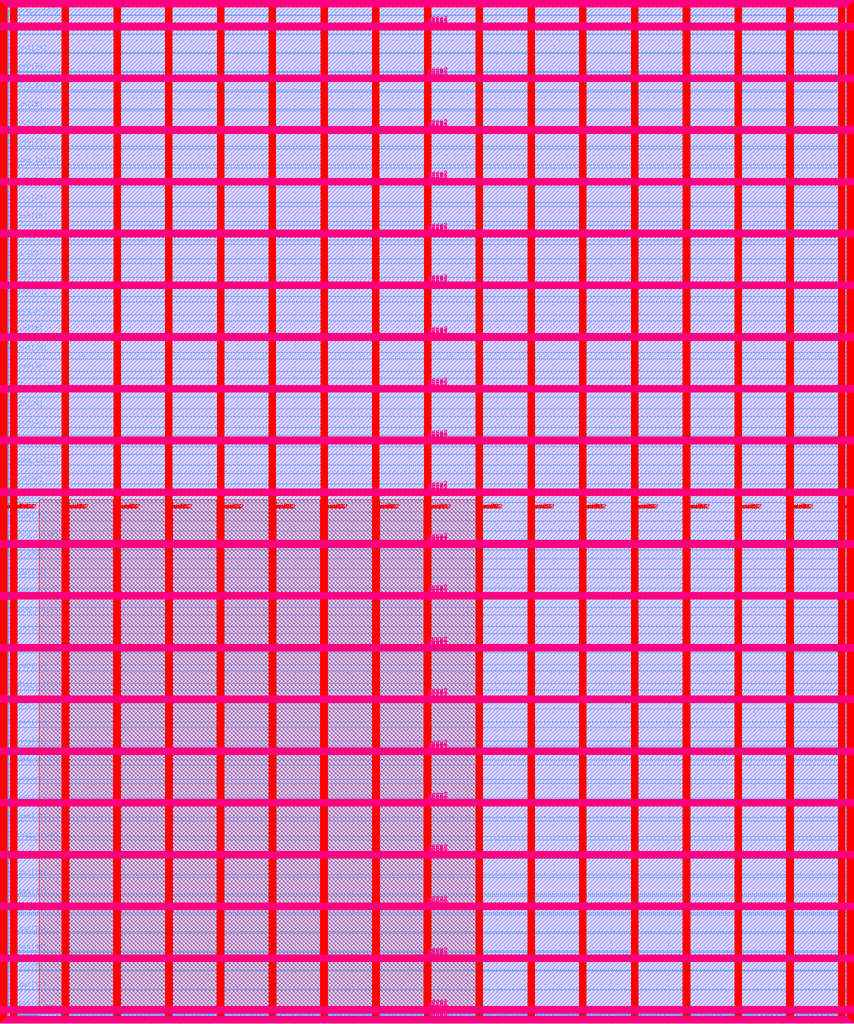
<source format=lef>
VERSION 5.7 ;
  NOWIREEXTENSIONATPIN ON ;
  DIVIDERCHAR "/" ;
  BUSBITCHARS "[]" ;
MACRO user_project_wrapper
  CLASS BLOCK ;
  FOREIGN user_project_wrapper ;
  ORIGIN 0.000 0.000 ;
  SIZE 2920.000 BY 3520.000 ;
  PIN analog_io[0]
    DIRECTION INOUT ;
    USE SIGNAL ;
    PORT
      LAYER met3 ;
        RECT 2917.600 1426.380 2924.800 1427.580 ;
    END
  END analog_io[0]
  PIN analog_io[10]
    DIRECTION INOUT ;
    USE SIGNAL ;
    PORT
      LAYER met2 ;
        RECT 2230.490 3517.600 2231.050 3524.800 ;
    END
  END analog_io[10]
  PIN analog_io[11]
    DIRECTION INOUT ;
    USE SIGNAL ;
    PORT
      LAYER met2 ;
        RECT 1905.730 3517.600 1906.290 3524.800 ;
    END
  END analog_io[11]
  PIN analog_io[12]
    DIRECTION INOUT ;
    USE SIGNAL ;
    PORT
      LAYER met2 ;
        RECT 1581.430 3517.600 1581.990 3524.800 ;
    END
  END analog_io[12]
  PIN analog_io[13]
    DIRECTION INOUT ;
    USE SIGNAL ;
    PORT
      LAYER met2 ;
        RECT 1257.130 3517.600 1257.690 3524.800 ;
    END
  END analog_io[13]
  PIN analog_io[14]
    DIRECTION INOUT ;
    USE SIGNAL ;
    PORT
      LAYER met2 ;
        RECT 932.370 3517.600 932.930 3524.800 ;
    END
  END analog_io[14]
  PIN analog_io[15]
    DIRECTION INOUT ;
    USE SIGNAL ;
    PORT
      LAYER met2 ;
        RECT 608.070 3517.600 608.630 3524.800 ;
    END
  END analog_io[15]
  PIN analog_io[16]
    DIRECTION INOUT ;
    USE SIGNAL ;
    PORT
      LAYER met2 ;
        RECT 283.770 3517.600 284.330 3524.800 ;
    END
  END analog_io[16]
  PIN analog_io[17]
    DIRECTION INOUT ;
    USE SIGNAL ;
    PORT
      LAYER met3 ;
        RECT -4.800 3486.100 2.400 3487.300 ;
    END
  END analog_io[17]
  PIN analog_io[18]
    DIRECTION INOUT ;
    USE SIGNAL ;
    PORT
      LAYER met3 ;
        RECT -4.800 3224.980 2.400 3226.180 ;
    END
  END analog_io[18]
  PIN analog_io[19]
    DIRECTION INOUT ;
    USE SIGNAL ;
    PORT
      LAYER met3 ;
        RECT -4.800 2964.540 2.400 2965.740 ;
    END
  END analog_io[19]
  PIN analog_io[1]
    DIRECTION INOUT ;
    USE SIGNAL ;
    PORT
      LAYER met3 ;
        RECT 2917.600 1692.260 2924.800 1693.460 ;
    END
  END analog_io[1]
  PIN analog_io[20]
    DIRECTION INOUT ;
    USE SIGNAL ;
    PORT
      LAYER met3 ;
        RECT -4.800 2703.420 2.400 2704.620 ;
    END
  END analog_io[20]
  PIN analog_io[21]
    DIRECTION INOUT ;
    USE SIGNAL ;
    PORT
      LAYER met3 ;
        RECT -4.800 2442.980 2.400 2444.180 ;
    END
  END analog_io[21]
  PIN analog_io[22]
    DIRECTION INOUT ;
    USE SIGNAL ;
    PORT
      LAYER met3 ;
        RECT -4.800 2182.540 2.400 2183.740 ;
    END
  END analog_io[22]
  PIN analog_io[23]
    DIRECTION INOUT ;
    USE SIGNAL ;
    PORT
      LAYER met3 ;
        RECT -4.800 1921.420 2.400 1922.620 ;
    END
  END analog_io[23]
  PIN analog_io[24]
    DIRECTION INOUT ;
    USE SIGNAL ;
    PORT
      LAYER met3 ;
        RECT -4.800 1660.980 2.400 1662.180 ;
    END
  END analog_io[24]
  PIN analog_io[25]
    DIRECTION INOUT ;
    USE SIGNAL ;
    PORT
      LAYER met3 ;
        RECT -4.800 1399.860 2.400 1401.060 ;
    END
  END analog_io[25]
  PIN analog_io[26]
    DIRECTION INOUT ;
    USE SIGNAL ;
    PORT
      LAYER met3 ;
        RECT -4.800 1139.420 2.400 1140.620 ;
    END
  END analog_io[26]
  PIN analog_io[27]
    DIRECTION INOUT ;
    USE SIGNAL ;
    PORT
      LAYER met3 ;
        RECT -4.800 878.980 2.400 880.180 ;
    END
  END analog_io[27]
  PIN analog_io[28]
    DIRECTION INOUT ;
    USE SIGNAL ;
    PORT
      LAYER met3 ;
        RECT -4.800 617.860 2.400 619.060 ;
    END
  END analog_io[28]
  PIN analog_io[2]
    DIRECTION INOUT ;
    USE SIGNAL ;
    PORT
      LAYER met3 ;
        RECT 2917.600 1958.140 2924.800 1959.340 ;
    END
  END analog_io[2]
  PIN analog_io[3]
    DIRECTION INOUT ;
    USE SIGNAL ;
    PORT
      LAYER met3 ;
        RECT 2917.600 2223.340 2924.800 2224.540 ;
    END
  END analog_io[3]
  PIN analog_io[4]
    DIRECTION INOUT ;
    USE SIGNAL ;
    PORT
      LAYER met3 ;
        RECT 2917.600 2489.220 2924.800 2490.420 ;
    END
  END analog_io[4]
  PIN analog_io[5]
    DIRECTION INOUT ;
    USE SIGNAL ;
    PORT
      LAYER met3 ;
        RECT 2917.600 2755.100 2924.800 2756.300 ;
    END
  END analog_io[5]
  PIN analog_io[6]
    DIRECTION INOUT ;
    USE SIGNAL ;
    PORT
      LAYER met3 ;
        RECT 2917.600 3020.300 2924.800 3021.500 ;
    END
  END analog_io[6]
  PIN analog_io[7]
    DIRECTION INOUT ;
    USE SIGNAL ;
    PORT
      LAYER met3 ;
        RECT 2917.600 3286.180 2924.800 3287.380 ;
    END
  END analog_io[7]
  PIN analog_io[8]
    DIRECTION INOUT ;
    USE SIGNAL ;
    PORT
      LAYER met2 ;
        RECT 2879.090 3517.600 2879.650 3524.800 ;
    END
  END analog_io[8]
  PIN analog_io[9]
    DIRECTION INOUT ;
    USE SIGNAL ;
    PORT
      LAYER met2 ;
        RECT 2554.790 3517.600 2555.350 3524.800 ;
    END
  END analog_io[9]
  PIN io_in[0]
    DIRECTION INPUT ;
    USE SIGNAL ;
    PORT
      LAYER met3 ;
        RECT 2917.600 32.380 2924.800 33.580 ;
    END
  END io_in[0]
  PIN io_in[10]
    DIRECTION INPUT ;
    USE SIGNAL ;
    PORT
      LAYER met3 ;
        RECT 2917.600 2289.980 2924.800 2291.180 ;
    END
  END io_in[10]
  PIN io_in[11]
    DIRECTION INPUT ;
    USE SIGNAL ;
    PORT
      LAYER met3 ;
        RECT 2917.600 2555.860 2924.800 2557.060 ;
    END
  END io_in[11]
  PIN io_in[12]
    DIRECTION INPUT ;
    USE SIGNAL ;
    PORT
      LAYER met3 ;
        RECT 2917.600 2821.060 2924.800 2822.260 ;
    END
  END io_in[12]
  PIN io_in[13]
    DIRECTION INPUT ;
    USE SIGNAL ;
    PORT
      LAYER met3 ;
        RECT 2917.600 3086.940 2924.800 3088.140 ;
    END
  END io_in[13]
  PIN io_in[14]
    DIRECTION INPUT ;
    USE SIGNAL ;
    PORT
      LAYER met3 ;
        RECT 2917.600 3352.820 2924.800 3354.020 ;
    END
  END io_in[14]
  PIN io_in[15]
    DIRECTION INPUT ;
    USE SIGNAL ;
    PORT
      LAYER met2 ;
        RECT 2798.130 3517.600 2798.690 3524.800 ;
    END
  END io_in[15]
  PIN io_in[16]
    DIRECTION INPUT ;
    USE SIGNAL ;
    PORT
      LAYER met2 ;
        RECT 2473.830 3517.600 2474.390 3524.800 ;
    END
  END io_in[16]
  PIN io_in[17]
    DIRECTION INPUT ;
    USE SIGNAL ;
    PORT
      LAYER met2 ;
        RECT 2149.070 3517.600 2149.630 3524.800 ;
    END
  END io_in[17]
  PIN io_in[18]
    DIRECTION INPUT ;
    USE SIGNAL ;
    PORT
      LAYER met2 ;
        RECT 1824.770 3517.600 1825.330 3524.800 ;
    END
  END io_in[18]
  PIN io_in[19]
    DIRECTION INPUT ;
    USE SIGNAL ;
    PORT
      LAYER met2 ;
        RECT 1500.470 3517.600 1501.030 3524.800 ;
    END
  END io_in[19]
  PIN io_in[1]
    DIRECTION INPUT ;
    USE SIGNAL ;
    PORT
      LAYER met3 ;
        RECT 2917.600 230.940 2924.800 232.140 ;
    END
  END io_in[1]
  PIN io_in[20]
    DIRECTION INPUT ;
    USE SIGNAL ;
    PORT
      LAYER met2 ;
        RECT 1175.710 3517.600 1176.270 3524.800 ;
    END
  END io_in[20]
  PIN io_in[21]
    DIRECTION INPUT ;
    USE SIGNAL ;
    PORT
      LAYER met2 ;
        RECT 851.410 3517.600 851.970 3524.800 ;
    END
  END io_in[21]
  PIN io_in[22]
    DIRECTION INPUT ;
    USE SIGNAL ;
    PORT
      LAYER met2 ;
        RECT 527.110 3517.600 527.670 3524.800 ;
    END
  END io_in[22]
  PIN io_in[23]
    DIRECTION INPUT ;
    USE SIGNAL ;
    PORT
      LAYER met2 ;
        RECT 202.350 3517.600 202.910 3524.800 ;
    END
  END io_in[23]
  PIN io_in[24]
    DIRECTION INPUT ;
    USE SIGNAL ;
    PORT
      LAYER met3 ;
        RECT -4.800 3420.820 2.400 3422.020 ;
    END
  END io_in[24]
  PIN io_in[25]
    DIRECTION INPUT ;
    USE SIGNAL ;
    PORT
      LAYER met3 ;
        RECT -4.800 3159.700 2.400 3160.900 ;
    END
  END io_in[25]
  PIN io_in[26]
    DIRECTION INPUT ;
    USE SIGNAL ;
    PORT
      LAYER met3 ;
        RECT -4.800 2899.260 2.400 2900.460 ;
    END
  END io_in[26]
  PIN io_in[27]
    DIRECTION INPUT ;
    USE SIGNAL ;
    PORT
      LAYER met3 ;
        RECT -4.800 2638.820 2.400 2640.020 ;
    END
  END io_in[27]
  PIN io_in[28]
    DIRECTION INPUT ;
    USE SIGNAL ;
    PORT
      LAYER met3 ;
        RECT -4.800 2377.700 2.400 2378.900 ;
    END
  END io_in[28]
  PIN io_in[29]
    DIRECTION INPUT ;
    USE SIGNAL ;
    PORT
      LAYER met3 ;
        RECT -4.800 2117.260 2.400 2118.460 ;
    END
  END io_in[29]
  PIN io_in[2]
    DIRECTION INPUT ;
    USE SIGNAL ;
    PORT
      LAYER met3 ;
        RECT 2917.600 430.180 2924.800 431.380 ;
    END
  END io_in[2]
  PIN io_in[30]
    DIRECTION INPUT ;
    USE SIGNAL ;
    PORT
      LAYER met3 ;
        RECT -4.800 1856.140 2.400 1857.340 ;
    END
  END io_in[30]
  PIN io_in[31]
    DIRECTION INPUT ;
    USE SIGNAL ;
    PORT
      LAYER met3 ;
        RECT -4.800 1595.700 2.400 1596.900 ;
    END
  END io_in[31]
  PIN io_in[32]
    DIRECTION INPUT ;
    USE SIGNAL ;
    PORT
      LAYER met3 ;
        RECT -4.800 1335.260 2.400 1336.460 ;
    END
  END io_in[32]
  PIN io_in[33]
    DIRECTION INPUT ;
    USE SIGNAL ;
    PORT
      LAYER met3 ;
        RECT -4.800 1074.140 2.400 1075.340 ;
    END
  END io_in[33]
  PIN io_in[34]
    DIRECTION INPUT ;
    USE SIGNAL ;
    PORT
      LAYER met3 ;
        RECT -4.800 813.700 2.400 814.900 ;
    END
  END io_in[34]
  PIN io_in[35]
    DIRECTION INPUT ;
    USE SIGNAL ;
    PORT
      LAYER met3 ;
        RECT -4.800 552.580 2.400 553.780 ;
    END
  END io_in[35]
  PIN io_in[36]
    DIRECTION INPUT ;
    USE SIGNAL ;
    PORT
      LAYER met3 ;
        RECT -4.800 357.420 2.400 358.620 ;
    END
  END io_in[36]
  PIN io_in[37]
    DIRECTION INPUT ;
    USE SIGNAL ;
    PORT
      LAYER met3 ;
        RECT -4.800 161.580 2.400 162.780 ;
    END
  END io_in[37]
  PIN io_in[3]
    DIRECTION INPUT ;
    USE SIGNAL ;
    PORT
      LAYER met3 ;
        RECT 2917.600 629.420 2924.800 630.620 ;
    END
  END io_in[3]
  PIN io_in[4]
    DIRECTION INPUT ;
    USE SIGNAL ;
    PORT
      LAYER met3 ;
        RECT 2917.600 828.660 2924.800 829.860 ;
    END
  END io_in[4]
  PIN io_in[5]
    DIRECTION INPUT ;
    USE SIGNAL ;
    PORT
      LAYER met3 ;
        RECT 2917.600 1027.900 2924.800 1029.100 ;
    END
  END io_in[5]
  PIN io_in[6]
    DIRECTION INPUT ;
    USE SIGNAL ;
    PORT
      LAYER met3 ;
        RECT 2917.600 1227.140 2924.800 1228.340 ;
    END
  END io_in[6]
  PIN io_in[7]
    DIRECTION INPUT ;
    USE SIGNAL ;
    PORT
      LAYER met3 ;
        RECT 2917.600 1493.020 2924.800 1494.220 ;
    END
  END io_in[7]
  PIN io_in[8]
    DIRECTION INPUT ;
    USE SIGNAL ;
    PORT
      LAYER met3 ;
        RECT 2917.600 1758.900 2924.800 1760.100 ;
    END
  END io_in[8]
  PIN io_in[9]
    DIRECTION INPUT ;
    USE SIGNAL ;
    PORT
      LAYER met3 ;
        RECT 2917.600 2024.100 2924.800 2025.300 ;
    END
  END io_in[9]
  PIN io_oeb[0]
    DIRECTION OUTPUT TRISTATE ;
    USE SIGNAL ;
    PORT
      LAYER met3 ;
        RECT 2917.600 164.980 2924.800 166.180 ;
    END
  END io_oeb[0]
  PIN io_oeb[10]
    DIRECTION OUTPUT TRISTATE ;
    USE SIGNAL ;
    PORT
      LAYER met3 ;
        RECT 2917.600 2422.580 2924.800 2423.780 ;
    END
  END io_oeb[10]
  PIN io_oeb[11]
    DIRECTION OUTPUT TRISTATE ;
    USE SIGNAL ;
    PORT
      LAYER met3 ;
        RECT 2917.600 2688.460 2924.800 2689.660 ;
    END
  END io_oeb[11]
  PIN io_oeb[12]
    DIRECTION OUTPUT TRISTATE ;
    USE SIGNAL ;
    PORT
      LAYER met3 ;
        RECT 2917.600 2954.340 2924.800 2955.540 ;
    END
  END io_oeb[12]
  PIN io_oeb[13]
    DIRECTION OUTPUT TRISTATE ;
    USE SIGNAL ;
    PORT
      LAYER met3 ;
        RECT 2917.600 3219.540 2924.800 3220.740 ;
    END
  END io_oeb[13]
  PIN io_oeb[14]
    DIRECTION OUTPUT TRISTATE ;
    USE SIGNAL ;
    PORT
      LAYER met3 ;
        RECT 2917.600 3485.420 2924.800 3486.620 ;
    END
  END io_oeb[14]
  PIN io_oeb[15]
    DIRECTION OUTPUT TRISTATE ;
    USE SIGNAL ;
    PORT
      LAYER met2 ;
        RECT 2635.750 3517.600 2636.310 3524.800 ;
    END
  END io_oeb[15]
  PIN io_oeb[16]
    DIRECTION OUTPUT TRISTATE ;
    USE SIGNAL ;
    PORT
      LAYER met2 ;
        RECT 2311.450 3517.600 2312.010 3524.800 ;
    END
  END io_oeb[16]
  PIN io_oeb[17]
    DIRECTION OUTPUT TRISTATE ;
    USE SIGNAL ;
    PORT
      LAYER met2 ;
        RECT 1987.150 3517.600 1987.710 3524.800 ;
    END
  END io_oeb[17]
  PIN io_oeb[18]
    DIRECTION OUTPUT TRISTATE ;
    USE SIGNAL ;
    PORT
      LAYER met2 ;
        RECT 1662.390 3517.600 1662.950 3524.800 ;
    END
  END io_oeb[18]
  PIN io_oeb[19]
    DIRECTION OUTPUT TRISTATE ;
    USE SIGNAL ;
    PORT
      LAYER met2 ;
        RECT 1338.090 3517.600 1338.650 3524.800 ;
    END
  END io_oeb[19]
  PIN io_oeb[1]
    DIRECTION OUTPUT TRISTATE ;
    USE SIGNAL ;
    PORT
      LAYER met3 ;
        RECT 2917.600 364.220 2924.800 365.420 ;
    END
  END io_oeb[1]
  PIN io_oeb[20]
    DIRECTION OUTPUT TRISTATE ;
    USE SIGNAL ;
    PORT
      LAYER met2 ;
        RECT 1013.790 3517.600 1014.350 3524.800 ;
    END
  END io_oeb[20]
  PIN io_oeb[21]
    DIRECTION OUTPUT TRISTATE ;
    USE SIGNAL ;
    PORT
      LAYER met2 ;
        RECT 689.030 3517.600 689.590 3524.800 ;
    END
  END io_oeb[21]
  PIN io_oeb[22]
    DIRECTION OUTPUT TRISTATE ;
    USE SIGNAL ;
    PORT
      LAYER met2 ;
        RECT 364.730 3517.600 365.290 3524.800 ;
    END
  END io_oeb[22]
  PIN io_oeb[23]
    DIRECTION OUTPUT TRISTATE ;
    USE SIGNAL ;
    PORT
      LAYER met2 ;
        RECT 40.430 3517.600 40.990 3524.800 ;
    END
  END io_oeb[23]
  PIN io_oeb[24]
    DIRECTION OUTPUT TRISTATE ;
    USE SIGNAL ;
    PORT
      LAYER met3 ;
        RECT -4.800 3290.260 2.400 3291.460 ;
    END
  END io_oeb[24]
  PIN io_oeb[25]
    DIRECTION OUTPUT TRISTATE ;
    USE SIGNAL ;
    PORT
      LAYER met3 ;
        RECT -4.800 3029.820 2.400 3031.020 ;
    END
  END io_oeb[25]
  PIN io_oeb[26]
    DIRECTION OUTPUT TRISTATE ;
    USE SIGNAL ;
    PORT
      LAYER met3 ;
        RECT -4.800 2768.700 2.400 2769.900 ;
    END
  END io_oeb[26]
  PIN io_oeb[27]
    DIRECTION OUTPUT TRISTATE ;
    USE SIGNAL ;
    PORT
      LAYER met3 ;
        RECT -4.800 2508.260 2.400 2509.460 ;
    END
  END io_oeb[27]
  PIN io_oeb[28]
    DIRECTION OUTPUT TRISTATE ;
    USE SIGNAL ;
    PORT
      LAYER met3 ;
        RECT -4.800 2247.140 2.400 2248.340 ;
    END
  END io_oeb[28]
  PIN io_oeb[29]
    DIRECTION OUTPUT TRISTATE ;
    USE SIGNAL ;
    PORT
      LAYER met3 ;
        RECT -4.800 1986.700 2.400 1987.900 ;
    END
  END io_oeb[29]
  PIN io_oeb[2]
    DIRECTION OUTPUT TRISTATE ;
    USE SIGNAL ;
    PORT
      LAYER met3 ;
        RECT 2917.600 563.460 2924.800 564.660 ;
    END
  END io_oeb[2]
  PIN io_oeb[30]
    DIRECTION OUTPUT TRISTATE ;
    USE SIGNAL ;
    PORT
      LAYER met3 ;
        RECT -4.800 1726.260 2.400 1727.460 ;
    END
  END io_oeb[30]
  PIN io_oeb[31]
    DIRECTION OUTPUT TRISTATE ;
    USE SIGNAL ;
    PORT
      LAYER met3 ;
        RECT -4.800 1465.140 2.400 1466.340 ;
    END
  END io_oeb[31]
  PIN io_oeb[32]
    DIRECTION OUTPUT TRISTATE ;
    USE SIGNAL ;
    PORT
      LAYER met3 ;
        RECT -4.800 1204.700 2.400 1205.900 ;
    END
  END io_oeb[32]
  PIN io_oeb[33]
    DIRECTION OUTPUT TRISTATE ;
    USE SIGNAL ;
    PORT
      LAYER met3 ;
        RECT -4.800 943.580 2.400 944.780 ;
    END
  END io_oeb[33]
  PIN io_oeb[34]
    DIRECTION OUTPUT TRISTATE ;
    USE SIGNAL ;
    PORT
      LAYER met3 ;
        RECT -4.800 683.140 2.400 684.340 ;
    END
  END io_oeb[34]
  PIN io_oeb[35]
    DIRECTION OUTPUT TRISTATE ;
    USE SIGNAL ;
    PORT
      LAYER met3 ;
        RECT -4.800 422.700 2.400 423.900 ;
    END
  END io_oeb[35]
  PIN io_oeb[36]
    DIRECTION OUTPUT TRISTATE ;
    USE SIGNAL ;
    PORT
      LAYER met3 ;
        RECT -4.800 226.860 2.400 228.060 ;
    END
  END io_oeb[36]
  PIN io_oeb[37]
    DIRECTION OUTPUT TRISTATE ;
    USE SIGNAL ;
    PORT
      LAYER met3 ;
        RECT -4.800 31.700 2.400 32.900 ;
    END
  END io_oeb[37]
  PIN io_oeb[3]
    DIRECTION OUTPUT TRISTATE ;
    USE SIGNAL ;
    PORT
      LAYER met3 ;
        RECT 2917.600 762.700 2924.800 763.900 ;
    END
  END io_oeb[3]
  PIN io_oeb[4]
    DIRECTION OUTPUT TRISTATE ;
    USE SIGNAL ;
    PORT
      LAYER met3 ;
        RECT 2917.600 961.940 2924.800 963.140 ;
    END
  END io_oeb[4]
  PIN io_oeb[5]
    DIRECTION OUTPUT TRISTATE ;
    USE SIGNAL ;
    PORT
      LAYER met3 ;
        RECT 2917.600 1161.180 2924.800 1162.380 ;
    END
  END io_oeb[5]
  PIN io_oeb[6]
    DIRECTION OUTPUT TRISTATE ;
    USE SIGNAL ;
    PORT
      LAYER met3 ;
        RECT 2917.600 1360.420 2924.800 1361.620 ;
    END
  END io_oeb[6]
  PIN io_oeb[7]
    DIRECTION OUTPUT TRISTATE ;
    USE SIGNAL ;
    PORT
      LAYER met3 ;
        RECT 2917.600 1625.620 2924.800 1626.820 ;
    END
  END io_oeb[7]
  PIN io_oeb[8]
    DIRECTION OUTPUT TRISTATE ;
    USE SIGNAL ;
    PORT
      LAYER met3 ;
        RECT 2917.600 1891.500 2924.800 1892.700 ;
    END
  END io_oeb[8]
  PIN io_oeb[9]
    DIRECTION OUTPUT TRISTATE ;
    USE SIGNAL ;
    PORT
      LAYER met3 ;
        RECT 2917.600 2157.380 2924.800 2158.580 ;
    END
  END io_oeb[9]
  PIN io_out[0]
    DIRECTION OUTPUT TRISTATE ;
    USE SIGNAL ;
    PORT
      LAYER met3 ;
        RECT 2917.600 98.340 2924.800 99.540 ;
    END
  END io_out[0]
  PIN io_out[10]
    DIRECTION OUTPUT TRISTATE ;
    USE SIGNAL ;
    PORT
      LAYER met3 ;
        RECT 2917.600 2356.620 2924.800 2357.820 ;
    END
  END io_out[10]
  PIN io_out[11]
    DIRECTION OUTPUT TRISTATE ;
    USE SIGNAL ;
    PORT
      LAYER met3 ;
        RECT 2917.600 2621.820 2924.800 2623.020 ;
    END
  END io_out[11]
  PIN io_out[12]
    DIRECTION OUTPUT TRISTATE ;
    USE SIGNAL ;
    PORT
      LAYER met3 ;
        RECT 2917.600 2887.700 2924.800 2888.900 ;
    END
  END io_out[12]
  PIN io_out[13]
    DIRECTION OUTPUT TRISTATE ;
    USE SIGNAL ;
    PORT
      LAYER met3 ;
        RECT 2917.600 3153.580 2924.800 3154.780 ;
    END
  END io_out[13]
  PIN io_out[14]
    DIRECTION OUTPUT TRISTATE ;
    USE SIGNAL ;
    PORT
      LAYER met3 ;
        RECT 2917.600 3418.780 2924.800 3419.980 ;
    END
  END io_out[14]
  PIN io_out[15]
    DIRECTION OUTPUT TRISTATE ;
    USE SIGNAL ;
    PORT
      LAYER met2 ;
        RECT 2717.170 3517.600 2717.730 3524.800 ;
    END
  END io_out[15]
  PIN io_out[16]
    DIRECTION OUTPUT TRISTATE ;
    USE SIGNAL ;
    PORT
      LAYER met2 ;
        RECT 2392.410 3517.600 2392.970 3524.800 ;
    END
  END io_out[16]
  PIN io_out[17]
    DIRECTION OUTPUT TRISTATE ;
    USE SIGNAL ;
    PORT
      LAYER met2 ;
        RECT 2068.110 3517.600 2068.670 3524.800 ;
    END
  END io_out[17]
  PIN io_out[18]
    DIRECTION OUTPUT TRISTATE ;
    USE SIGNAL ;
    PORT
      LAYER met2 ;
        RECT 1743.810 3517.600 1744.370 3524.800 ;
    END
  END io_out[18]
  PIN io_out[19]
    DIRECTION OUTPUT TRISTATE ;
    USE SIGNAL ;
    PORT
      LAYER met2 ;
        RECT 1419.050 3517.600 1419.610 3524.800 ;
    END
  END io_out[19]
  PIN io_out[1]
    DIRECTION OUTPUT TRISTATE ;
    USE SIGNAL ;
    PORT
      LAYER met3 ;
        RECT 2917.600 297.580 2924.800 298.780 ;
    END
  END io_out[1]
  PIN io_out[20]
    DIRECTION OUTPUT TRISTATE ;
    USE SIGNAL ;
    PORT
      LAYER met2 ;
        RECT 1094.750 3517.600 1095.310 3524.800 ;
    END
  END io_out[20]
  PIN io_out[21]
    DIRECTION OUTPUT TRISTATE ;
    USE SIGNAL ;
    PORT
      LAYER met2 ;
        RECT 770.450 3517.600 771.010 3524.800 ;
    END
  END io_out[21]
  PIN io_out[22]
    DIRECTION OUTPUT TRISTATE ;
    USE SIGNAL ;
    PORT
      LAYER met2 ;
        RECT 445.690 3517.600 446.250 3524.800 ;
    END
  END io_out[22]
  PIN io_out[23]
    DIRECTION OUTPUT TRISTATE ;
    USE SIGNAL ;
    PORT
      LAYER met2 ;
        RECT 121.390 3517.600 121.950 3524.800 ;
    END
  END io_out[23]
  PIN io_out[24]
    DIRECTION OUTPUT TRISTATE ;
    USE SIGNAL ;
    PORT
      LAYER met3 ;
        RECT -4.800 3355.540 2.400 3356.740 ;
    END
  END io_out[24]
  PIN io_out[25]
    DIRECTION OUTPUT TRISTATE ;
    USE SIGNAL ;
    PORT
      LAYER met3 ;
        RECT -4.800 3095.100 2.400 3096.300 ;
    END
  END io_out[25]
  PIN io_out[26]
    DIRECTION OUTPUT TRISTATE ;
    USE SIGNAL ;
    PORT
      LAYER met3 ;
        RECT -4.800 2833.980 2.400 2835.180 ;
    END
  END io_out[26]
  PIN io_out[27]
    DIRECTION OUTPUT TRISTATE ;
    USE SIGNAL ;
    PORT
      LAYER met3 ;
        RECT -4.800 2573.540 2.400 2574.740 ;
    END
  END io_out[27]
  PIN io_out[28]
    DIRECTION OUTPUT TRISTATE ;
    USE SIGNAL ;
    PORT
      LAYER met3 ;
        RECT -4.800 2312.420 2.400 2313.620 ;
    END
  END io_out[28]
  PIN io_out[29]
    DIRECTION OUTPUT TRISTATE ;
    USE SIGNAL ;
    PORT
      LAYER met3 ;
        RECT -4.800 2051.980 2.400 2053.180 ;
    END
  END io_out[29]
  PIN io_out[2]
    DIRECTION OUTPUT TRISTATE ;
    USE SIGNAL ;
    PORT
      LAYER met3 ;
        RECT 2917.600 496.820 2924.800 498.020 ;
    END
  END io_out[2]
  PIN io_out[30]
    DIRECTION OUTPUT TRISTATE ;
    USE SIGNAL ;
    PORT
      LAYER met3 ;
        RECT -4.800 1791.540 2.400 1792.740 ;
    END
  END io_out[30]
  PIN io_out[31]
    DIRECTION OUTPUT TRISTATE ;
    USE SIGNAL ;
    PORT
      LAYER met3 ;
        RECT -4.800 1530.420 2.400 1531.620 ;
    END
  END io_out[31]
  PIN io_out[32]
    DIRECTION OUTPUT TRISTATE ;
    USE SIGNAL ;
    PORT
      LAYER met3 ;
        RECT -4.800 1269.980 2.400 1271.180 ;
    END
  END io_out[32]
  PIN io_out[33]
    DIRECTION OUTPUT TRISTATE ;
    USE SIGNAL ;
    PORT
      LAYER met3 ;
        RECT -4.800 1008.860 2.400 1010.060 ;
    END
  END io_out[33]
  PIN io_out[34]
    DIRECTION OUTPUT TRISTATE ;
    USE SIGNAL ;
    PORT
      LAYER met3 ;
        RECT -4.800 748.420 2.400 749.620 ;
    END
  END io_out[34]
  PIN io_out[35]
    DIRECTION OUTPUT TRISTATE ;
    USE SIGNAL ;
    PORT
      LAYER met3 ;
        RECT -4.800 487.300 2.400 488.500 ;
    END
  END io_out[35]
  PIN io_out[36]
    DIRECTION OUTPUT TRISTATE ;
    USE SIGNAL ;
    PORT
      LAYER met3 ;
        RECT -4.800 292.140 2.400 293.340 ;
    END
  END io_out[36]
  PIN io_out[37]
    DIRECTION OUTPUT TRISTATE ;
    USE SIGNAL ;
    PORT
      LAYER met3 ;
        RECT -4.800 96.300 2.400 97.500 ;
    END
  END io_out[37]
  PIN io_out[3]
    DIRECTION OUTPUT TRISTATE ;
    USE SIGNAL ;
    PORT
      LAYER met3 ;
        RECT 2917.600 696.060 2924.800 697.260 ;
    END
  END io_out[3]
  PIN io_out[4]
    DIRECTION OUTPUT TRISTATE ;
    USE SIGNAL ;
    PORT
      LAYER met3 ;
        RECT 2917.600 895.300 2924.800 896.500 ;
    END
  END io_out[4]
  PIN io_out[5]
    DIRECTION OUTPUT TRISTATE ;
    USE SIGNAL ;
    PORT
      LAYER met3 ;
        RECT 2917.600 1094.540 2924.800 1095.740 ;
    END
  END io_out[5]
  PIN io_out[6]
    DIRECTION OUTPUT TRISTATE ;
    USE SIGNAL ;
    PORT
      LAYER met3 ;
        RECT 2917.600 1293.780 2924.800 1294.980 ;
    END
  END io_out[6]
  PIN io_out[7]
    DIRECTION OUTPUT TRISTATE ;
    USE SIGNAL ;
    PORT
      LAYER met3 ;
        RECT 2917.600 1559.660 2924.800 1560.860 ;
    END
  END io_out[7]
  PIN io_out[8]
    DIRECTION OUTPUT TRISTATE ;
    USE SIGNAL ;
    PORT
      LAYER met3 ;
        RECT 2917.600 1824.860 2924.800 1826.060 ;
    END
  END io_out[8]
  PIN io_out[9]
    DIRECTION OUTPUT TRISTATE ;
    USE SIGNAL ;
    PORT
      LAYER met3 ;
        RECT 2917.600 2090.740 2924.800 2091.940 ;
    END
  END io_out[9]
  PIN la_data_in[0]
    DIRECTION INPUT ;
    USE SIGNAL ;
    PORT
      LAYER met2 ;
        RECT 629.230 -4.800 629.790 2.400 ;
    END
  END la_data_in[0]
  PIN la_data_in[100]
    DIRECTION INPUT ;
    USE SIGNAL ;
    PORT
      LAYER met2 ;
        RECT 2402.530 -4.800 2403.090 2.400 ;
    END
  END la_data_in[100]
  PIN la_data_in[101]
    DIRECTION INPUT ;
    USE SIGNAL ;
    PORT
      LAYER met2 ;
        RECT 2420.010 -4.800 2420.570 2.400 ;
    END
  END la_data_in[101]
  PIN la_data_in[102]
    DIRECTION INPUT ;
    USE SIGNAL ;
    PORT
      LAYER met2 ;
        RECT 2437.950 -4.800 2438.510 2.400 ;
    END
  END la_data_in[102]
  PIN la_data_in[103]
    DIRECTION INPUT ;
    USE SIGNAL ;
    PORT
      LAYER met2 ;
        RECT 2455.430 -4.800 2455.990 2.400 ;
    END
  END la_data_in[103]
  PIN la_data_in[104]
    DIRECTION INPUT ;
    USE SIGNAL ;
    PORT
      LAYER met2 ;
        RECT 2473.370 -4.800 2473.930 2.400 ;
    END
  END la_data_in[104]
  PIN la_data_in[105]
    DIRECTION INPUT ;
    USE SIGNAL ;
    PORT
      LAYER met2 ;
        RECT 2490.850 -4.800 2491.410 2.400 ;
    END
  END la_data_in[105]
  PIN la_data_in[106]
    DIRECTION INPUT ;
    USE SIGNAL ;
    PORT
      LAYER met2 ;
        RECT 2508.790 -4.800 2509.350 2.400 ;
    END
  END la_data_in[106]
  PIN la_data_in[107]
    DIRECTION INPUT ;
    USE SIGNAL ;
    PORT
      LAYER met2 ;
        RECT 2526.730 -4.800 2527.290 2.400 ;
    END
  END la_data_in[107]
  PIN la_data_in[108]
    DIRECTION INPUT ;
    USE SIGNAL ;
    PORT
      LAYER met2 ;
        RECT 2544.210 -4.800 2544.770 2.400 ;
    END
  END la_data_in[108]
  PIN la_data_in[109]
    DIRECTION INPUT ;
    USE SIGNAL ;
    PORT
      LAYER met2 ;
        RECT 2562.150 -4.800 2562.710 2.400 ;
    END
  END la_data_in[109]
  PIN la_data_in[10]
    DIRECTION INPUT ;
    USE SIGNAL ;
    PORT
      LAYER met2 ;
        RECT 806.330 -4.800 806.890 2.400 ;
    END
  END la_data_in[10]
  PIN la_data_in[110]
    DIRECTION INPUT ;
    USE SIGNAL ;
    PORT
      LAYER met2 ;
        RECT 2579.630 -4.800 2580.190 2.400 ;
    END
  END la_data_in[110]
  PIN la_data_in[111]
    DIRECTION INPUT ;
    USE SIGNAL ;
    PORT
      LAYER met2 ;
        RECT 2597.570 -4.800 2598.130 2.400 ;
    END
  END la_data_in[111]
  PIN la_data_in[112]
    DIRECTION INPUT ;
    USE SIGNAL ;
    PORT
      LAYER met2 ;
        RECT 2615.050 -4.800 2615.610 2.400 ;
    END
  END la_data_in[112]
  PIN la_data_in[113]
    DIRECTION INPUT ;
    USE SIGNAL ;
    PORT
      LAYER met2 ;
        RECT 2632.990 -4.800 2633.550 2.400 ;
    END
  END la_data_in[113]
  PIN la_data_in[114]
    DIRECTION INPUT ;
    USE SIGNAL ;
    PORT
      LAYER met2 ;
        RECT 2650.470 -4.800 2651.030 2.400 ;
    END
  END la_data_in[114]
  PIN la_data_in[115]
    DIRECTION INPUT ;
    USE SIGNAL ;
    PORT
      LAYER met2 ;
        RECT 2668.410 -4.800 2668.970 2.400 ;
    END
  END la_data_in[115]
  PIN la_data_in[116]
    DIRECTION INPUT ;
    USE SIGNAL ;
    PORT
      LAYER met2 ;
        RECT 2685.890 -4.800 2686.450 2.400 ;
    END
  END la_data_in[116]
  PIN la_data_in[117]
    DIRECTION INPUT ;
    USE SIGNAL ;
    PORT
      LAYER met2 ;
        RECT 2703.830 -4.800 2704.390 2.400 ;
    END
  END la_data_in[117]
  PIN la_data_in[118]
    DIRECTION INPUT ;
    USE SIGNAL ;
    PORT
      LAYER met2 ;
        RECT 2721.770 -4.800 2722.330 2.400 ;
    END
  END la_data_in[118]
  PIN la_data_in[119]
    DIRECTION INPUT ;
    USE SIGNAL ;
    PORT
      LAYER met2 ;
        RECT 2739.250 -4.800 2739.810 2.400 ;
    END
  END la_data_in[119]
  PIN la_data_in[11]
    DIRECTION INPUT ;
    USE SIGNAL ;
    PORT
      LAYER met2 ;
        RECT 824.270 -4.800 824.830 2.400 ;
    END
  END la_data_in[11]
  PIN la_data_in[120]
    DIRECTION INPUT ;
    USE SIGNAL ;
    PORT
      LAYER met2 ;
        RECT 2757.190 -4.800 2757.750 2.400 ;
    END
  END la_data_in[120]
  PIN la_data_in[121]
    DIRECTION INPUT ;
    USE SIGNAL ;
    PORT
      LAYER met2 ;
        RECT 2774.670 -4.800 2775.230 2.400 ;
    END
  END la_data_in[121]
  PIN la_data_in[122]
    DIRECTION INPUT ;
    USE SIGNAL ;
    PORT
      LAYER met2 ;
        RECT 2792.610 -4.800 2793.170 2.400 ;
    END
  END la_data_in[122]
  PIN la_data_in[123]
    DIRECTION INPUT ;
    USE SIGNAL ;
    PORT
      LAYER met2 ;
        RECT 2810.090 -4.800 2810.650 2.400 ;
    END
  END la_data_in[123]
  PIN la_data_in[124]
    DIRECTION INPUT ;
    USE SIGNAL ;
    PORT
      LAYER met2 ;
        RECT 2828.030 -4.800 2828.590 2.400 ;
    END
  END la_data_in[124]
  PIN la_data_in[125]
    DIRECTION INPUT ;
    USE SIGNAL ;
    PORT
      LAYER met2 ;
        RECT 2845.510 -4.800 2846.070 2.400 ;
    END
  END la_data_in[125]
  PIN la_data_in[126]
    DIRECTION INPUT ;
    USE SIGNAL ;
    PORT
      LAYER met2 ;
        RECT 2863.450 -4.800 2864.010 2.400 ;
    END
  END la_data_in[126]
  PIN la_data_in[127]
    DIRECTION INPUT ;
    USE SIGNAL ;
    PORT
      LAYER met2 ;
        RECT 2881.390 -4.800 2881.950 2.400 ;
    END
  END la_data_in[127]
  PIN la_data_in[12]
    DIRECTION INPUT ;
    USE SIGNAL ;
    PORT
      LAYER met2 ;
        RECT 841.750 -4.800 842.310 2.400 ;
    END
  END la_data_in[12]
  PIN la_data_in[13]
    DIRECTION INPUT ;
    USE SIGNAL ;
    PORT
      LAYER met2 ;
        RECT 859.690 -4.800 860.250 2.400 ;
    END
  END la_data_in[13]
  PIN la_data_in[14]
    DIRECTION INPUT ;
    USE SIGNAL ;
    PORT
      LAYER met2 ;
        RECT 877.170 -4.800 877.730 2.400 ;
    END
  END la_data_in[14]
  PIN la_data_in[15]
    DIRECTION INPUT ;
    USE SIGNAL ;
    PORT
      LAYER met2 ;
        RECT 895.110 -4.800 895.670 2.400 ;
    END
  END la_data_in[15]
  PIN la_data_in[16]
    DIRECTION INPUT ;
    USE SIGNAL ;
    PORT
      LAYER met2 ;
        RECT 912.590 -4.800 913.150 2.400 ;
    END
  END la_data_in[16]
  PIN la_data_in[17]
    DIRECTION INPUT ;
    USE SIGNAL ;
    PORT
      LAYER met2 ;
        RECT 930.530 -4.800 931.090 2.400 ;
    END
  END la_data_in[17]
  PIN la_data_in[18]
    DIRECTION INPUT ;
    USE SIGNAL ;
    PORT
      LAYER met2 ;
        RECT 948.470 -4.800 949.030 2.400 ;
    END
  END la_data_in[18]
  PIN la_data_in[19]
    DIRECTION INPUT ;
    USE SIGNAL ;
    PORT
      LAYER met2 ;
        RECT 965.950 -4.800 966.510 2.400 ;
    END
  END la_data_in[19]
  PIN la_data_in[1]
    DIRECTION INPUT ;
    USE SIGNAL ;
    PORT
      LAYER met2 ;
        RECT 646.710 -4.800 647.270 2.400 ;
    END
  END la_data_in[1]
  PIN la_data_in[20]
    DIRECTION INPUT ;
    USE SIGNAL ;
    PORT
      LAYER met2 ;
        RECT 983.890 -4.800 984.450 2.400 ;
    END
  END la_data_in[20]
  PIN la_data_in[21]
    DIRECTION INPUT ;
    USE SIGNAL ;
    PORT
      LAYER met2 ;
        RECT 1001.370 -4.800 1001.930 2.400 ;
    END
  END la_data_in[21]
  PIN la_data_in[22]
    DIRECTION INPUT ;
    USE SIGNAL ;
    PORT
      LAYER met2 ;
        RECT 1019.310 -4.800 1019.870 2.400 ;
    END
  END la_data_in[22]
  PIN la_data_in[23]
    DIRECTION INPUT ;
    USE SIGNAL ;
    PORT
      LAYER met2 ;
        RECT 1036.790 -4.800 1037.350 2.400 ;
    END
  END la_data_in[23]
  PIN la_data_in[24]
    DIRECTION INPUT ;
    USE SIGNAL ;
    PORT
      LAYER met2 ;
        RECT 1054.730 -4.800 1055.290 2.400 ;
    END
  END la_data_in[24]
  PIN la_data_in[25]
    DIRECTION INPUT ;
    USE SIGNAL ;
    PORT
      LAYER met2 ;
        RECT 1072.210 -4.800 1072.770 2.400 ;
    END
  END la_data_in[25]
  PIN la_data_in[26]
    DIRECTION INPUT ;
    USE SIGNAL ;
    PORT
      LAYER met2 ;
        RECT 1090.150 -4.800 1090.710 2.400 ;
    END
  END la_data_in[26]
  PIN la_data_in[27]
    DIRECTION INPUT ;
    USE SIGNAL ;
    PORT
      LAYER met2 ;
        RECT 1107.630 -4.800 1108.190 2.400 ;
    END
  END la_data_in[27]
  PIN la_data_in[28]
    DIRECTION INPUT ;
    USE SIGNAL ;
    PORT
      LAYER met2 ;
        RECT 1125.570 -4.800 1126.130 2.400 ;
    END
  END la_data_in[28]
  PIN la_data_in[29]
    DIRECTION INPUT ;
    USE SIGNAL ;
    PORT
      LAYER met2 ;
        RECT 1143.510 -4.800 1144.070 2.400 ;
    END
  END la_data_in[29]
  PIN la_data_in[2]
    DIRECTION INPUT ;
    USE SIGNAL ;
    PORT
      LAYER met2 ;
        RECT 664.650 -4.800 665.210 2.400 ;
    END
  END la_data_in[2]
  PIN la_data_in[30]
    DIRECTION INPUT ;
    USE SIGNAL ;
    PORT
      LAYER met2 ;
        RECT 1160.990 -4.800 1161.550 2.400 ;
    END
  END la_data_in[30]
  PIN la_data_in[31]
    DIRECTION INPUT ;
    USE SIGNAL ;
    PORT
      LAYER met2 ;
        RECT 1178.930 -4.800 1179.490 2.400 ;
    END
  END la_data_in[31]
  PIN la_data_in[32]
    DIRECTION INPUT ;
    USE SIGNAL ;
    PORT
      LAYER met2 ;
        RECT 1196.410 -4.800 1196.970 2.400 ;
    END
  END la_data_in[32]
  PIN la_data_in[33]
    DIRECTION INPUT ;
    USE SIGNAL ;
    PORT
      LAYER met2 ;
        RECT 1214.350 -4.800 1214.910 2.400 ;
    END
  END la_data_in[33]
  PIN la_data_in[34]
    DIRECTION INPUT ;
    USE SIGNAL ;
    PORT
      LAYER met2 ;
        RECT 1231.830 -4.800 1232.390 2.400 ;
    END
  END la_data_in[34]
  PIN la_data_in[35]
    DIRECTION INPUT ;
    USE SIGNAL ;
    PORT
      LAYER met2 ;
        RECT 1249.770 -4.800 1250.330 2.400 ;
    END
  END la_data_in[35]
  PIN la_data_in[36]
    DIRECTION INPUT ;
    USE SIGNAL ;
    PORT
      LAYER met2 ;
        RECT 1267.250 -4.800 1267.810 2.400 ;
    END
  END la_data_in[36]
  PIN la_data_in[37]
    DIRECTION INPUT ;
    USE SIGNAL ;
    PORT
      LAYER met2 ;
        RECT 1285.190 -4.800 1285.750 2.400 ;
    END
  END la_data_in[37]
  PIN la_data_in[38]
    DIRECTION INPUT ;
    USE SIGNAL ;
    PORT
      LAYER met2 ;
        RECT 1303.130 -4.800 1303.690 2.400 ;
    END
  END la_data_in[38]
  PIN la_data_in[39]
    DIRECTION INPUT ;
    USE SIGNAL ;
    PORT
      LAYER met2 ;
        RECT 1320.610 -4.800 1321.170 2.400 ;
    END
  END la_data_in[39]
  PIN la_data_in[3]
    DIRECTION INPUT ;
    USE SIGNAL ;
    PORT
      LAYER met2 ;
        RECT 682.130 -4.800 682.690 2.400 ;
    END
  END la_data_in[3]
  PIN la_data_in[40]
    DIRECTION INPUT ;
    USE SIGNAL ;
    PORT
      LAYER met2 ;
        RECT 1338.550 -4.800 1339.110 2.400 ;
    END
  END la_data_in[40]
  PIN la_data_in[41]
    DIRECTION INPUT ;
    USE SIGNAL ;
    PORT
      LAYER met2 ;
        RECT 1356.030 -4.800 1356.590 2.400 ;
    END
  END la_data_in[41]
  PIN la_data_in[42]
    DIRECTION INPUT ;
    USE SIGNAL ;
    PORT
      LAYER met2 ;
        RECT 1373.970 -4.800 1374.530 2.400 ;
    END
  END la_data_in[42]
  PIN la_data_in[43]
    DIRECTION INPUT ;
    USE SIGNAL ;
    PORT
      LAYER met2 ;
        RECT 1391.450 -4.800 1392.010 2.400 ;
    END
  END la_data_in[43]
  PIN la_data_in[44]
    DIRECTION INPUT ;
    USE SIGNAL ;
    PORT
      LAYER met2 ;
        RECT 1409.390 -4.800 1409.950 2.400 ;
    END
  END la_data_in[44]
  PIN la_data_in[45]
    DIRECTION INPUT ;
    USE SIGNAL ;
    PORT
      LAYER met2 ;
        RECT 1426.870 -4.800 1427.430 2.400 ;
    END
  END la_data_in[45]
  PIN la_data_in[46]
    DIRECTION INPUT ;
    USE SIGNAL ;
    PORT
      LAYER met2 ;
        RECT 1444.810 -4.800 1445.370 2.400 ;
    END
  END la_data_in[46]
  PIN la_data_in[47]
    DIRECTION INPUT ;
    USE SIGNAL ;
    PORT
      LAYER met2 ;
        RECT 1462.750 -4.800 1463.310 2.400 ;
    END
  END la_data_in[47]
  PIN la_data_in[48]
    DIRECTION INPUT ;
    USE SIGNAL ;
    PORT
      LAYER met2 ;
        RECT 1480.230 -4.800 1480.790 2.400 ;
    END
  END la_data_in[48]
  PIN la_data_in[49]
    DIRECTION INPUT ;
    USE SIGNAL ;
    PORT
      LAYER met2 ;
        RECT 1498.170 -4.800 1498.730 2.400 ;
    END
  END la_data_in[49]
  PIN la_data_in[4]
    DIRECTION INPUT ;
    USE SIGNAL ;
    PORT
      LAYER met2 ;
        RECT 700.070 -4.800 700.630 2.400 ;
    END
  END la_data_in[4]
  PIN la_data_in[50]
    DIRECTION INPUT ;
    USE SIGNAL ;
    PORT
      LAYER met2 ;
        RECT 1515.650 -4.800 1516.210 2.400 ;
    END
  END la_data_in[50]
  PIN la_data_in[51]
    DIRECTION INPUT ;
    USE SIGNAL ;
    PORT
      LAYER met2 ;
        RECT 1533.590 -4.800 1534.150 2.400 ;
    END
  END la_data_in[51]
  PIN la_data_in[52]
    DIRECTION INPUT ;
    USE SIGNAL ;
    PORT
      LAYER met2 ;
        RECT 1551.070 -4.800 1551.630 2.400 ;
    END
  END la_data_in[52]
  PIN la_data_in[53]
    DIRECTION INPUT ;
    USE SIGNAL ;
    PORT
      LAYER met2 ;
        RECT 1569.010 -4.800 1569.570 2.400 ;
    END
  END la_data_in[53]
  PIN la_data_in[54]
    DIRECTION INPUT ;
    USE SIGNAL ;
    PORT
      LAYER met2 ;
        RECT 1586.490 -4.800 1587.050 2.400 ;
    END
  END la_data_in[54]
  PIN la_data_in[55]
    DIRECTION INPUT ;
    USE SIGNAL ;
    PORT
      LAYER met2 ;
        RECT 1604.430 -4.800 1604.990 2.400 ;
    END
  END la_data_in[55]
  PIN la_data_in[56]
    DIRECTION INPUT ;
    USE SIGNAL ;
    PORT
      LAYER met2 ;
        RECT 1621.910 -4.800 1622.470 2.400 ;
    END
  END la_data_in[56]
  PIN la_data_in[57]
    DIRECTION INPUT ;
    USE SIGNAL ;
    PORT
      LAYER met2 ;
        RECT 1639.850 -4.800 1640.410 2.400 ;
    END
  END la_data_in[57]
  PIN la_data_in[58]
    DIRECTION INPUT ;
    USE SIGNAL ;
    PORT
      LAYER met2 ;
        RECT 1657.790 -4.800 1658.350 2.400 ;
    END
  END la_data_in[58]
  PIN la_data_in[59]
    DIRECTION INPUT ;
    USE SIGNAL ;
    PORT
      LAYER met2 ;
        RECT 1675.270 -4.800 1675.830 2.400 ;
    END
  END la_data_in[59]
  PIN la_data_in[5]
    DIRECTION INPUT ;
    USE SIGNAL ;
    PORT
      LAYER met2 ;
        RECT 717.550 -4.800 718.110 2.400 ;
    END
  END la_data_in[5]
  PIN la_data_in[60]
    DIRECTION INPUT ;
    USE SIGNAL ;
    PORT
      LAYER met2 ;
        RECT 1693.210 -4.800 1693.770 2.400 ;
    END
  END la_data_in[60]
  PIN la_data_in[61]
    DIRECTION INPUT ;
    USE SIGNAL ;
    PORT
      LAYER met2 ;
        RECT 1710.690 -4.800 1711.250 2.400 ;
    END
  END la_data_in[61]
  PIN la_data_in[62]
    DIRECTION INPUT ;
    USE SIGNAL ;
    PORT
      LAYER met2 ;
        RECT 1728.630 -4.800 1729.190 2.400 ;
    END
  END la_data_in[62]
  PIN la_data_in[63]
    DIRECTION INPUT ;
    USE SIGNAL ;
    PORT
      LAYER met2 ;
        RECT 1746.110 -4.800 1746.670 2.400 ;
    END
  END la_data_in[63]
  PIN la_data_in[64]
    DIRECTION INPUT ;
    USE SIGNAL ;
    PORT
      LAYER met2 ;
        RECT 1764.050 -4.800 1764.610 2.400 ;
    END
  END la_data_in[64]
  PIN la_data_in[65]
    DIRECTION INPUT ;
    USE SIGNAL ;
    PORT
      LAYER met2 ;
        RECT 1781.530 -4.800 1782.090 2.400 ;
    END
  END la_data_in[65]
  PIN la_data_in[66]
    DIRECTION INPUT ;
    USE SIGNAL ;
    PORT
      LAYER met2 ;
        RECT 1799.470 -4.800 1800.030 2.400 ;
    END
  END la_data_in[66]
  PIN la_data_in[67]
    DIRECTION INPUT ;
    USE SIGNAL ;
    PORT
      LAYER met2 ;
        RECT 1817.410 -4.800 1817.970 2.400 ;
    END
  END la_data_in[67]
  PIN la_data_in[68]
    DIRECTION INPUT ;
    USE SIGNAL ;
    PORT
      LAYER met2 ;
        RECT 1834.890 -4.800 1835.450 2.400 ;
    END
  END la_data_in[68]
  PIN la_data_in[69]
    DIRECTION INPUT ;
    USE SIGNAL ;
    PORT
      LAYER met2 ;
        RECT 1852.830 -4.800 1853.390 2.400 ;
    END
  END la_data_in[69]
  PIN la_data_in[6]
    DIRECTION INPUT ;
    USE SIGNAL ;
    PORT
      LAYER met2 ;
        RECT 735.490 -4.800 736.050 2.400 ;
    END
  END la_data_in[6]
  PIN la_data_in[70]
    DIRECTION INPUT ;
    USE SIGNAL ;
    PORT
      LAYER met2 ;
        RECT 1870.310 -4.800 1870.870 2.400 ;
    END
  END la_data_in[70]
  PIN la_data_in[71]
    DIRECTION INPUT ;
    USE SIGNAL ;
    PORT
      LAYER met2 ;
        RECT 1888.250 -4.800 1888.810 2.400 ;
    END
  END la_data_in[71]
  PIN la_data_in[72]
    DIRECTION INPUT ;
    USE SIGNAL ;
    PORT
      LAYER met2 ;
        RECT 1905.730 -4.800 1906.290 2.400 ;
    END
  END la_data_in[72]
  PIN la_data_in[73]
    DIRECTION INPUT ;
    USE SIGNAL ;
    PORT
      LAYER met2 ;
        RECT 1923.670 -4.800 1924.230 2.400 ;
    END
  END la_data_in[73]
  PIN la_data_in[74]
    DIRECTION INPUT ;
    USE SIGNAL ;
    PORT
      LAYER met2 ;
        RECT 1941.150 -4.800 1941.710 2.400 ;
    END
  END la_data_in[74]
  PIN la_data_in[75]
    DIRECTION INPUT ;
    USE SIGNAL ;
    PORT
      LAYER met2 ;
        RECT 1959.090 -4.800 1959.650 2.400 ;
    END
  END la_data_in[75]
  PIN la_data_in[76]
    DIRECTION INPUT ;
    USE SIGNAL ;
    PORT
      LAYER met2 ;
        RECT 1976.570 -4.800 1977.130 2.400 ;
    END
  END la_data_in[76]
  PIN la_data_in[77]
    DIRECTION INPUT ;
    USE SIGNAL ;
    PORT
      LAYER met2 ;
        RECT 1994.510 -4.800 1995.070 2.400 ;
    END
  END la_data_in[77]
  PIN la_data_in[78]
    DIRECTION INPUT ;
    USE SIGNAL ;
    PORT
      LAYER met2 ;
        RECT 2012.450 -4.800 2013.010 2.400 ;
    END
  END la_data_in[78]
  PIN la_data_in[79]
    DIRECTION INPUT ;
    USE SIGNAL ;
    PORT
      LAYER met2 ;
        RECT 2029.930 -4.800 2030.490 2.400 ;
    END
  END la_data_in[79]
  PIN la_data_in[7]
    DIRECTION INPUT ;
    USE SIGNAL ;
    PORT
      LAYER met2 ;
        RECT 752.970 -4.800 753.530 2.400 ;
    END
  END la_data_in[7]
  PIN la_data_in[80]
    DIRECTION INPUT ;
    USE SIGNAL ;
    PORT
      LAYER met2 ;
        RECT 2047.870 -4.800 2048.430 2.400 ;
    END
  END la_data_in[80]
  PIN la_data_in[81]
    DIRECTION INPUT ;
    USE SIGNAL ;
    PORT
      LAYER met2 ;
        RECT 2065.350 -4.800 2065.910 2.400 ;
    END
  END la_data_in[81]
  PIN la_data_in[82]
    DIRECTION INPUT ;
    USE SIGNAL ;
    PORT
      LAYER met2 ;
        RECT 2083.290 -4.800 2083.850 2.400 ;
    END
  END la_data_in[82]
  PIN la_data_in[83]
    DIRECTION INPUT ;
    USE SIGNAL ;
    PORT
      LAYER met2 ;
        RECT 2100.770 -4.800 2101.330 2.400 ;
    END
  END la_data_in[83]
  PIN la_data_in[84]
    DIRECTION INPUT ;
    USE SIGNAL ;
    PORT
      LAYER met2 ;
        RECT 2118.710 -4.800 2119.270 2.400 ;
    END
  END la_data_in[84]
  PIN la_data_in[85]
    DIRECTION INPUT ;
    USE SIGNAL ;
    PORT
      LAYER met2 ;
        RECT 2136.190 -4.800 2136.750 2.400 ;
    END
  END la_data_in[85]
  PIN la_data_in[86]
    DIRECTION INPUT ;
    USE SIGNAL ;
    PORT
      LAYER met2 ;
        RECT 2154.130 -4.800 2154.690 2.400 ;
    END
  END la_data_in[86]
  PIN la_data_in[87]
    DIRECTION INPUT ;
    USE SIGNAL ;
    PORT
      LAYER met2 ;
        RECT 2172.070 -4.800 2172.630 2.400 ;
    END
  END la_data_in[87]
  PIN la_data_in[88]
    DIRECTION INPUT ;
    USE SIGNAL ;
    PORT
      LAYER met2 ;
        RECT 2189.550 -4.800 2190.110 2.400 ;
    END
  END la_data_in[88]
  PIN la_data_in[89]
    DIRECTION INPUT ;
    USE SIGNAL ;
    PORT
      LAYER met2 ;
        RECT 2207.490 -4.800 2208.050 2.400 ;
    END
  END la_data_in[89]
  PIN la_data_in[8]
    DIRECTION INPUT ;
    USE SIGNAL ;
    PORT
      LAYER met2 ;
        RECT 770.910 -4.800 771.470 2.400 ;
    END
  END la_data_in[8]
  PIN la_data_in[90]
    DIRECTION INPUT ;
    USE SIGNAL ;
    PORT
      LAYER met2 ;
        RECT 2224.970 -4.800 2225.530 2.400 ;
    END
  END la_data_in[90]
  PIN la_data_in[91]
    DIRECTION INPUT ;
    USE SIGNAL ;
    PORT
      LAYER met2 ;
        RECT 2242.910 -4.800 2243.470 2.400 ;
    END
  END la_data_in[91]
  PIN la_data_in[92]
    DIRECTION INPUT ;
    USE SIGNAL ;
    PORT
      LAYER met2 ;
        RECT 2260.390 -4.800 2260.950 2.400 ;
    END
  END la_data_in[92]
  PIN la_data_in[93]
    DIRECTION INPUT ;
    USE SIGNAL ;
    PORT
      LAYER met2 ;
        RECT 2278.330 -4.800 2278.890 2.400 ;
    END
  END la_data_in[93]
  PIN la_data_in[94]
    DIRECTION INPUT ;
    USE SIGNAL ;
    PORT
      LAYER met2 ;
        RECT 2295.810 -4.800 2296.370 2.400 ;
    END
  END la_data_in[94]
  PIN la_data_in[95]
    DIRECTION INPUT ;
    USE SIGNAL ;
    PORT
      LAYER met2 ;
        RECT 2313.750 -4.800 2314.310 2.400 ;
    END
  END la_data_in[95]
  PIN la_data_in[96]
    DIRECTION INPUT ;
    USE SIGNAL ;
    PORT
      LAYER met2 ;
        RECT 2331.230 -4.800 2331.790 2.400 ;
    END
  END la_data_in[96]
  PIN la_data_in[97]
    DIRECTION INPUT ;
    USE SIGNAL ;
    PORT
      LAYER met2 ;
        RECT 2349.170 -4.800 2349.730 2.400 ;
    END
  END la_data_in[97]
  PIN la_data_in[98]
    DIRECTION INPUT ;
    USE SIGNAL ;
    PORT
      LAYER met2 ;
        RECT 2367.110 -4.800 2367.670 2.400 ;
    END
  END la_data_in[98]
  PIN la_data_in[99]
    DIRECTION INPUT ;
    USE SIGNAL ;
    PORT
      LAYER met2 ;
        RECT 2384.590 -4.800 2385.150 2.400 ;
    END
  END la_data_in[99]
  PIN la_data_in[9]
    DIRECTION INPUT ;
    USE SIGNAL ;
    PORT
      LAYER met2 ;
        RECT 788.850 -4.800 789.410 2.400 ;
    END
  END la_data_in[9]
  PIN la_data_out[0]
    DIRECTION OUTPUT TRISTATE ;
    USE SIGNAL ;
    PORT
      LAYER met2 ;
        RECT 634.750 -4.800 635.310 2.400 ;
    END
  END la_data_out[0]
  PIN la_data_out[100]
    DIRECTION OUTPUT TRISTATE ;
    USE SIGNAL ;
    PORT
      LAYER met2 ;
        RECT 2408.510 -4.800 2409.070 2.400 ;
    END
  END la_data_out[100]
  PIN la_data_out[101]
    DIRECTION OUTPUT TRISTATE ;
    USE SIGNAL ;
    PORT
      LAYER met2 ;
        RECT 2425.990 -4.800 2426.550 2.400 ;
    END
  END la_data_out[101]
  PIN la_data_out[102]
    DIRECTION OUTPUT TRISTATE ;
    USE SIGNAL ;
    PORT
      LAYER met2 ;
        RECT 2443.930 -4.800 2444.490 2.400 ;
    END
  END la_data_out[102]
  PIN la_data_out[103]
    DIRECTION OUTPUT TRISTATE ;
    USE SIGNAL ;
    PORT
      LAYER met2 ;
        RECT 2461.410 -4.800 2461.970 2.400 ;
    END
  END la_data_out[103]
  PIN la_data_out[104]
    DIRECTION OUTPUT TRISTATE ;
    USE SIGNAL ;
    PORT
      LAYER met2 ;
        RECT 2479.350 -4.800 2479.910 2.400 ;
    END
  END la_data_out[104]
  PIN la_data_out[105]
    DIRECTION OUTPUT TRISTATE ;
    USE SIGNAL ;
    PORT
      LAYER met2 ;
        RECT 2496.830 -4.800 2497.390 2.400 ;
    END
  END la_data_out[105]
  PIN la_data_out[106]
    DIRECTION OUTPUT TRISTATE ;
    USE SIGNAL ;
    PORT
      LAYER met2 ;
        RECT 2514.770 -4.800 2515.330 2.400 ;
    END
  END la_data_out[106]
  PIN la_data_out[107]
    DIRECTION OUTPUT TRISTATE ;
    USE SIGNAL ;
    PORT
      LAYER met2 ;
        RECT 2532.250 -4.800 2532.810 2.400 ;
    END
  END la_data_out[107]
  PIN la_data_out[108]
    DIRECTION OUTPUT TRISTATE ;
    USE SIGNAL ;
    PORT
      LAYER met2 ;
        RECT 2550.190 -4.800 2550.750 2.400 ;
    END
  END la_data_out[108]
  PIN la_data_out[109]
    DIRECTION OUTPUT TRISTATE ;
    USE SIGNAL ;
    PORT
      LAYER met2 ;
        RECT 2567.670 -4.800 2568.230 2.400 ;
    END
  END la_data_out[109]
  PIN la_data_out[10]
    DIRECTION OUTPUT TRISTATE ;
    USE SIGNAL ;
    PORT
      LAYER met2 ;
        RECT 812.310 -4.800 812.870 2.400 ;
    END
  END la_data_out[10]
  PIN la_data_out[110]
    DIRECTION OUTPUT TRISTATE ;
    USE SIGNAL ;
    PORT
      LAYER met2 ;
        RECT 2585.610 -4.800 2586.170 2.400 ;
    END
  END la_data_out[110]
  PIN la_data_out[111]
    DIRECTION OUTPUT TRISTATE ;
    USE SIGNAL ;
    PORT
      LAYER met2 ;
        RECT 2603.550 -4.800 2604.110 2.400 ;
    END
  END la_data_out[111]
  PIN la_data_out[112]
    DIRECTION OUTPUT TRISTATE ;
    USE SIGNAL ;
    PORT
      LAYER met2 ;
        RECT 2621.030 -4.800 2621.590 2.400 ;
    END
  END la_data_out[112]
  PIN la_data_out[113]
    DIRECTION OUTPUT TRISTATE ;
    USE SIGNAL ;
    PORT
      LAYER met2 ;
        RECT 2638.970 -4.800 2639.530 2.400 ;
    END
  END la_data_out[113]
  PIN la_data_out[114]
    DIRECTION OUTPUT TRISTATE ;
    USE SIGNAL ;
    PORT
      LAYER met2 ;
        RECT 2656.450 -4.800 2657.010 2.400 ;
    END
  END la_data_out[114]
  PIN la_data_out[115]
    DIRECTION OUTPUT TRISTATE ;
    USE SIGNAL ;
    PORT
      LAYER met2 ;
        RECT 2674.390 -4.800 2674.950 2.400 ;
    END
  END la_data_out[115]
  PIN la_data_out[116]
    DIRECTION OUTPUT TRISTATE ;
    USE SIGNAL ;
    PORT
      LAYER met2 ;
        RECT 2691.870 -4.800 2692.430 2.400 ;
    END
  END la_data_out[116]
  PIN la_data_out[117]
    DIRECTION OUTPUT TRISTATE ;
    USE SIGNAL ;
    PORT
      LAYER met2 ;
        RECT 2709.810 -4.800 2710.370 2.400 ;
    END
  END la_data_out[117]
  PIN la_data_out[118]
    DIRECTION OUTPUT TRISTATE ;
    USE SIGNAL ;
    PORT
      LAYER met2 ;
        RECT 2727.290 -4.800 2727.850 2.400 ;
    END
  END la_data_out[118]
  PIN la_data_out[119]
    DIRECTION OUTPUT TRISTATE ;
    USE SIGNAL ;
    PORT
      LAYER met2 ;
        RECT 2745.230 -4.800 2745.790 2.400 ;
    END
  END la_data_out[119]
  PIN la_data_out[11]
    DIRECTION OUTPUT TRISTATE ;
    USE SIGNAL ;
    PORT
      LAYER met2 ;
        RECT 830.250 -4.800 830.810 2.400 ;
    END
  END la_data_out[11]
  PIN la_data_out[120]
    DIRECTION OUTPUT TRISTATE ;
    USE SIGNAL ;
    PORT
      LAYER met2 ;
        RECT 2763.170 -4.800 2763.730 2.400 ;
    END
  END la_data_out[120]
  PIN la_data_out[121]
    DIRECTION OUTPUT TRISTATE ;
    USE SIGNAL ;
    PORT
      LAYER met2 ;
        RECT 2780.650 -4.800 2781.210 2.400 ;
    END
  END la_data_out[121]
  PIN la_data_out[122]
    DIRECTION OUTPUT TRISTATE ;
    USE SIGNAL ;
    PORT
      LAYER met2 ;
        RECT 2798.590 -4.800 2799.150 2.400 ;
    END
  END la_data_out[122]
  PIN la_data_out[123]
    DIRECTION OUTPUT TRISTATE ;
    USE SIGNAL ;
    PORT
      LAYER met2 ;
        RECT 2816.070 -4.800 2816.630 2.400 ;
    END
  END la_data_out[123]
  PIN la_data_out[124]
    DIRECTION OUTPUT TRISTATE ;
    USE SIGNAL ;
    PORT
      LAYER met2 ;
        RECT 2834.010 -4.800 2834.570 2.400 ;
    END
  END la_data_out[124]
  PIN la_data_out[125]
    DIRECTION OUTPUT TRISTATE ;
    USE SIGNAL ;
    PORT
      LAYER met2 ;
        RECT 2851.490 -4.800 2852.050 2.400 ;
    END
  END la_data_out[125]
  PIN la_data_out[126]
    DIRECTION OUTPUT TRISTATE ;
    USE SIGNAL ;
    PORT
      LAYER met2 ;
        RECT 2869.430 -4.800 2869.990 2.400 ;
    END
  END la_data_out[126]
  PIN la_data_out[127]
    DIRECTION OUTPUT TRISTATE ;
    USE SIGNAL ;
    PORT
      LAYER met2 ;
        RECT 2886.910 -4.800 2887.470 2.400 ;
    END
  END la_data_out[127]
  PIN la_data_out[12]
    DIRECTION OUTPUT TRISTATE ;
    USE SIGNAL ;
    PORT
      LAYER met2 ;
        RECT 847.730 -4.800 848.290 2.400 ;
    END
  END la_data_out[12]
  PIN la_data_out[13]
    DIRECTION OUTPUT TRISTATE ;
    USE SIGNAL ;
    PORT
      LAYER met2 ;
        RECT 865.670 -4.800 866.230 2.400 ;
    END
  END la_data_out[13]
  PIN la_data_out[14]
    DIRECTION OUTPUT TRISTATE ;
    USE SIGNAL ;
    PORT
      LAYER met2 ;
        RECT 883.150 -4.800 883.710 2.400 ;
    END
  END la_data_out[14]
  PIN la_data_out[15]
    DIRECTION OUTPUT TRISTATE ;
    USE SIGNAL ;
    PORT
      LAYER met2 ;
        RECT 901.090 -4.800 901.650 2.400 ;
    END
  END la_data_out[15]
  PIN la_data_out[16]
    DIRECTION OUTPUT TRISTATE ;
    USE SIGNAL ;
    PORT
      LAYER met2 ;
        RECT 918.570 -4.800 919.130 2.400 ;
    END
  END la_data_out[16]
  PIN la_data_out[17]
    DIRECTION OUTPUT TRISTATE ;
    USE SIGNAL ;
    PORT
      LAYER met2 ;
        RECT 936.510 -4.800 937.070 2.400 ;
    END
  END la_data_out[17]
  PIN la_data_out[18]
    DIRECTION OUTPUT TRISTATE ;
    USE SIGNAL ;
    PORT
      LAYER met2 ;
        RECT 953.990 -4.800 954.550 2.400 ;
    END
  END la_data_out[18]
  PIN la_data_out[19]
    DIRECTION OUTPUT TRISTATE ;
    USE SIGNAL ;
    PORT
      LAYER met2 ;
        RECT 971.930 -4.800 972.490 2.400 ;
    END
  END la_data_out[19]
  PIN la_data_out[1]
    DIRECTION OUTPUT TRISTATE ;
    USE SIGNAL ;
    PORT
      LAYER met2 ;
        RECT 652.690 -4.800 653.250 2.400 ;
    END
  END la_data_out[1]
  PIN la_data_out[20]
    DIRECTION OUTPUT TRISTATE ;
    USE SIGNAL ;
    PORT
      LAYER met2 ;
        RECT 989.410 -4.800 989.970 2.400 ;
    END
  END la_data_out[20]
  PIN la_data_out[21]
    DIRECTION OUTPUT TRISTATE ;
    USE SIGNAL ;
    PORT
      LAYER met2 ;
        RECT 1007.350 -4.800 1007.910 2.400 ;
    END
  END la_data_out[21]
  PIN la_data_out[22]
    DIRECTION OUTPUT TRISTATE ;
    USE SIGNAL ;
    PORT
      LAYER met2 ;
        RECT 1025.290 -4.800 1025.850 2.400 ;
    END
  END la_data_out[22]
  PIN la_data_out[23]
    DIRECTION OUTPUT TRISTATE ;
    USE SIGNAL ;
    PORT
      LAYER met2 ;
        RECT 1042.770 -4.800 1043.330 2.400 ;
    END
  END la_data_out[23]
  PIN la_data_out[24]
    DIRECTION OUTPUT TRISTATE ;
    USE SIGNAL ;
    PORT
      LAYER met2 ;
        RECT 1060.710 -4.800 1061.270 2.400 ;
    END
  END la_data_out[24]
  PIN la_data_out[25]
    DIRECTION OUTPUT TRISTATE ;
    USE SIGNAL ;
    PORT
      LAYER met2 ;
        RECT 1078.190 -4.800 1078.750 2.400 ;
    END
  END la_data_out[25]
  PIN la_data_out[26]
    DIRECTION OUTPUT TRISTATE ;
    USE SIGNAL ;
    PORT
      LAYER met2 ;
        RECT 1096.130 -4.800 1096.690 2.400 ;
    END
  END la_data_out[26]
  PIN la_data_out[27]
    DIRECTION OUTPUT TRISTATE ;
    USE SIGNAL ;
    PORT
      LAYER met2 ;
        RECT 1113.610 -4.800 1114.170 2.400 ;
    END
  END la_data_out[27]
  PIN la_data_out[28]
    DIRECTION OUTPUT TRISTATE ;
    USE SIGNAL ;
    PORT
      LAYER met2 ;
        RECT 1131.550 -4.800 1132.110 2.400 ;
    END
  END la_data_out[28]
  PIN la_data_out[29]
    DIRECTION OUTPUT TRISTATE ;
    USE SIGNAL ;
    PORT
      LAYER met2 ;
        RECT 1149.030 -4.800 1149.590 2.400 ;
    END
  END la_data_out[29]
  PIN la_data_out[2]
    DIRECTION OUTPUT TRISTATE ;
    USE SIGNAL ;
    PORT
      LAYER met2 ;
        RECT 670.630 -4.800 671.190 2.400 ;
    END
  END la_data_out[2]
  PIN la_data_out[30]
    DIRECTION OUTPUT TRISTATE ;
    USE SIGNAL ;
    PORT
      LAYER met2 ;
        RECT 1166.970 -4.800 1167.530 2.400 ;
    END
  END la_data_out[30]
  PIN la_data_out[31]
    DIRECTION OUTPUT TRISTATE ;
    USE SIGNAL ;
    PORT
      LAYER met2 ;
        RECT 1184.910 -4.800 1185.470 2.400 ;
    END
  END la_data_out[31]
  PIN la_data_out[32]
    DIRECTION OUTPUT TRISTATE ;
    USE SIGNAL ;
    PORT
      LAYER met2 ;
        RECT 1202.390 -4.800 1202.950 2.400 ;
    END
  END la_data_out[32]
  PIN la_data_out[33]
    DIRECTION OUTPUT TRISTATE ;
    USE SIGNAL ;
    PORT
      LAYER met2 ;
        RECT 1220.330 -4.800 1220.890 2.400 ;
    END
  END la_data_out[33]
  PIN la_data_out[34]
    DIRECTION OUTPUT TRISTATE ;
    USE SIGNAL ;
    PORT
      LAYER met2 ;
        RECT 1237.810 -4.800 1238.370 2.400 ;
    END
  END la_data_out[34]
  PIN la_data_out[35]
    DIRECTION OUTPUT TRISTATE ;
    USE SIGNAL ;
    PORT
      LAYER met2 ;
        RECT 1255.750 -4.800 1256.310 2.400 ;
    END
  END la_data_out[35]
  PIN la_data_out[36]
    DIRECTION OUTPUT TRISTATE ;
    USE SIGNAL ;
    PORT
      LAYER met2 ;
        RECT 1273.230 -4.800 1273.790 2.400 ;
    END
  END la_data_out[36]
  PIN la_data_out[37]
    DIRECTION OUTPUT TRISTATE ;
    USE SIGNAL ;
    PORT
      LAYER met2 ;
        RECT 1291.170 -4.800 1291.730 2.400 ;
    END
  END la_data_out[37]
  PIN la_data_out[38]
    DIRECTION OUTPUT TRISTATE ;
    USE SIGNAL ;
    PORT
      LAYER met2 ;
        RECT 1308.650 -4.800 1309.210 2.400 ;
    END
  END la_data_out[38]
  PIN la_data_out[39]
    DIRECTION OUTPUT TRISTATE ;
    USE SIGNAL ;
    PORT
      LAYER met2 ;
        RECT 1326.590 -4.800 1327.150 2.400 ;
    END
  END la_data_out[39]
  PIN la_data_out[3]
    DIRECTION OUTPUT TRISTATE ;
    USE SIGNAL ;
    PORT
      LAYER met2 ;
        RECT 688.110 -4.800 688.670 2.400 ;
    END
  END la_data_out[3]
  PIN la_data_out[40]
    DIRECTION OUTPUT TRISTATE ;
    USE SIGNAL ;
    PORT
      LAYER met2 ;
        RECT 1344.070 -4.800 1344.630 2.400 ;
    END
  END la_data_out[40]
  PIN la_data_out[41]
    DIRECTION OUTPUT TRISTATE ;
    USE SIGNAL ;
    PORT
      LAYER met2 ;
        RECT 1362.010 -4.800 1362.570 2.400 ;
    END
  END la_data_out[41]
  PIN la_data_out[42]
    DIRECTION OUTPUT TRISTATE ;
    USE SIGNAL ;
    PORT
      LAYER met2 ;
        RECT 1379.950 -4.800 1380.510 2.400 ;
    END
  END la_data_out[42]
  PIN la_data_out[43]
    DIRECTION OUTPUT TRISTATE ;
    USE SIGNAL ;
    PORT
      LAYER met2 ;
        RECT 1397.430 -4.800 1397.990 2.400 ;
    END
  END la_data_out[43]
  PIN la_data_out[44]
    DIRECTION OUTPUT TRISTATE ;
    USE SIGNAL ;
    PORT
      LAYER met2 ;
        RECT 1415.370 -4.800 1415.930 2.400 ;
    END
  END la_data_out[44]
  PIN la_data_out[45]
    DIRECTION OUTPUT TRISTATE ;
    USE SIGNAL ;
    PORT
      LAYER met2 ;
        RECT 1432.850 -4.800 1433.410 2.400 ;
    END
  END la_data_out[45]
  PIN la_data_out[46]
    DIRECTION OUTPUT TRISTATE ;
    USE SIGNAL ;
    PORT
      LAYER met2 ;
        RECT 1450.790 -4.800 1451.350 2.400 ;
    END
  END la_data_out[46]
  PIN la_data_out[47]
    DIRECTION OUTPUT TRISTATE ;
    USE SIGNAL ;
    PORT
      LAYER met2 ;
        RECT 1468.270 -4.800 1468.830 2.400 ;
    END
  END la_data_out[47]
  PIN la_data_out[48]
    DIRECTION OUTPUT TRISTATE ;
    USE SIGNAL ;
    PORT
      LAYER met2 ;
        RECT 1486.210 -4.800 1486.770 2.400 ;
    END
  END la_data_out[48]
  PIN la_data_out[49]
    DIRECTION OUTPUT TRISTATE ;
    USE SIGNAL ;
    PORT
      LAYER met2 ;
        RECT 1503.690 -4.800 1504.250 2.400 ;
    END
  END la_data_out[49]
  PIN la_data_out[4]
    DIRECTION OUTPUT TRISTATE ;
    USE SIGNAL ;
    PORT
      LAYER met2 ;
        RECT 706.050 -4.800 706.610 2.400 ;
    END
  END la_data_out[4]
  PIN la_data_out[50]
    DIRECTION OUTPUT TRISTATE ;
    USE SIGNAL ;
    PORT
      LAYER met2 ;
        RECT 1521.630 -4.800 1522.190 2.400 ;
    END
  END la_data_out[50]
  PIN la_data_out[51]
    DIRECTION OUTPUT TRISTATE ;
    USE SIGNAL ;
    PORT
      LAYER met2 ;
        RECT 1539.570 -4.800 1540.130 2.400 ;
    END
  END la_data_out[51]
  PIN la_data_out[52]
    DIRECTION OUTPUT TRISTATE ;
    USE SIGNAL ;
    PORT
      LAYER met2 ;
        RECT 1557.050 -4.800 1557.610 2.400 ;
    END
  END la_data_out[52]
  PIN la_data_out[53]
    DIRECTION OUTPUT TRISTATE ;
    USE SIGNAL ;
    PORT
      LAYER met2 ;
        RECT 1574.990 -4.800 1575.550 2.400 ;
    END
  END la_data_out[53]
  PIN la_data_out[54]
    DIRECTION OUTPUT TRISTATE ;
    USE SIGNAL ;
    PORT
      LAYER met2 ;
        RECT 1592.470 -4.800 1593.030 2.400 ;
    END
  END la_data_out[54]
  PIN la_data_out[55]
    DIRECTION OUTPUT TRISTATE ;
    USE SIGNAL ;
    PORT
      LAYER met2 ;
        RECT 1610.410 -4.800 1610.970 2.400 ;
    END
  END la_data_out[55]
  PIN la_data_out[56]
    DIRECTION OUTPUT TRISTATE ;
    USE SIGNAL ;
    PORT
      LAYER met2 ;
        RECT 1627.890 -4.800 1628.450 2.400 ;
    END
  END la_data_out[56]
  PIN la_data_out[57]
    DIRECTION OUTPUT TRISTATE ;
    USE SIGNAL ;
    PORT
      LAYER met2 ;
        RECT 1645.830 -4.800 1646.390 2.400 ;
    END
  END la_data_out[57]
  PIN la_data_out[58]
    DIRECTION OUTPUT TRISTATE ;
    USE SIGNAL ;
    PORT
      LAYER met2 ;
        RECT 1663.310 -4.800 1663.870 2.400 ;
    END
  END la_data_out[58]
  PIN la_data_out[59]
    DIRECTION OUTPUT TRISTATE ;
    USE SIGNAL ;
    PORT
      LAYER met2 ;
        RECT 1681.250 -4.800 1681.810 2.400 ;
    END
  END la_data_out[59]
  PIN la_data_out[5]
    DIRECTION OUTPUT TRISTATE ;
    USE SIGNAL ;
    PORT
      LAYER met2 ;
        RECT 723.530 -4.800 724.090 2.400 ;
    END
  END la_data_out[5]
  PIN la_data_out[60]
    DIRECTION OUTPUT TRISTATE ;
    USE SIGNAL ;
    PORT
      LAYER met2 ;
        RECT 1699.190 -4.800 1699.750 2.400 ;
    END
  END la_data_out[60]
  PIN la_data_out[61]
    DIRECTION OUTPUT TRISTATE ;
    USE SIGNAL ;
    PORT
      LAYER met2 ;
        RECT 1716.670 -4.800 1717.230 2.400 ;
    END
  END la_data_out[61]
  PIN la_data_out[62]
    DIRECTION OUTPUT TRISTATE ;
    USE SIGNAL ;
    PORT
      LAYER met2 ;
        RECT 1734.610 -4.800 1735.170 2.400 ;
    END
  END la_data_out[62]
  PIN la_data_out[63]
    DIRECTION OUTPUT TRISTATE ;
    USE SIGNAL ;
    PORT
      LAYER met2 ;
        RECT 1752.090 -4.800 1752.650 2.400 ;
    END
  END la_data_out[63]
  PIN la_data_out[64]
    DIRECTION OUTPUT TRISTATE ;
    USE SIGNAL ;
    PORT
      LAYER met2 ;
        RECT 1770.030 -4.800 1770.590 2.400 ;
    END
  END la_data_out[64]
  PIN la_data_out[65]
    DIRECTION OUTPUT TRISTATE ;
    USE SIGNAL ;
    PORT
      LAYER met2 ;
        RECT 1787.510 -4.800 1788.070 2.400 ;
    END
  END la_data_out[65]
  PIN la_data_out[66]
    DIRECTION OUTPUT TRISTATE ;
    USE SIGNAL ;
    PORT
      LAYER met2 ;
        RECT 1805.450 -4.800 1806.010 2.400 ;
    END
  END la_data_out[66]
  PIN la_data_out[67]
    DIRECTION OUTPUT TRISTATE ;
    USE SIGNAL ;
    PORT
      LAYER met2 ;
        RECT 1822.930 -4.800 1823.490 2.400 ;
    END
  END la_data_out[67]
  PIN la_data_out[68]
    DIRECTION OUTPUT TRISTATE ;
    USE SIGNAL ;
    PORT
      LAYER met2 ;
        RECT 1840.870 -4.800 1841.430 2.400 ;
    END
  END la_data_out[68]
  PIN la_data_out[69]
    DIRECTION OUTPUT TRISTATE ;
    USE SIGNAL ;
    PORT
      LAYER met2 ;
        RECT 1858.350 -4.800 1858.910 2.400 ;
    END
  END la_data_out[69]
  PIN la_data_out[6]
    DIRECTION OUTPUT TRISTATE ;
    USE SIGNAL ;
    PORT
      LAYER met2 ;
        RECT 741.470 -4.800 742.030 2.400 ;
    END
  END la_data_out[6]
  PIN la_data_out[70]
    DIRECTION OUTPUT TRISTATE ;
    USE SIGNAL ;
    PORT
      LAYER met2 ;
        RECT 1876.290 -4.800 1876.850 2.400 ;
    END
  END la_data_out[70]
  PIN la_data_out[71]
    DIRECTION OUTPUT TRISTATE ;
    USE SIGNAL ;
    PORT
      LAYER met2 ;
        RECT 1894.230 -4.800 1894.790 2.400 ;
    END
  END la_data_out[71]
  PIN la_data_out[72]
    DIRECTION OUTPUT TRISTATE ;
    USE SIGNAL ;
    PORT
      LAYER met2 ;
        RECT 1911.710 -4.800 1912.270 2.400 ;
    END
  END la_data_out[72]
  PIN la_data_out[73]
    DIRECTION OUTPUT TRISTATE ;
    USE SIGNAL ;
    PORT
      LAYER met2 ;
        RECT 1929.650 -4.800 1930.210 2.400 ;
    END
  END la_data_out[73]
  PIN la_data_out[74]
    DIRECTION OUTPUT TRISTATE ;
    USE SIGNAL ;
    PORT
      LAYER met2 ;
        RECT 1947.130 -4.800 1947.690 2.400 ;
    END
  END la_data_out[74]
  PIN la_data_out[75]
    DIRECTION OUTPUT TRISTATE ;
    USE SIGNAL ;
    PORT
      LAYER met2 ;
        RECT 1965.070 -4.800 1965.630 2.400 ;
    END
  END la_data_out[75]
  PIN la_data_out[76]
    DIRECTION OUTPUT TRISTATE ;
    USE SIGNAL ;
    PORT
      LAYER met2 ;
        RECT 1982.550 -4.800 1983.110 2.400 ;
    END
  END la_data_out[76]
  PIN la_data_out[77]
    DIRECTION OUTPUT TRISTATE ;
    USE SIGNAL ;
    PORT
      LAYER met2 ;
        RECT 2000.490 -4.800 2001.050 2.400 ;
    END
  END la_data_out[77]
  PIN la_data_out[78]
    DIRECTION OUTPUT TRISTATE ;
    USE SIGNAL ;
    PORT
      LAYER met2 ;
        RECT 2017.970 -4.800 2018.530 2.400 ;
    END
  END la_data_out[78]
  PIN la_data_out[79]
    DIRECTION OUTPUT TRISTATE ;
    USE SIGNAL ;
    PORT
      LAYER met2 ;
        RECT 2035.910 -4.800 2036.470 2.400 ;
    END
  END la_data_out[79]
  PIN la_data_out[7]
    DIRECTION OUTPUT TRISTATE ;
    USE SIGNAL ;
    PORT
      LAYER met2 ;
        RECT 758.950 -4.800 759.510 2.400 ;
    END
  END la_data_out[7]
  PIN la_data_out[80]
    DIRECTION OUTPUT TRISTATE ;
    USE SIGNAL ;
    PORT
      LAYER met2 ;
        RECT 2053.850 -4.800 2054.410 2.400 ;
    END
  END la_data_out[80]
  PIN la_data_out[81]
    DIRECTION OUTPUT TRISTATE ;
    USE SIGNAL ;
    PORT
      LAYER met2 ;
        RECT 2071.330 -4.800 2071.890 2.400 ;
    END
  END la_data_out[81]
  PIN la_data_out[82]
    DIRECTION OUTPUT TRISTATE ;
    USE SIGNAL ;
    PORT
      LAYER met2 ;
        RECT 2089.270 -4.800 2089.830 2.400 ;
    END
  END la_data_out[82]
  PIN la_data_out[83]
    DIRECTION OUTPUT TRISTATE ;
    USE SIGNAL ;
    PORT
      LAYER met2 ;
        RECT 2106.750 -4.800 2107.310 2.400 ;
    END
  END la_data_out[83]
  PIN la_data_out[84]
    DIRECTION OUTPUT TRISTATE ;
    USE SIGNAL ;
    PORT
      LAYER met2 ;
        RECT 2124.690 -4.800 2125.250 2.400 ;
    END
  END la_data_out[84]
  PIN la_data_out[85]
    DIRECTION OUTPUT TRISTATE ;
    USE SIGNAL ;
    PORT
      LAYER met2 ;
        RECT 2142.170 -4.800 2142.730 2.400 ;
    END
  END la_data_out[85]
  PIN la_data_out[86]
    DIRECTION OUTPUT TRISTATE ;
    USE SIGNAL ;
    PORT
      LAYER met2 ;
        RECT 2160.110 -4.800 2160.670 2.400 ;
    END
  END la_data_out[86]
  PIN la_data_out[87]
    DIRECTION OUTPUT TRISTATE ;
    USE SIGNAL ;
    PORT
      LAYER met2 ;
        RECT 2177.590 -4.800 2178.150 2.400 ;
    END
  END la_data_out[87]
  PIN la_data_out[88]
    DIRECTION OUTPUT TRISTATE ;
    USE SIGNAL ;
    PORT
      LAYER met2 ;
        RECT 2195.530 -4.800 2196.090 2.400 ;
    END
  END la_data_out[88]
  PIN la_data_out[89]
    DIRECTION OUTPUT TRISTATE ;
    USE SIGNAL ;
    PORT
      LAYER met2 ;
        RECT 2213.010 -4.800 2213.570 2.400 ;
    END
  END la_data_out[89]
  PIN la_data_out[8]
    DIRECTION OUTPUT TRISTATE ;
    USE SIGNAL ;
    PORT
      LAYER met2 ;
        RECT 776.890 -4.800 777.450 2.400 ;
    END
  END la_data_out[8]
  PIN la_data_out[90]
    DIRECTION OUTPUT TRISTATE ;
    USE SIGNAL ;
    PORT
      LAYER met2 ;
        RECT 2230.950 -4.800 2231.510 2.400 ;
    END
  END la_data_out[90]
  PIN la_data_out[91]
    DIRECTION OUTPUT TRISTATE ;
    USE SIGNAL ;
    PORT
      LAYER met2 ;
        RECT 2248.890 -4.800 2249.450 2.400 ;
    END
  END la_data_out[91]
  PIN la_data_out[92]
    DIRECTION OUTPUT TRISTATE ;
    USE SIGNAL ;
    PORT
      LAYER met2 ;
        RECT 2266.370 -4.800 2266.930 2.400 ;
    END
  END la_data_out[92]
  PIN la_data_out[93]
    DIRECTION OUTPUT TRISTATE ;
    USE SIGNAL ;
    PORT
      LAYER met2 ;
        RECT 2284.310 -4.800 2284.870 2.400 ;
    END
  END la_data_out[93]
  PIN la_data_out[94]
    DIRECTION OUTPUT TRISTATE ;
    USE SIGNAL ;
    PORT
      LAYER met2 ;
        RECT 2301.790 -4.800 2302.350 2.400 ;
    END
  END la_data_out[94]
  PIN la_data_out[95]
    DIRECTION OUTPUT TRISTATE ;
    USE SIGNAL ;
    PORT
      LAYER met2 ;
        RECT 2319.730 -4.800 2320.290 2.400 ;
    END
  END la_data_out[95]
  PIN la_data_out[96]
    DIRECTION OUTPUT TRISTATE ;
    USE SIGNAL ;
    PORT
      LAYER met2 ;
        RECT 2337.210 -4.800 2337.770 2.400 ;
    END
  END la_data_out[96]
  PIN la_data_out[97]
    DIRECTION OUTPUT TRISTATE ;
    USE SIGNAL ;
    PORT
      LAYER met2 ;
        RECT 2355.150 -4.800 2355.710 2.400 ;
    END
  END la_data_out[97]
  PIN la_data_out[98]
    DIRECTION OUTPUT TRISTATE ;
    USE SIGNAL ;
    PORT
      LAYER met2 ;
        RECT 2372.630 -4.800 2373.190 2.400 ;
    END
  END la_data_out[98]
  PIN la_data_out[99]
    DIRECTION OUTPUT TRISTATE ;
    USE SIGNAL ;
    PORT
      LAYER met2 ;
        RECT 2390.570 -4.800 2391.130 2.400 ;
    END
  END la_data_out[99]
  PIN la_data_out[9]
    DIRECTION OUTPUT TRISTATE ;
    USE SIGNAL ;
    PORT
      LAYER met2 ;
        RECT 794.370 -4.800 794.930 2.400 ;
    END
  END la_data_out[9]
  PIN la_oenb[0]
    DIRECTION INPUT ;
    USE SIGNAL ;
    PORT
      LAYER met2 ;
        RECT 640.730 -4.800 641.290 2.400 ;
    END
  END la_oenb[0]
  PIN la_oenb[100]
    DIRECTION INPUT ;
    USE SIGNAL ;
    PORT
      LAYER met2 ;
        RECT 2414.030 -4.800 2414.590 2.400 ;
    END
  END la_oenb[100]
  PIN la_oenb[101]
    DIRECTION INPUT ;
    USE SIGNAL ;
    PORT
      LAYER met2 ;
        RECT 2431.970 -4.800 2432.530 2.400 ;
    END
  END la_oenb[101]
  PIN la_oenb[102]
    DIRECTION INPUT ;
    USE SIGNAL ;
    PORT
      LAYER met2 ;
        RECT 2449.450 -4.800 2450.010 2.400 ;
    END
  END la_oenb[102]
  PIN la_oenb[103]
    DIRECTION INPUT ;
    USE SIGNAL ;
    PORT
      LAYER met2 ;
        RECT 2467.390 -4.800 2467.950 2.400 ;
    END
  END la_oenb[103]
  PIN la_oenb[104]
    DIRECTION INPUT ;
    USE SIGNAL ;
    PORT
      LAYER met2 ;
        RECT 2485.330 -4.800 2485.890 2.400 ;
    END
  END la_oenb[104]
  PIN la_oenb[105]
    DIRECTION INPUT ;
    USE SIGNAL ;
    PORT
      LAYER met2 ;
        RECT 2502.810 -4.800 2503.370 2.400 ;
    END
  END la_oenb[105]
  PIN la_oenb[106]
    DIRECTION INPUT ;
    USE SIGNAL ;
    PORT
      LAYER met2 ;
        RECT 2520.750 -4.800 2521.310 2.400 ;
    END
  END la_oenb[106]
  PIN la_oenb[107]
    DIRECTION INPUT ;
    USE SIGNAL ;
    PORT
      LAYER met2 ;
        RECT 2538.230 -4.800 2538.790 2.400 ;
    END
  END la_oenb[107]
  PIN la_oenb[108]
    DIRECTION INPUT ;
    USE SIGNAL ;
    PORT
      LAYER met2 ;
        RECT 2556.170 -4.800 2556.730 2.400 ;
    END
  END la_oenb[108]
  PIN la_oenb[109]
    DIRECTION INPUT ;
    USE SIGNAL ;
    PORT
      LAYER met2 ;
        RECT 2573.650 -4.800 2574.210 2.400 ;
    END
  END la_oenb[109]
  PIN la_oenb[10]
    DIRECTION INPUT ;
    USE SIGNAL ;
    PORT
      LAYER met2 ;
        RECT 818.290 -4.800 818.850 2.400 ;
    END
  END la_oenb[10]
  PIN la_oenb[110]
    DIRECTION INPUT ;
    USE SIGNAL ;
    PORT
      LAYER met2 ;
        RECT 2591.590 -4.800 2592.150 2.400 ;
    END
  END la_oenb[110]
  PIN la_oenb[111]
    DIRECTION INPUT ;
    USE SIGNAL ;
    PORT
      LAYER met2 ;
        RECT 2609.070 -4.800 2609.630 2.400 ;
    END
  END la_oenb[111]
  PIN la_oenb[112]
    DIRECTION INPUT ;
    USE SIGNAL ;
    PORT
      LAYER met2 ;
        RECT 2627.010 -4.800 2627.570 2.400 ;
    END
  END la_oenb[112]
  PIN la_oenb[113]
    DIRECTION INPUT ;
    USE SIGNAL ;
    PORT
      LAYER met2 ;
        RECT 2644.950 -4.800 2645.510 2.400 ;
    END
  END la_oenb[113]
  PIN la_oenb[114]
    DIRECTION INPUT ;
    USE SIGNAL ;
    PORT
      LAYER met2 ;
        RECT 2662.430 -4.800 2662.990 2.400 ;
    END
  END la_oenb[114]
  PIN la_oenb[115]
    DIRECTION INPUT ;
    USE SIGNAL ;
    PORT
      LAYER met2 ;
        RECT 2680.370 -4.800 2680.930 2.400 ;
    END
  END la_oenb[115]
  PIN la_oenb[116]
    DIRECTION INPUT ;
    USE SIGNAL ;
    PORT
      LAYER met2 ;
        RECT 2697.850 -4.800 2698.410 2.400 ;
    END
  END la_oenb[116]
  PIN la_oenb[117]
    DIRECTION INPUT ;
    USE SIGNAL ;
    PORT
      LAYER met2 ;
        RECT 2715.790 -4.800 2716.350 2.400 ;
    END
  END la_oenb[117]
  PIN la_oenb[118]
    DIRECTION INPUT ;
    USE SIGNAL ;
    PORT
      LAYER met2 ;
        RECT 2733.270 -4.800 2733.830 2.400 ;
    END
  END la_oenb[118]
  PIN la_oenb[119]
    DIRECTION INPUT ;
    USE SIGNAL ;
    PORT
      LAYER met2 ;
        RECT 2751.210 -4.800 2751.770 2.400 ;
    END
  END la_oenb[119]
  PIN la_oenb[11]
    DIRECTION INPUT ;
    USE SIGNAL ;
    PORT
      LAYER met2 ;
        RECT 835.770 -4.800 836.330 2.400 ;
    END
  END la_oenb[11]
  PIN la_oenb[120]
    DIRECTION INPUT ;
    USE SIGNAL ;
    PORT
      LAYER met2 ;
        RECT 2768.690 -4.800 2769.250 2.400 ;
    END
  END la_oenb[120]
  PIN la_oenb[121]
    DIRECTION INPUT ;
    USE SIGNAL ;
    PORT
      LAYER met2 ;
        RECT 2786.630 -4.800 2787.190 2.400 ;
    END
  END la_oenb[121]
  PIN la_oenb[122]
    DIRECTION INPUT ;
    USE SIGNAL ;
    PORT
      LAYER met2 ;
        RECT 2804.110 -4.800 2804.670 2.400 ;
    END
  END la_oenb[122]
  PIN la_oenb[123]
    DIRECTION INPUT ;
    USE SIGNAL ;
    PORT
      LAYER met2 ;
        RECT 2822.050 -4.800 2822.610 2.400 ;
    END
  END la_oenb[123]
  PIN la_oenb[124]
    DIRECTION INPUT ;
    USE SIGNAL ;
    PORT
      LAYER met2 ;
        RECT 2839.990 -4.800 2840.550 2.400 ;
    END
  END la_oenb[124]
  PIN la_oenb[125]
    DIRECTION INPUT ;
    USE SIGNAL ;
    PORT
      LAYER met2 ;
        RECT 2857.470 -4.800 2858.030 2.400 ;
    END
  END la_oenb[125]
  PIN la_oenb[126]
    DIRECTION INPUT ;
    USE SIGNAL ;
    PORT
      LAYER met2 ;
        RECT 2875.410 -4.800 2875.970 2.400 ;
    END
  END la_oenb[126]
  PIN la_oenb[127]
    DIRECTION INPUT ;
    USE SIGNAL ;
    PORT
      LAYER met2 ;
        RECT 2892.890 -4.800 2893.450 2.400 ;
    END
  END la_oenb[127]
  PIN la_oenb[12]
    DIRECTION INPUT ;
    USE SIGNAL ;
    PORT
      LAYER met2 ;
        RECT 853.710 -4.800 854.270 2.400 ;
    END
  END la_oenb[12]
  PIN la_oenb[13]
    DIRECTION INPUT ;
    USE SIGNAL ;
    PORT
      LAYER met2 ;
        RECT 871.190 -4.800 871.750 2.400 ;
    END
  END la_oenb[13]
  PIN la_oenb[14]
    DIRECTION INPUT ;
    USE SIGNAL ;
    PORT
      LAYER met2 ;
        RECT 889.130 -4.800 889.690 2.400 ;
    END
  END la_oenb[14]
  PIN la_oenb[15]
    DIRECTION INPUT ;
    USE SIGNAL ;
    PORT
      LAYER met2 ;
        RECT 907.070 -4.800 907.630 2.400 ;
    END
  END la_oenb[15]
  PIN la_oenb[16]
    DIRECTION INPUT ;
    USE SIGNAL ;
    PORT
      LAYER met2 ;
        RECT 924.550 -4.800 925.110 2.400 ;
    END
  END la_oenb[16]
  PIN la_oenb[17]
    DIRECTION INPUT ;
    USE SIGNAL ;
    PORT
      LAYER met2 ;
        RECT 942.490 -4.800 943.050 2.400 ;
    END
  END la_oenb[17]
  PIN la_oenb[18]
    DIRECTION INPUT ;
    USE SIGNAL ;
    PORT
      LAYER met2 ;
        RECT 959.970 -4.800 960.530 2.400 ;
    END
  END la_oenb[18]
  PIN la_oenb[19]
    DIRECTION INPUT ;
    USE SIGNAL ;
    PORT
      LAYER met2 ;
        RECT 977.910 -4.800 978.470 2.400 ;
    END
  END la_oenb[19]
  PIN la_oenb[1]
    DIRECTION INPUT ;
    USE SIGNAL ;
    PORT
      LAYER met2 ;
        RECT 658.670 -4.800 659.230 2.400 ;
    END
  END la_oenb[1]
  PIN la_oenb[20]
    DIRECTION INPUT ;
    USE SIGNAL ;
    PORT
      LAYER met2 ;
        RECT 995.390 -4.800 995.950 2.400 ;
    END
  END la_oenb[20]
  PIN la_oenb[21]
    DIRECTION INPUT ;
    USE SIGNAL ;
    PORT
      LAYER met2 ;
        RECT 1013.330 -4.800 1013.890 2.400 ;
    END
  END la_oenb[21]
  PIN la_oenb[22]
    DIRECTION INPUT ;
    USE SIGNAL ;
    PORT
      LAYER met2 ;
        RECT 1030.810 -4.800 1031.370 2.400 ;
    END
  END la_oenb[22]
  PIN la_oenb[23]
    DIRECTION INPUT ;
    USE SIGNAL ;
    PORT
      LAYER met2 ;
        RECT 1048.750 -4.800 1049.310 2.400 ;
    END
  END la_oenb[23]
  PIN la_oenb[24]
    DIRECTION INPUT ;
    USE SIGNAL ;
    PORT
      LAYER met2 ;
        RECT 1066.690 -4.800 1067.250 2.400 ;
    END
  END la_oenb[24]
  PIN la_oenb[25]
    DIRECTION INPUT ;
    USE SIGNAL ;
    PORT
      LAYER met2 ;
        RECT 1084.170 -4.800 1084.730 2.400 ;
    END
  END la_oenb[25]
  PIN la_oenb[26]
    DIRECTION INPUT ;
    USE SIGNAL ;
    PORT
      LAYER met2 ;
        RECT 1102.110 -4.800 1102.670 2.400 ;
    END
  END la_oenb[26]
  PIN la_oenb[27]
    DIRECTION INPUT ;
    USE SIGNAL ;
    PORT
      LAYER met2 ;
        RECT 1119.590 -4.800 1120.150 2.400 ;
    END
  END la_oenb[27]
  PIN la_oenb[28]
    DIRECTION INPUT ;
    USE SIGNAL ;
    PORT
      LAYER met2 ;
        RECT 1137.530 -4.800 1138.090 2.400 ;
    END
  END la_oenb[28]
  PIN la_oenb[29]
    DIRECTION INPUT ;
    USE SIGNAL ;
    PORT
      LAYER met2 ;
        RECT 1155.010 -4.800 1155.570 2.400 ;
    END
  END la_oenb[29]
  PIN la_oenb[2]
    DIRECTION INPUT ;
    USE SIGNAL ;
    PORT
      LAYER met2 ;
        RECT 676.150 -4.800 676.710 2.400 ;
    END
  END la_oenb[2]
  PIN la_oenb[30]
    DIRECTION INPUT ;
    USE SIGNAL ;
    PORT
      LAYER met2 ;
        RECT 1172.950 -4.800 1173.510 2.400 ;
    END
  END la_oenb[30]
  PIN la_oenb[31]
    DIRECTION INPUT ;
    USE SIGNAL ;
    PORT
      LAYER met2 ;
        RECT 1190.430 -4.800 1190.990 2.400 ;
    END
  END la_oenb[31]
  PIN la_oenb[32]
    DIRECTION INPUT ;
    USE SIGNAL ;
    PORT
      LAYER met2 ;
        RECT 1208.370 -4.800 1208.930 2.400 ;
    END
  END la_oenb[32]
  PIN la_oenb[33]
    DIRECTION INPUT ;
    USE SIGNAL ;
    PORT
      LAYER met2 ;
        RECT 1225.850 -4.800 1226.410 2.400 ;
    END
  END la_oenb[33]
  PIN la_oenb[34]
    DIRECTION INPUT ;
    USE SIGNAL ;
    PORT
      LAYER met2 ;
        RECT 1243.790 -4.800 1244.350 2.400 ;
    END
  END la_oenb[34]
  PIN la_oenb[35]
    DIRECTION INPUT ;
    USE SIGNAL ;
    PORT
      LAYER met2 ;
        RECT 1261.730 -4.800 1262.290 2.400 ;
    END
  END la_oenb[35]
  PIN la_oenb[36]
    DIRECTION INPUT ;
    USE SIGNAL ;
    PORT
      LAYER met2 ;
        RECT 1279.210 -4.800 1279.770 2.400 ;
    END
  END la_oenb[36]
  PIN la_oenb[37]
    DIRECTION INPUT ;
    USE SIGNAL ;
    PORT
      LAYER met2 ;
        RECT 1297.150 -4.800 1297.710 2.400 ;
    END
  END la_oenb[37]
  PIN la_oenb[38]
    DIRECTION INPUT ;
    USE SIGNAL ;
    PORT
      LAYER met2 ;
        RECT 1314.630 -4.800 1315.190 2.400 ;
    END
  END la_oenb[38]
  PIN la_oenb[39]
    DIRECTION INPUT ;
    USE SIGNAL ;
    PORT
      LAYER met2 ;
        RECT 1332.570 -4.800 1333.130 2.400 ;
    END
  END la_oenb[39]
  PIN la_oenb[3]
    DIRECTION INPUT ;
    USE SIGNAL ;
    PORT
      LAYER met2 ;
        RECT 694.090 -4.800 694.650 2.400 ;
    END
  END la_oenb[3]
  PIN la_oenb[40]
    DIRECTION INPUT ;
    USE SIGNAL ;
    PORT
      LAYER met2 ;
        RECT 1350.050 -4.800 1350.610 2.400 ;
    END
  END la_oenb[40]
  PIN la_oenb[41]
    DIRECTION INPUT ;
    USE SIGNAL ;
    PORT
      LAYER met2 ;
        RECT 1367.990 -4.800 1368.550 2.400 ;
    END
  END la_oenb[41]
  PIN la_oenb[42]
    DIRECTION INPUT ;
    USE SIGNAL ;
    PORT
      LAYER met2 ;
        RECT 1385.470 -4.800 1386.030 2.400 ;
    END
  END la_oenb[42]
  PIN la_oenb[43]
    DIRECTION INPUT ;
    USE SIGNAL ;
    PORT
      LAYER met2 ;
        RECT 1403.410 -4.800 1403.970 2.400 ;
    END
  END la_oenb[43]
  PIN la_oenb[44]
    DIRECTION INPUT ;
    USE SIGNAL ;
    PORT
      LAYER met2 ;
        RECT 1421.350 -4.800 1421.910 2.400 ;
    END
  END la_oenb[44]
  PIN la_oenb[45]
    DIRECTION INPUT ;
    USE SIGNAL ;
    PORT
      LAYER met2 ;
        RECT 1438.830 -4.800 1439.390 2.400 ;
    END
  END la_oenb[45]
  PIN la_oenb[46]
    DIRECTION INPUT ;
    USE SIGNAL ;
    PORT
      LAYER met2 ;
        RECT 1456.770 -4.800 1457.330 2.400 ;
    END
  END la_oenb[46]
  PIN la_oenb[47]
    DIRECTION INPUT ;
    USE SIGNAL ;
    PORT
      LAYER met2 ;
        RECT 1474.250 -4.800 1474.810 2.400 ;
    END
  END la_oenb[47]
  PIN la_oenb[48]
    DIRECTION INPUT ;
    USE SIGNAL ;
    PORT
      LAYER met2 ;
        RECT 1492.190 -4.800 1492.750 2.400 ;
    END
  END la_oenb[48]
  PIN la_oenb[49]
    DIRECTION INPUT ;
    USE SIGNAL ;
    PORT
      LAYER met2 ;
        RECT 1509.670 -4.800 1510.230 2.400 ;
    END
  END la_oenb[49]
  PIN la_oenb[4]
    DIRECTION INPUT ;
    USE SIGNAL ;
    PORT
      LAYER met2 ;
        RECT 712.030 -4.800 712.590 2.400 ;
    END
  END la_oenb[4]
  PIN la_oenb[50]
    DIRECTION INPUT ;
    USE SIGNAL ;
    PORT
      LAYER met2 ;
        RECT 1527.610 -4.800 1528.170 2.400 ;
    END
  END la_oenb[50]
  PIN la_oenb[51]
    DIRECTION INPUT ;
    USE SIGNAL ;
    PORT
      LAYER met2 ;
        RECT 1545.090 -4.800 1545.650 2.400 ;
    END
  END la_oenb[51]
  PIN la_oenb[52]
    DIRECTION INPUT ;
    USE SIGNAL ;
    PORT
      LAYER met2 ;
        RECT 1563.030 -4.800 1563.590 2.400 ;
    END
  END la_oenb[52]
  PIN la_oenb[53]
    DIRECTION INPUT ;
    USE SIGNAL ;
    PORT
      LAYER met2 ;
        RECT 1580.970 -4.800 1581.530 2.400 ;
    END
  END la_oenb[53]
  PIN la_oenb[54]
    DIRECTION INPUT ;
    USE SIGNAL ;
    PORT
      LAYER met2 ;
        RECT 1598.450 -4.800 1599.010 2.400 ;
    END
  END la_oenb[54]
  PIN la_oenb[55]
    DIRECTION INPUT ;
    USE SIGNAL ;
    PORT
      LAYER met2 ;
        RECT 1616.390 -4.800 1616.950 2.400 ;
    END
  END la_oenb[55]
  PIN la_oenb[56]
    DIRECTION INPUT ;
    USE SIGNAL ;
    PORT
      LAYER met2 ;
        RECT 1633.870 -4.800 1634.430 2.400 ;
    END
  END la_oenb[56]
  PIN la_oenb[57]
    DIRECTION INPUT ;
    USE SIGNAL ;
    PORT
      LAYER met2 ;
        RECT 1651.810 -4.800 1652.370 2.400 ;
    END
  END la_oenb[57]
  PIN la_oenb[58]
    DIRECTION INPUT ;
    USE SIGNAL ;
    PORT
      LAYER met2 ;
        RECT 1669.290 -4.800 1669.850 2.400 ;
    END
  END la_oenb[58]
  PIN la_oenb[59]
    DIRECTION INPUT ;
    USE SIGNAL ;
    PORT
      LAYER met2 ;
        RECT 1687.230 -4.800 1687.790 2.400 ;
    END
  END la_oenb[59]
  PIN la_oenb[5]
    DIRECTION INPUT ;
    USE SIGNAL ;
    PORT
      LAYER met2 ;
        RECT 729.510 -4.800 730.070 2.400 ;
    END
  END la_oenb[5]
  PIN la_oenb[60]
    DIRECTION INPUT ;
    USE SIGNAL ;
    PORT
      LAYER met2 ;
        RECT 1704.710 -4.800 1705.270 2.400 ;
    END
  END la_oenb[60]
  PIN la_oenb[61]
    DIRECTION INPUT ;
    USE SIGNAL ;
    PORT
      LAYER met2 ;
        RECT 1722.650 -4.800 1723.210 2.400 ;
    END
  END la_oenb[61]
  PIN la_oenb[62]
    DIRECTION INPUT ;
    USE SIGNAL ;
    PORT
      LAYER met2 ;
        RECT 1740.130 -4.800 1740.690 2.400 ;
    END
  END la_oenb[62]
  PIN la_oenb[63]
    DIRECTION INPUT ;
    USE SIGNAL ;
    PORT
      LAYER met2 ;
        RECT 1758.070 -4.800 1758.630 2.400 ;
    END
  END la_oenb[63]
  PIN la_oenb[64]
    DIRECTION INPUT ;
    USE SIGNAL ;
    PORT
      LAYER met2 ;
        RECT 1776.010 -4.800 1776.570 2.400 ;
    END
  END la_oenb[64]
  PIN la_oenb[65]
    DIRECTION INPUT ;
    USE SIGNAL ;
    PORT
      LAYER met2 ;
        RECT 1793.490 -4.800 1794.050 2.400 ;
    END
  END la_oenb[65]
  PIN la_oenb[66]
    DIRECTION INPUT ;
    USE SIGNAL ;
    PORT
      LAYER met2 ;
        RECT 1811.430 -4.800 1811.990 2.400 ;
    END
  END la_oenb[66]
  PIN la_oenb[67]
    DIRECTION INPUT ;
    USE SIGNAL ;
    PORT
      LAYER met2 ;
        RECT 1828.910 -4.800 1829.470 2.400 ;
    END
  END la_oenb[67]
  PIN la_oenb[68]
    DIRECTION INPUT ;
    USE SIGNAL ;
    PORT
      LAYER met2 ;
        RECT 1846.850 -4.800 1847.410 2.400 ;
    END
  END la_oenb[68]
  PIN la_oenb[69]
    DIRECTION INPUT ;
    USE SIGNAL ;
    PORT
      LAYER met2 ;
        RECT 1864.330 -4.800 1864.890 2.400 ;
    END
  END la_oenb[69]
  PIN la_oenb[6]
    DIRECTION INPUT ;
    USE SIGNAL ;
    PORT
      LAYER met2 ;
        RECT 747.450 -4.800 748.010 2.400 ;
    END
  END la_oenb[6]
  PIN la_oenb[70]
    DIRECTION INPUT ;
    USE SIGNAL ;
    PORT
      LAYER met2 ;
        RECT 1882.270 -4.800 1882.830 2.400 ;
    END
  END la_oenb[70]
  PIN la_oenb[71]
    DIRECTION INPUT ;
    USE SIGNAL ;
    PORT
      LAYER met2 ;
        RECT 1899.750 -4.800 1900.310 2.400 ;
    END
  END la_oenb[71]
  PIN la_oenb[72]
    DIRECTION INPUT ;
    USE SIGNAL ;
    PORT
      LAYER met2 ;
        RECT 1917.690 -4.800 1918.250 2.400 ;
    END
  END la_oenb[72]
  PIN la_oenb[73]
    DIRECTION INPUT ;
    USE SIGNAL ;
    PORT
      LAYER met2 ;
        RECT 1935.630 -4.800 1936.190 2.400 ;
    END
  END la_oenb[73]
  PIN la_oenb[74]
    DIRECTION INPUT ;
    USE SIGNAL ;
    PORT
      LAYER met2 ;
        RECT 1953.110 -4.800 1953.670 2.400 ;
    END
  END la_oenb[74]
  PIN la_oenb[75]
    DIRECTION INPUT ;
    USE SIGNAL ;
    PORT
      LAYER met2 ;
        RECT 1971.050 -4.800 1971.610 2.400 ;
    END
  END la_oenb[75]
  PIN la_oenb[76]
    DIRECTION INPUT ;
    USE SIGNAL ;
    PORT
      LAYER met2 ;
        RECT 1988.530 -4.800 1989.090 2.400 ;
    END
  END la_oenb[76]
  PIN la_oenb[77]
    DIRECTION INPUT ;
    USE SIGNAL ;
    PORT
      LAYER met2 ;
        RECT 2006.470 -4.800 2007.030 2.400 ;
    END
  END la_oenb[77]
  PIN la_oenb[78]
    DIRECTION INPUT ;
    USE SIGNAL ;
    PORT
      LAYER met2 ;
        RECT 2023.950 -4.800 2024.510 2.400 ;
    END
  END la_oenb[78]
  PIN la_oenb[79]
    DIRECTION INPUT ;
    USE SIGNAL ;
    PORT
      LAYER met2 ;
        RECT 2041.890 -4.800 2042.450 2.400 ;
    END
  END la_oenb[79]
  PIN la_oenb[7]
    DIRECTION INPUT ;
    USE SIGNAL ;
    PORT
      LAYER met2 ;
        RECT 764.930 -4.800 765.490 2.400 ;
    END
  END la_oenb[7]
  PIN la_oenb[80]
    DIRECTION INPUT ;
    USE SIGNAL ;
    PORT
      LAYER met2 ;
        RECT 2059.370 -4.800 2059.930 2.400 ;
    END
  END la_oenb[80]
  PIN la_oenb[81]
    DIRECTION INPUT ;
    USE SIGNAL ;
    PORT
      LAYER met2 ;
        RECT 2077.310 -4.800 2077.870 2.400 ;
    END
  END la_oenb[81]
  PIN la_oenb[82]
    DIRECTION INPUT ;
    USE SIGNAL ;
    PORT
      LAYER met2 ;
        RECT 2094.790 -4.800 2095.350 2.400 ;
    END
  END la_oenb[82]
  PIN la_oenb[83]
    DIRECTION INPUT ;
    USE SIGNAL ;
    PORT
      LAYER met2 ;
        RECT 2112.730 -4.800 2113.290 2.400 ;
    END
  END la_oenb[83]
  PIN la_oenb[84]
    DIRECTION INPUT ;
    USE SIGNAL ;
    PORT
      LAYER met2 ;
        RECT 2130.670 -4.800 2131.230 2.400 ;
    END
  END la_oenb[84]
  PIN la_oenb[85]
    DIRECTION INPUT ;
    USE SIGNAL ;
    PORT
      LAYER met2 ;
        RECT 2148.150 -4.800 2148.710 2.400 ;
    END
  END la_oenb[85]
  PIN la_oenb[86]
    DIRECTION INPUT ;
    USE SIGNAL ;
    PORT
      LAYER met2 ;
        RECT 2166.090 -4.800 2166.650 2.400 ;
    END
  END la_oenb[86]
  PIN la_oenb[87]
    DIRECTION INPUT ;
    USE SIGNAL ;
    PORT
      LAYER met2 ;
        RECT 2183.570 -4.800 2184.130 2.400 ;
    END
  END la_oenb[87]
  PIN la_oenb[88]
    DIRECTION INPUT ;
    USE SIGNAL ;
    PORT
      LAYER met2 ;
        RECT 2201.510 -4.800 2202.070 2.400 ;
    END
  END la_oenb[88]
  PIN la_oenb[89]
    DIRECTION INPUT ;
    USE SIGNAL ;
    PORT
      LAYER met2 ;
        RECT 2218.990 -4.800 2219.550 2.400 ;
    END
  END la_oenb[89]
  PIN la_oenb[8]
    DIRECTION INPUT ;
    USE SIGNAL ;
    PORT
      LAYER met2 ;
        RECT 782.870 -4.800 783.430 2.400 ;
    END
  END la_oenb[8]
  PIN la_oenb[90]
    DIRECTION INPUT ;
    USE SIGNAL ;
    PORT
      LAYER met2 ;
        RECT 2236.930 -4.800 2237.490 2.400 ;
    END
  END la_oenb[90]
  PIN la_oenb[91]
    DIRECTION INPUT ;
    USE SIGNAL ;
    PORT
      LAYER met2 ;
        RECT 2254.410 -4.800 2254.970 2.400 ;
    END
  END la_oenb[91]
  PIN la_oenb[92]
    DIRECTION INPUT ;
    USE SIGNAL ;
    PORT
      LAYER met2 ;
        RECT 2272.350 -4.800 2272.910 2.400 ;
    END
  END la_oenb[92]
  PIN la_oenb[93]
    DIRECTION INPUT ;
    USE SIGNAL ;
    PORT
      LAYER met2 ;
        RECT 2290.290 -4.800 2290.850 2.400 ;
    END
  END la_oenb[93]
  PIN la_oenb[94]
    DIRECTION INPUT ;
    USE SIGNAL ;
    PORT
      LAYER met2 ;
        RECT 2307.770 -4.800 2308.330 2.400 ;
    END
  END la_oenb[94]
  PIN la_oenb[95]
    DIRECTION INPUT ;
    USE SIGNAL ;
    PORT
      LAYER met2 ;
        RECT 2325.710 -4.800 2326.270 2.400 ;
    END
  END la_oenb[95]
  PIN la_oenb[96]
    DIRECTION INPUT ;
    USE SIGNAL ;
    PORT
      LAYER met2 ;
        RECT 2343.190 -4.800 2343.750 2.400 ;
    END
  END la_oenb[96]
  PIN la_oenb[97]
    DIRECTION INPUT ;
    USE SIGNAL ;
    PORT
      LAYER met2 ;
        RECT 2361.130 -4.800 2361.690 2.400 ;
    END
  END la_oenb[97]
  PIN la_oenb[98]
    DIRECTION INPUT ;
    USE SIGNAL ;
    PORT
      LAYER met2 ;
        RECT 2378.610 -4.800 2379.170 2.400 ;
    END
  END la_oenb[98]
  PIN la_oenb[99]
    DIRECTION INPUT ;
    USE SIGNAL ;
    PORT
      LAYER met2 ;
        RECT 2396.550 -4.800 2397.110 2.400 ;
    END
  END la_oenb[99]
  PIN la_oenb[9]
    DIRECTION INPUT ;
    USE SIGNAL ;
    PORT
      LAYER met2 ;
        RECT 800.350 -4.800 800.910 2.400 ;
    END
  END la_oenb[9]
  PIN user_clock2
    DIRECTION INPUT ;
    USE SIGNAL ;
    PORT
      LAYER met2 ;
        RECT 2898.870 -4.800 2899.430 2.400 ;
    END
  END user_clock2
  PIN user_irq[0]
    DIRECTION OUTPUT TRISTATE ;
    USE SIGNAL ;
    PORT
      LAYER met2 ;
        RECT 2904.850 -4.800 2905.410 2.400 ;
    END
  END user_irq[0]
  PIN user_irq[1]
    DIRECTION OUTPUT TRISTATE ;
    USE SIGNAL ;
    PORT
      LAYER met2 ;
        RECT 2910.830 -4.800 2911.390 2.400 ;
    END
  END user_irq[1]
  PIN user_irq[2]
    DIRECTION OUTPUT TRISTATE ;
    USE SIGNAL ;
    PORT
      LAYER met2 ;
        RECT 2916.810 -4.800 2917.370 2.400 ;
    END
  END user_irq[2]
  PIN vccd1
    DIRECTION INOUT ;
    USE POWER ;
    PORT
      LAYER met4 ;
        RECT -2.080 3.280 -0.480 3516.400 ;
    END
    PORT
      LAYER met5 ;
        RECT -2.080 3.280 2921.700 4.880 ;
    END
    PORT
      LAYER met5 ;
        RECT -2.080 3514.800 2921.700 3516.400 ;
    END
    PORT
      LAYER met4 ;
        RECT 2920.100 3.280 2921.700 3516.400 ;
    END
    PORT
      LAYER met4 ;
        RECT 9.720 -19.820 11.320 3539.500 ;
    END
    PORT
      LAYER met4 ;
        RECT 189.720 -19.820 191.320 3539.500 ;
    END
    PORT
      LAYER met4 ;
        RECT 369.720 -19.820 371.320 3539.500 ;
    END
    PORT
      LAYER met4 ;
        RECT 549.720 -19.820 551.320 3539.500 ;
    END
    PORT
      LAYER met4 ;
        RECT 729.720 -19.820 731.320 3539.500 ;
    END
    PORT
      LAYER met4 ;
        RECT 909.720 -19.820 911.320 3539.500 ;
    END
    PORT
      LAYER met4 ;
        RECT 1089.720 -19.820 1091.320 3539.500 ;
    END
    PORT
      LAYER met4 ;
        RECT 1269.720 -19.820 1271.320 3539.500 ;
    END
    PORT
      LAYER met4 ;
        RECT 1449.720 -19.820 1451.320 3539.500 ;
    END
    PORT
      LAYER met4 ;
        RECT 1629.720 -19.820 1631.320 3539.500 ;
    END
    PORT
      LAYER met4 ;
        RECT 1809.720 -19.820 1811.320 3539.500 ;
    END
    PORT
      LAYER met4 ;
        RECT 1989.720 -19.820 1991.320 3539.500 ;
    END
    PORT
      LAYER met4 ;
        RECT 2169.720 -19.820 2171.320 3539.500 ;
    END
    PORT
      LAYER met4 ;
        RECT 2349.720 -19.820 2351.320 3539.500 ;
    END
    PORT
      LAYER met4 ;
        RECT 2529.720 -19.820 2531.320 3539.500 ;
    END
    PORT
      LAYER met4 ;
        RECT 2709.720 -19.820 2711.320 3539.500 ;
    END
    PORT
      LAYER met4 ;
        RECT 2889.720 -19.820 2891.320 3539.500 ;
    END
    PORT
      LAYER met5 ;
        RECT -25.180 15.080 2944.800 16.680 ;
    END
    PORT
      LAYER met5 ;
        RECT -25.180 195.080 2944.800 196.680 ;
    END
    PORT
      LAYER met5 ;
        RECT -25.180 375.080 2944.800 376.680 ;
    END
    PORT
      LAYER met5 ;
        RECT -25.180 555.080 2944.800 556.680 ;
    END
    PORT
      LAYER met5 ;
        RECT -25.180 735.080 2944.800 736.680 ;
    END
    PORT
      LAYER met5 ;
        RECT -25.180 915.080 2944.800 916.680 ;
    END
    PORT
      LAYER met5 ;
        RECT -25.180 1095.080 2944.800 1096.680 ;
    END
    PORT
      LAYER met5 ;
        RECT -25.180 1275.080 2944.800 1276.680 ;
    END
    PORT
      LAYER met5 ;
        RECT -25.180 1455.080 2944.800 1456.680 ;
    END
    PORT
      LAYER met5 ;
        RECT -25.180 1635.080 2944.800 1636.680 ;
    END
    PORT
      LAYER met5 ;
        RECT -25.180 1815.080 2944.800 1816.680 ;
    END
    PORT
      LAYER met5 ;
        RECT -25.180 1995.080 2944.800 1996.680 ;
    END
    PORT
      LAYER met5 ;
        RECT -25.180 2175.080 2944.800 2176.680 ;
    END
    PORT
      LAYER met5 ;
        RECT -25.180 2355.080 2944.800 2356.680 ;
    END
    PORT
      LAYER met5 ;
        RECT -25.180 2535.080 2944.800 2536.680 ;
    END
    PORT
      LAYER met5 ;
        RECT -25.180 2715.080 2944.800 2716.680 ;
    END
    PORT
      LAYER met5 ;
        RECT -25.180 2895.080 2944.800 2896.680 ;
    END
    PORT
      LAYER met5 ;
        RECT -25.180 3075.080 2944.800 3076.680 ;
    END
    PORT
      LAYER met5 ;
        RECT -25.180 3255.080 2944.800 3256.680 ;
    END
    PORT
      LAYER met5 ;
        RECT -25.180 3435.080 2944.800 3436.680 ;
    END
  END vccd1
  PIN vccd2
    DIRECTION INOUT ;
    USE POWER ;
    PORT
      LAYER met4 ;
        RECT -8.680 -3.320 -7.080 3523.000 ;
    END
    PORT
      LAYER met5 ;
        RECT -8.680 -3.320 2928.300 -1.720 ;
    END
    PORT
      LAYER met5 ;
        RECT -8.680 3521.400 2928.300 3523.000 ;
    END
    PORT
      LAYER met4 ;
        RECT 2926.700 -3.320 2928.300 3523.000 ;
    END
    PORT
      LAYER met4 ;
        RECT 16.320 -19.820 17.920 3539.500 ;
    END
    PORT
      LAYER met4 ;
        RECT 196.320 -19.820 197.920 3539.500 ;
    END
    PORT
      LAYER met4 ;
        RECT 376.320 -19.820 377.920 3539.500 ;
    END
    PORT
      LAYER met4 ;
        RECT 556.320 -19.820 557.920 3539.500 ;
    END
    PORT
      LAYER met4 ;
        RECT 736.320 -19.820 737.920 3539.500 ;
    END
    PORT
      LAYER met4 ;
        RECT 916.320 -19.820 917.920 3539.500 ;
    END
    PORT
      LAYER met4 ;
        RECT 1096.320 -19.820 1097.920 3539.500 ;
    END
    PORT
      LAYER met4 ;
        RECT 1276.320 -19.820 1277.920 3539.500 ;
    END
    PORT
      LAYER met4 ;
        RECT 1456.320 -19.820 1457.920 3539.500 ;
    END
    PORT
      LAYER met4 ;
        RECT 1636.320 -19.820 1637.920 3539.500 ;
    END
    PORT
      LAYER met4 ;
        RECT 1816.320 -19.820 1817.920 3539.500 ;
    END
    PORT
      LAYER met4 ;
        RECT 1996.320 -19.820 1997.920 3539.500 ;
    END
    PORT
      LAYER met4 ;
        RECT 2176.320 -19.820 2177.920 3539.500 ;
    END
    PORT
      LAYER met4 ;
        RECT 2356.320 -19.820 2357.920 3539.500 ;
    END
    PORT
      LAYER met4 ;
        RECT 2536.320 -19.820 2537.920 3539.500 ;
    END
    PORT
      LAYER met4 ;
        RECT 2716.320 -19.820 2717.920 3539.500 ;
    END
    PORT
      LAYER met4 ;
        RECT 2896.320 -19.820 2897.920 3539.500 ;
    END
    PORT
      LAYER met5 ;
        RECT -25.180 21.680 2944.800 23.280 ;
    END
    PORT
      LAYER met5 ;
        RECT -25.180 201.680 2944.800 203.280 ;
    END
    PORT
      LAYER met5 ;
        RECT -25.180 381.680 2944.800 383.280 ;
    END
    PORT
      LAYER met5 ;
        RECT -25.180 561.680 2944.800 563.280 ;
    END
    PORT
      LAYER met5 ;
        RECT -25.180 741.680 2944.800 743.280 ;
    END
    PORT
      LAYER met5 ;
        RECT -25.180 921.680 2944.800 923.280 ;
    END
    PORT
      LAYER met5 ;
        RECT -25.180 1101.680 2944.800 1103.280 ;
    END
    PORT
      LAYER met5 ;
        RECT -25.180 1281.680 2944.800 1283.280 ;
    END
    PORT
      LAYER met5 ;
        RECT -25.180 1461.680 2944.800 1463.280 ;
    END
    PORT
      LAYER met5 ;
        RECT -25.180 1641.680 2944.800 1643.280 ;
    END
    PORT
      LAYER met5 ;
        RECT -25.180 1821.680 2944.800 1823.280 ;
    END
    PORT
      LAYER met5 ;
        RECT -25.180 2001.680 2944.800 2003.280 ;
    END
    PORT
      LAYER met5 ;
        RECT -25.180 2181.680 2944.800 2183.280 ;
    END
    PORT
      LAYER met5 ;
        RECT -25.180 2361.680 2944.800 2363.280 ;
    END
    PORT
      LAYER met5 ;
        RECT -25.180 2541.680 2944.800 2543.280 ;
    END
    PORT
      LAYER met5 ;
        RECT -25.180 2721.680 2944.800 2723.280 ;
    END
    PORT
      LAYER met5 ;
        RECT -25.180 2901.680 2944.800 2903.280 ;
    END
    PORT
      LAYER met5 ;
        RECT -25.180 3081.680 2944.800 3083.280 ;
    END
    PORT
      LAYER met5 ;
        RECT -25.180 3261.680 2944.800 3263.280 ;
    END
    PORT
      LAYER met5 ;
        RECT -25.180 3441.680 2944.800 3443.280 ;
    END
  END vccd2
  PIN vdda1
    DIRECTION INOUT ;
    USE POWER ;
    PORT
      LAYER met4 ;
        RECT -15.280 -9.920 -13.680 3529.600 ;
    END
    PORT
      LAYER met5 ;
        RECT -15.280 -9.920 2934.900 -8.320 ;
    END
    PORT
      LAYER met5 ;
        RECT -15.280 3528.000 2934.900 3529.600 ;
    END
    PORT
      LAYER met4 ;
        RECT 2933.300 -9.920 2934.900 3529.600 ;
    END
    PORT
      LAYER met4 ;
        RECT 22.920 -19.820 24.520 3539.500 ;
    END
    PORT
      LAYER met4 ;
        RECT 202.920 -19.820 204.520 3539.500 ;
    END
    PORT
      LAYER met4 ;
        RECT 382.920 -19.820 384.520 3539.500 ;
    END
    PORT
      LAYER met4 ;
        RECT 562.920 -19.820 564.520 3539.500 ;
    END
    PORT
      LAYER met4 ;
        RECT 742.920 -19.820 744.520 3539.500 ;
    END
    PORT
      LAYER met4 ;
        RECT 922.920 -19.820 924.520 3539.500 ;
    END
    PORT
      LAYER met4 ;
        RECT 1102.920 -19.820 1104.520 3539.500 ;
    END
    PORT
      LAYER met4 ;
        RECT 1282.920 -19.820 1284.520 3539.500 ;
    END
    PORT
      LAYER met4 ;
        RECT 1462.920 -19.820 1464.520 3539.500 ;
    END
    PORT
      LAYER met4 ;
        RECT 1642.920 -19.820 1644.520 3539.500 ;
    END
    PORT
      LAYER met4 ;
        RECT 1822.920 -19.820 1824.520 3539.500 ;
    END
    PORT
      LAYER met4 ;
        RECT 2002.920 -19.820 2004.520 3539.500 ;
    END
    PORT
      LAYER met4 ;
        RECT 2182.920 -19.820 2184.520 3539.500 ;
    END
    PORT
      LAYER met4 ;
        RECT 2362.920 -19.820 2364.520 3539.500 ;
    END
    PORT
      LAYER met4 ;
        RECT 2542.920 -19.820 2544.520 3539.500 ;
    END
    PORT
      LAYER met4 ;
        RECT 2722.920 -19.820 2724.520 3539.500 ;
    END
    PORT
      LAYER met4 ;
        RECT 2902.920 -19.820 2904.520 3539.500 ;
    END
    PORT
      LAYER met5 ;
        RECT -25.180 28.280 2944.800 29.880 ;
    END
    PORT
      LAYER met5 ;
        RECT -25.180 208.280 2944.800 209.880 ;
    END
    PORT
      LAYER met5 ;
        RECT -25.180 388.280 2944.800 389.880 ;
    END
    PORT
      LAYER met5 ;
        RECT -25.180 568.280 2944.800 569.880 ;
    END
    PORT
      LAYER met5 ;
        RECT -25.180 748.280 2944.800 749.880 ;
    END
    PORT
      LAYER met5 ;
        RECT -25.180 928.280 2944.800 929.880 ;
    END
    PORT
      LAYER met5 ;
        RECT -25.180 1108.280 2944.800 1109.880 ;
    END
    PORT
      LAYER met5 ;
        RECT -25.180 1288.280 2944.800 1289.880 ;
    END
    PORT
      LAYER met5 ;
        RECT -25.180 1468.280 2944.800 1469.880 ;
    END
    PORT
      LAYER met5 ;
        RECT -25.180 1648.280 2944.800 1649.880 ;
    END
    PORT
      LAYER met5 ;
        RECT -25.180 1828.280 2944.800 1829.880 ;
    END
    PORT
      LAYER met5 ;
        RECT -25.180 2008.280 2944.800 2009.880 ;
    END
    PORT
      LAYER met5 ;
        RECT -25.180 2188.280 2944.800 2189.880 ;
    END
    PORT
      LAYER met5 ;
        RECT -25.180 2368.280 2944.800 2369.880 ;
    END
    PORT
      LAYER met5 ;
        RECT -25.180 2548.280 2944.800 2549.880 ;
    END
    PORT
      LAYER met5 ;
        RECT -25.180 2728.280 2944.800 2729.880 ;
    END
    PORT
      LAYER met5 ;
        RECT -25.180 2908.280 2944.800 2909.880 ;
    END
    PORT
      LAYER met5 ;
        RECT -25.180 3088.280 2944.800 3089.880 ;
    END
    PORT
      LAYER met5 ;
        RECT -25.180 3268.280 2944.800 3269.880 ;
    END
    PORT
      LAYER met5 ;
        RECT -25.180 3448.280 2944.800 3449.880 ;
    END
  END vdda1
  PIN vdda2
    DIRECTION INOUT ;
    USE POWER ;
    PORT
      LAYER met4 ;
        RECT -21.880 -16.520 -20.280 3536.200 ;
    END
    PORT
      LAYER met5 ;
        RECT -21.880 -16.520 2941.500 -14.920 ;
    END
    PORT
      LAYER met5 ;
        RECT -21.880 3534.600 2941.500 3536.200 ;
    END
    PORT
      LAYER met4 ;
        RECT 2939.900 -16.520 2941.500 3536.200 ;
    END
    PORT
      LAYER met4 ;
        RECT 29.520 -19.820 31.120 3539.500 ;
    END
    PORT
      LAYER met4 ;
        RECT 209.520 -19.820 211.120 3539.500 ;
    END
    PORT
      LAYER met4 ;
        RECT 389.520 -19.820 391.120 3539.500 ;
    END
    PORT
      LAYER met4 ;
        RECT 569.520 -19.820 571.120 3539.500 ;
    END
    PORT
      LAYER met4 ;
        RECT 749.520 -19.820 751.120 3539.500 ;
    END
    PORT
      LAYER met4 ;
        RECT 929.520 -19.820 931.120 3539.500 ;
    END
    PORT
      LAYER met4 ;
        RECT 1109.520 -19.820 1111.120 3539.500 ;
    END
    PORT
      LAYER met4 ;
        RECT 1289.520 -19.820 1291.120 3539.500 ;
    END
    PORT
      LAYER met4 ;
        RECT 1469.520 -19.820 1471.120 3539.500 ;
    END
    PORT
      LAYER met4 ;
        RECT 1649.520 -19.820 1651.120 3539.500 ;
    END
    PORT
      LAYER met4 ;
        RECT 1829.520 -19.820 1831.120 3539.500 ;
    END
    PORT
      LAYER met4 ;
        RECT 2009.520 -19.820 2011.120 3539.500 ;
    END
    PORT
      LAYER met4 ;
        RECT 2189.520 -19.820 2191.120 3539.500 ;
    END
    PORT
      LAYER met4 ;
        RECT 2369.520 -19.820 2371.120 3539.500 ;
    END
    PORT
      LAYER met4 ;
        RECT 2549.520 -19.820 2551.120 3539.500 ;
    END
    PORT
      LAYER met4 ;
        RECT 2729.520 -19.820 2731.120 3539.500 ;
    END
    PORT
      LAYER met4 ;
        RECT 2909.520 -19.820 2911.120 3539.500 ;
    END
    PORT
      LAYER met5 ;
        RECT -25.180 34.880 2944.800 36.480 ;
    END
    PORT
      LAYER met5 ;
        RECT -25.180 214.880 2944.800 216.480 ;
    END
    PORT
      LAYER met5 ;
        RECT -25.180 394.880 2944.800 396.480 ;
    END
    PORT
      LAYER met5 ;
        RECT -25.180 574.880 2944.800 576.480 ;
    END
    PORT
      LAYER met5 ;
        RECT -25.180 754.880 2944.800 756.480 ;
    END
    PORT
      LAYER met5 ;
        RECT -25.180 934.880 2944.800 936.480 ;
    END
    PORT
      LAYER met5 ;
        RECT -25.180 1114.880 2944.800 1116.480 ;
    END
    PORT
      LAYER met5 ;
        RECT -25.180 1294.880 2944.800 1296.480 ;
    END
    PORT
      LAYER met5 ;
        RECT -25.180 1474.880 2944.800 1476.480 ;
    END
    PORT
      LAYER met5 ;
        RECT -25.180 1654.880 2944.800 1656.480 ;
    END
    PORT
      LAYER met5 ;
        RECT -25.180 1834.880 2944.800 1836.480 ;
    END
    PORT
      LAYER met5 ;
        RECT -25.180 2014.880 2944.800 2016.480 ;
    END
    PORT
      LAYER met5 ;
        RECT -25.180 2194.880 2944.800 2196.480 ;
    END
    PORT
      LAYER met5 ;
        RECT -25.180 2374.880 2944.800 2376.480 ;
    END
    PORT
      LAYER met5 ;
        RECT -25.180 2554.880 2944.800 2556.480 ;
    END
    PORT
      LAYER met5 ;
        RECT -25.180 2734.880 2944.800 2736.480 ;
    END
    PORT
      LAYER met5 ;
        RECT -25.180 2914.880 2944.800 2916.480 ;
    END
    PORT
      LAYER met5 ;
        RECT -25.180 3094.880 2944.800 3096.480 ;
    END
    PORT
      LAYER met5 ;
        RECT -25.180 3274.880 2944.800 3276.480 ;
    END
    PORT
      LAYER met5 ;
        RECT -25.180 3454.880 2944.800 3456.480 ;
    END
  END vdda2
  PIN vssa1
    DIRECTION INOUT ;
    USE GROUND ;
    PORT
      LAYER met4 ;
        RECT -18.580 -13.220 -16.980 3532.900 ;
    END
    PORT
      LAYER met5 ;
        RECT -18.580 -13.220 2938.200 -11.620 ;
    END
    PORT
      LAYER met5 ;
        RECT -18.580 3531.300 2938.200 3532.900 ;
    END
    PORT
      LAYER met4 ;
        RECT 2936.600 -13.220 2938.200 3532.900 ;
    END
    PORT
      LAYER met4 ;
        RECT 26.220 -19.820 27.820 3539.500 ;
    END
    PORT
      LAYER met4 ;
        RECT 206.220 -19.820 207.820 3539.500 ;
    END
    PORT
      LAYER met4 ;
        RECT 386.220 -19.820 387.820 3539.500 ;
    END
    PORT
      LAYER met4 ;
        RECT 566.220 -19.820 567.820 3539.500 ;
    END
    PORT
      LAYER met4 ;
        RECT 746.220 -19.820 747.820 3539.500 ;
    END
    PORT
      LAYER met4 ;
        RECT 926.220 -19.820 927.820 3539.500 ;
    END
    PORT
      LAYER met4 ;
        RECT 1106.220 -19.820 1107.820 3539.500 ;
    END
    PORT
      LAYER met4 ;
        RECT 1286.220 -19.820 1287.820 3539.500 ;
    END
    PORT
      LAYER met4 ;
        RECT 1466.220 -19.820 1467.820 3539.500 ;
    END
    PORT
      LAYER met4 ;
        RECT 1646.220 -19.820 1647.820 3539.500 ;
    END
    PORT
      LAYER met4 ;
        RECT 1826.220 -19.820 1827.820 3539.500 ;
    END
    PORT
      LAYER met4 ;
        RECT 2006.220 -19.820 2007.820 3539.500 ;
    END
    PORT
      LAYER met4 ;
        RECT 2186.220 -19.820 2187.820 3539.500 ;
    END
    PORT
      LAYER met4 ;
        RECT 2366.220 -19.820 2367.820 3539.500 ;
    END
    PORT
      LAYER met4 ;
        RECT 2546.220 -19.820 2547.820 3539.500 ;
    END
    PORT
      LAYER met4 ;
        RECT 2726.220 -19.820 2727.820 3539.500 ;
    END
    PORT
      LAYER met4 ;
        RECT 2906.220 -19.820 2907.820 3539.500 ;
    END
    PORT
      LAYER met5 ;
        RECT -25.180 31.580 2944.800 33.180 ;
    END
    PORT
      LAYER met5 ;
        RECT -25.180 211.580 2944.800 213.180 ;
    END
    PORT
      LAYER met5 ;
        RECT -25.180 391.580 2944.800 393.180 ;
    END
    PORT
      LAYER met5 ;
        RECT -25.180 571.580 2944.800 573.180 ;
    END
    PORT
      LAYER met5 ;
        RECT -25.180 751.580 2944.800 753.180 ;
    END
    PORT
      LAYER met5 ;
        RECT -25.180 931.580 2944.800 933.180 ;
    END
    PORT
      LAYER met5 ;
        RECT -25.180 1111.580 2944.800 1113.180 ;
    END
    PORT
      LAYER met5 ;
        RECT -25.180 1291.580 2944.800 1293.180 ;
    END
    PORT
      LAYER met5 ;
        RECT -25.180 1471.580 2944.800 1473.180 ;
    END
    PORT
      LAYER met5 ;
        RECT -25.180 1651.580 2944.800 1653.180 ;
    END
    PORT
      LAYER met5 ;
        RECT -25.180 1831.580 2944.800 1833.180 ;
    END
    PORT
      LAYER met5 ;
        RECT -25.180 2011.580 2944.800 2013.180 ;
    END
    PORT
      LAYER met5 ;
        RECT -25.180 2191.580 2944.800 2193.180 ;
    END
    PORT
      LAYER met5 ;
        RECT -25.180 2371.580 2944.800 2373.180 ;
    END
    PORT
      LAYER met5 ;
        RECT -25.180 2551.580 2944.800 2553.180 ;
    END
    PORT
      LAYER met5 ;
        RECT -25.180 2731.580 2944.800 2733.180 ;
    END
    PORT
      LAYER met5 ;
        RECT -25.180 2911.580 2944.800 2913.180 ;
    END
    PORT
      LAYER met5 ;
        RECT -25.180 3091.580 2944.800 3093.180 ;
    END
    PORT
      LAYER met5 ;
        RECT -25.180 3271.580 2944.800 3273.180 ;
    END
    PORT
      LAYER met5 ;
        RECT -25.180 3451.580 2944.800 3453.180 ;
    END
  END vssa1
  PIN vssa2
    DIRECTION INOUT ;
    USE GROUND ;
    PORT
      LAYER met4 ;
        RECT -25.180 -19.820 -23.580 3539.500 ;
    END
    PORT
      LAYER met5 ;
        RECT -25.180 -19.820 2944.800 -18.220 ;
    END
    PORT
      LAYER met5 ;
        RECT -25.180 3537.900 2944.800 3539.500 ;
    END
    PORT
      LAYER met4 ;
        RECT 2943.200 -19.820 2944.800 3539.500 ;
    END
    PORT
      LAYER met4 ;
        RECT 32.820 -19.820 34.420 3539.500 ;
    END
    PORT
      LAYER met4 ;
        RECT 212.820 -19.820 214.420 3539.500 ;
    END
    PORT
      LAYER met4 ;
        RECT 392.820 -19.820 394.420 3539.500 ;
    END
    PORT
      LAYER met4 ;
        RECT 572.820 -19.820 574.420 3539.500 ;
    END
    PORT
      LAYER met4 ;
        RECT 752.820 -19.820 754.420 3539.500 ;
    END
    PORT
      LAYER met4 ;
        RECT 932.820 -19.820 934.420 3539.500 ;
    END
    PORT
      LAYER met4 ;
        RECT 1112.820 -19.820 1114.420 3539.500 ;
    END
    PORT
      LAYER met4 ;
        RECT 1292.820 -19.820 1294.420 3539.500 ;
    END
    PORT
      LAYER met4 ;
        RECT 1472.820 -19.820 1474.420 3539.500 ;
    END
    PORT
      LAYER met4 ;
        RECT 1652.820 -19.820 1654.420 3539.500 ;
    END
    PORT
      LAYER met4 ;
        RECT 1832.820 -19.820 1834.420 3539.500 ;
    END
    PORT
      LAYER met4 ;
        RECT 2012.820 -19.820 2014.420 3539.500 ;
    END
    PORT
      LAYER met4 ;
        RECT 2192.820 -19.820 2194.420 3539.500 ;
    END
    PORT
      LAYER met4 ;
        RECT 2372.820 -19.820 2374.420 3539.500 ;
    END
    PORT
      LAYER met4 ;
        RECT 2552.820 -19.820 2554.420 3539.500 ;
    END
    PORT
      LAYER met4 ;
        RECT 2732.820 -19.820 2734.420 3539.500 ;
    END
    PORT
      LAYER met4 ;
        RECT 2912.820 -19.820 2914.420 3539.500 ;
    END
    PORT
      LAYER met5 ;
        RECT -25.180 38.180 2944.800 39.780 ;
    END
    PORT
      LAYER met5 ;
        RECT -25.180 218.180 2944.800 219.780 ;
    END
    PORT
      LAYER met5 ;
        RECT -25.180 398.180 2944.800 399.780 ;
    END
    PORT
      LAYER met5 ;
        RECT -25.180 578.180 2944.800 579.780 ;
    END
    PORT
      LAYER met5 ;
        RECT -25.180 758.180 2944.800 759.780 ;
    END
    PORT
      LAYER met5 ;
        RECT -25.180 938.180 2944.800 939.780 ;
    END
    PORT
      LAYER met5 ;
        RECT -25.180 1118.180 2944.800 1119.780 ;
    END
    PORT
      LAYER met5 ;
        RECT -25.180 1298.180 2944.800 1299.780 ;
    END
    PORT
      LAYER met5 ;
        RECT -25.180 1478.180 2944.800 1479.780 ;
    END
    PORT
      LAYER met5 ;
        RECT -25.180 1658.180 2944.800 1659.780 ;
    END
    PORT
      LAYER met5 ;
        RECT -25.180 1838.180 2944.800 1839.780 ;
    END
    PORT
      LAYER met5 ;
        RECT -25.180 2018.180 2944.800 2019.780 ;
    END
    PORT
      LAYER met5 ;
        RECT -25.180 2198.180 2944.800 2199.780 ;
    END
    PORT
      LAYER met5 ;
        RECT -25.180 2378.180 2944.800 2379.780 ;
    END
    PORT
      LAYER met5 ;
        RECT -25.180 2558.180 2944.800 2559.780 ;
    END
    PORT
      LAYER met5 ;
        RECT -25.180 2738.180 2944.800 2739.780 ;
    END
    PORT
      LAYER met5 ;
        RECT -25.180 2918.180 2944.800 2919.780 ;
    END
    PORT
      LAYER met5 ;
        RECT -25.180 3098.180 2944.800 3099.780 ;
    END
    PORT
      LAYER met5 ;
        RECT -25.180 3278.180 2944.800 3279.780 ;
    END
    PORT
      LAYER met5 ;
        RECT -25.180 3458.180 2944.800 3459.780 ;
    END
  END vssa2
  PIN vssd1
    DIRECTION INOUT ;
    USE GROUND ;
    PORT
      LAYER met4 ;
        RECT -5.380 -0.020 -3.780 3519.700 ;
    END
    PORT
      LAYER met5 ;
        RECT -5.380 -0.020 2925.000 1.580 ;
    END
    PORT
      LAYER met5 ;
        RECT -5.380 3518.100 2925.000 3519.700 ;
    END
    PORT
      LAYER met4 ;
        RECT 2923.400 -0.020 2925.000 3519.700 ;
    END
    PORT
      LAYER met4 ;
        RECT 13.020 -19.820 14.620 3539.500 ;
    END
    PORT
      LAYER met4 ;
        RECT 193.020 -19.820 194.620 3539.500 ;
    END
    PORT
      LAYER met4 ;
        RECT 373.020 -19.820 374.620 3539.500 ;
    END
    PORT
      LAYER met4 ;
        RECT 553.020 -19.820 554.620 3539.500 ;
    END
    PORT
      LAYER met4 ;
        RECT 733.020 -19.820 734.620 3539.500 ;
    END
    PORT
      LAYER met4 ;
        RECT 913.020 -19.820 914.620 3539.500 ;
    END
    PORT
      LAYER met4 ;
        RECT 1093.020 -19.820 1094.620 3539.500 ;
    END
    PORT
      LAYER met4 ;
        RECT 1273.020 -19.820 1274.620 3539.500 ;
    END
    PORT
      LAYER met4 ;
        RECT 1453.020 -19.820 1454.620 3539.500 ;
    END
    PORT
      LAYER met4 ;
        RECT 1633.020 -19.820 1634.620 3539.500 ;
    END
    PORT
      LAYER met4 ;
        RECT 1813.020 -19.820 1814.620 3539.500 ;
    END
    PORT
      LAYER met4 ;
        RECT 1993.020 -19.820 1994.620 3539.500 ;
    END
    PORT
      LAYER met4 ;
        RECT 2173.020 -19.820 2174.620 3539.500 ;
    END
    PORT
      LAYER met4 ;
        RECT 2353.020 -19.820 2354.620 3539.500 ;
    END
    PORT
      LAYER met4 ;
        RECT 2533.020 -19.820 2534.620 3539.500 ;
    END
    PORT
      LAYER met4 ;
        RECT 2713.020 -19.820 2714.620 3539.500 ;
    END
    PORT
      LAYER met4 ;
        RECT 2893.020 -19.820 2894.620 3539.500 ;
    END
    PORT
      LAYER met5 ;
        RECT -25.180 18.380 2944.800 19.980 ;
    END
    PORT
      LAYER met5 ;
        RECT -25.180 198.380 2944.800 199.980 ;
    END
    PORT
      LAYER met5 ;
        RECT -25.180 378.380 2944.800 379.980 ;
    END
    PORT
      LAYER met5 ;
        RECT -25.180 558.380 2944.800 559.980 ;
    END
    PORT
      LAYER met5 ;
        RECT -25.180 738.380 2944.800 739.980 ;
    END
    PORT
      LAYER met5 ;
        RECT -25.180 918.380 2944.800 919.980 ;
    END
    PORT
      LAYER met5 ;
        RECT -25.180 1098.380 2944.800 1099.980 ;
    END
    PORT
      LAYER met5 ;
        RECT -25.180 1278.380 2944.800 1279.980 ;
    END
    PORT
      LAYER met5 ;
        RECT -25.180 1458.380 2944.800 1459.980 ;
    END
    PORT
      LAYER met5 ;
        RECT -25.180 1638.380 2944.800 1639.980 ;
    END
    PORT
      LAYER met5 ;
        RECT -25.180 1818.380 2944.800 1819.980 ;
    END
    PORT
      LAYER met5 ;
        RECT -25.180 1998.380 2944.800 1999.980 ;
    END
    PORT
      LAYER met5 ;
        RECT -25.180 2178.380 2944.800 2179.980 ;
    END
    PORT
      LAYER met5 ;
        RECT -25.180 2358.380 2944.800 2359.980 ;
    END
    PORT
      LAYER met5 ;
        RECT -25.180 2538.380 2944.800 2539.980 ;
    END
    PORT
      LAYER met5 ;
        RECT -25.180 2718.380 2944.800 2719.980 ;
    END
    PORT
      LAYER met5 ;
        RECT -25.180 2898.380 2944.800 2899.980 ;
    END
    PORT
      LAYER met5 ;
        RECT -25.180 3078.380 2944.800 3079.980 ;
    END
    PORT
      LAYER met5 ;
        RECT -25.180 3258.380 2944.800 3259.980 ;
    END
    PORT
      LAYER met5 ;
        RECT -25.180 3438.380 2944.800 3439.980 ;
    END
  END vssd1
  PIN vssd2
    DIRECTION INOUT ;
    USE GROUND ;
    PORT
      LAYER met4 ;
        RECT -11.980 -6.620 -10.380 3526.300 ;
    END
    PORT
      LAYER met5 ;
        RECT -11.980 -6.620 2931.600 -5.020 ;
    END
    PORT
      LAYER met5 ;
        RECT -11.980 3524.700 2931.600 3526.300 ;
    END
    PORT
      LAYER met4 ;
        RECT 2930.000 -6.620 2931.600 3526.300 ;
    END
    PORT
      LAYER met4 ;
        RECT 19.620 -19.820 21.220 3539.500 ;
    END
    PORT
      LAYER met4 ;
        RECT 199.620 -19.820 201.220 3539.500 ;
    END
    PORT
      LAYER met4 ;
        RECT 379.620 -19.820 381.220 3539.500 ;
    END
    PORT
      LAYER met4 ;
        RECT 559.620 -19.820 561.220 3539.500 ;
    END
    PORT
      LAYER met4 ;
        RECT 739.620 -19.820 741.220 3539.500 ;
    END
    PORT
      LAYER met4 ;
        RECT 919.620 -19.820 921.220 3539.500 ;
    END
    PORT
      LAYER met4 ;
        RECT 1099.620 -19.820 1101.220 3539.500 ;
    END
    PORT
      LAYER met4 ;
        RECT 1279.620 -19.820 1281.220 3539.500 ;
    END
    PORT
      LAYER met4 ;
        RECT 1459.620 -19.820 1461.220 3539.500 ;
    END
    PORT
      LAYER met4 ;
        RECT 1639.620 -19.820 1641.220 3539.500 ;
    END
    PORT
      LAYER met4 ;
        RECT 1819.620 -19.820 1821.220 3539.500 ;
    END
    PORT
      LAYER met4 ;
        RECT 1999.620 -19.820 2001.220 3539.500 ;
    END
    PORT
      LAYER met4 ;
        RECT 2179.620 -19.820 2181.220 3539.500 ;
    END
    PORT
      LAYER met4 ;
        RECT 2359.620 -19.820 2361.220 3539.500 ;
    END
    PORT
      LAYER met4 ;
        RECT 2539.620 -19.820 2541.220 3539.500 ;
    END
    PORT
      LAYER met4 ;
        RECT 2719.620 -19.820 2721.220 3539.500 ;
    END
    PORT
      LAYER met4 ;
        RECT 2899.620 -19.820 2901.220 3539.500 ;
    END
    PORT
      LAYER met5 ;
        RECT -25.180 24.980 2944.800 26.580 ;
    END
    PORT
      LAYER met5 ;
        RECT -25.180 204.980 2944.800 206.580 ;
    END
    PORT
      LAYER met5 ;
        RECT -25.180 384.980 2944.800 386.580 ;
    END
    PORT
      LAYER met5 ;
        RECT -25.180 564.980 2944.800 566.580 ;
    END
    PORT
      LAYER met5 ;
        RECT -25.180 744.980 2944.800 746.580 ;
    END
    PORT
      LAYER met5 ;
        RECT -25.180 924.980 2944.800 926.580 ;
    END
    PORT
      LAYER met5 ;
        RECT -25.180 1104.980 2944.800 1106.580 ;
    END
    PORT
      LAYER met5 ;
        RECT -25.180 1284.980 2944.800 1286.580 ;
    END
    PORT
      LAYER met5 ;
        RECT -25.180 1464.980 2944.800 1466.580 ;
    END
    PORT
      LAYER met5 ;
        RECT -25.180 1644.980 2944.800 1646.580 ;
    END
    PORT
      LAYER met5 ;
        RECT -25.180 1824.980 2944.800 1826.580 ;
    END
    PORT
      LAYER met5 ;
        RECT -25.180 2004.980 2944.800 2006.580 ;
    END
    PORT
      LAYER met5 ;
        RECT -25.180 2184.980 2944.800 2186.580 ;
    END
    PORT
      LAYER met5 ;
        RECT -25.180 2364.980 2944.800 2366.580 ;
    END
    PORT
      LAYER met5 ;
        RECT -25.180 2544.980 2944.800 2546.580 ;
    END
    PORT
      LAYER met5 ;
        RECT -25.180 2724.980 2944.800 2726.580 ;
    END
    PORT
      LAYER met5 ;
        RECT -25.180 2904.980 2944.800 2906.580 ;
    END
    PORT
      LAYER met5 ;
        RECT -25.180 3084.980 2944.800 3086.580 ;
    END
    PORT
      LAYER met5 ;
        RECT -25.180 3264.980 2944.800 3266.580 ;
    END
    PORT
      LAYER met5 ;
        RECT -25.180 3444.980 2944.800 3446.580 ;
    END
  END vssd2
  PIN wb_clk_i
    DIRECTION INPUT ;
    USE SIGNAL ;
    PORT
      LAYER met2 ;
        RECT 2.710 -4.800 3.270 2.400 ;
    END
  END wb_clk_i
  PIN wb_rst_i
    DIRECTION INPUT ;
    USE SIGNAL ;
    PORT
      LAYER met2 ;
        RECT 8.230 -4.800 8.790 2.400 ;
    END
  END wb_rst_i
  PIN wbs_ack_o
    DIRECTION OUTPUT TRISTATE ;
    USE SIGNAL ;
    PORT
      LAYER met2 ;
        RECT 14.210 -4.800 14.770 2.400 ;
    END
  END wbs_ack_o
  PIN wbs_adr_i[0]
    DIRECTION INPUT ;
    USE SIGNAL ;
    PORT
      LAYER met2 ;
        RECT 38.130 -4.800 38.690 2.400 ;
    END
  END wbs_adr_i[0]
  PIN wbs_adr_i[10]
    DIRECTION INPUT ;
    USE SIGNAL ;
    PORT
      LAYER met2 ;
        RECT 239.150 -4.800 239.710 2.400 ;
    END
  END wbs_adr_i[10]
  PIN wbs_adr_i[11]
    DIRECTION INPUT ;
    USE SIGNAL ;
    PORT
      LAYER met2 ;
        RECT 256.630 -4.800 257.190 2.400 ;
    END
  END wbs_adr_i[11]
  PIN wbs_adr_i[12]
    DIRECTION INPUT ;
    USE SIGNAL ;
    PORT
      LAYER met2 ;
        RECT 274.570 -4.800 275.130 2.400 ;
    END
  END wbs_adr_i[12]
  PIN wbs_adr_i[13]
    DIRECTION INPUT ;
    USE SIGNAL ;
    PORT
      LAYER met2 ;
        RECT 292.050 -4.800 292.610 2.400 ;
    END
  END wbs_adr_i[13]
  PIN wbs_adr_i[14]
    DIRECTION INPUT ;
    USE SIGNAL ;
    PORT
      LAYER met2 ;
        RECT 309.990 -4.800 310.550 2.400 ;
    END
  END wbs_adr_i[14]
  PIN wbs_adr_i[15]
    DIRECTION INPUT ;
    USE SIGNAL ;
    PORT
      LAYER met2 ;
        RECT 327.470 -4.800 328.030 2.400 ;
    END
  END wbs_adr_i[15]
  PIN wbs_adr_i[16]
    DIRECTION INPUT ;
    USE SIGNAL ;
    PORT
      LAYER met2 ;
        RECT 345.410 -4.800 345.970 2.400 ;
    END
  END wbs_adr_i[16]
  PIN wbs_adr_i[17]
    DIRECTION INPUT ;
    USE SIGNAL ;
    PORT
      LAYER met2 ;
        RECT 362.890 -4.800 363.450 2.400 ;
    END
  END wbs_adr_i[17]
  PIN wbs_adr_i[18]
    DIRECTION INPUT ;
    USE SIGNAL ;
    PORT
      LAYER met2 ;
        RECT 380.830 -4.800 381.390 2.400 ;
    END
  END wbs_adr_i[18]
  PIN wbs_adr_i[19]
    DIRECTION INPUT ;
    USE SIGNAL ;
    PORT
      LAYER met2 ;
        RECT 398.310 -4.800 398.870 2.400 ;
    END
  END wbs_adr_i[19]
  PIN wbs_adr_i[1]
    DIRECTION INPUT ;
    USE SIGNAL ;
    PORT
      LAYER met2 ;
        RECT 61.590 -4.800 62.150 2.400 ;
    END
  END wbs_adr_i[1]
  PIN wbs_adr_i[20]
    DIRECTION INPUT ;
    USE SIGNAL ;
    PORT
      LAYER met2 ;
        RECT 416.250 -4.800 416.810 2.400 ;
    END
  END wbs_adr_i[20]
  PIN wbs_adr_i[21]
    DIRECTION INPUT ;
    USE SIGNAL ;
    PORT
      LAYER met2 ;
        RECT 434.190 -4.800 434.750 2.400 ;
    END
  END wbs_adr_i[21]
  PIN wbs_adr_i[22]
    DIRECTION INPUT ;
    USE SIGNAL ;
    PORT
      LAYER met2 ;
        RECT 451.670 -4.800 452.230 2.400 ;
    END
  END wbs_adr_i[22]
  PIN wbs_adr_i[23]
    DIRECTION INPUT ;
    USE SIGNAL ;
    PORT
      LAYER met2 ;
        RECT 469.610 -4.800 470.170 2.400 ;
    END
  END wbs_adr_i[23]
  PIN wbs_adr_i[24]
    DIRECTION INPUT ;
    USE SIGNAL ;
    PORT
      LAYER met2 ;
        RECT 487.090 -4.800 487.650 2.400 ;
    END
  END wbs_adr_i[24]
  PIN wbs_adr_i[25]
    DIRECTION INPUT ;
    USE SIGNAL ;
    PORT
      LAYER met2 ;
        RECT 505.030 -4.800 505.590 2.400 ;
    END
  END wbs_adr_i[25]
  PIN wbs_adr_i[26]
    DIRECTION INPUT ;
    USE SIGNAL ;
    PORT
      LAYER met2 ;
        RECT 522.510 -4.800 523.070 2.400 ;
    END
  END wbs_adr_i[26]
  PIN wbs_adr_i[27]
    DIRECTION INPUT ;
    USE SIGNAL ;
    PORT
      LAYER met2 ;
        RECT 540.450 -4.800 541.010 2.400 ;
    END
  END wbs_adr_i[27]
  PIN wbs_adr_i[28]
    DIRECTION INPUT ;
    USE SIGNAL ;
    PORT
      LAYER met2 ;
        RECT 557.930 -4.800 558.490 2.400 ;
    END
  END wbs_adr_i[28]
  PIN wbs_adr_i[29]
    DIRECTION INPUT ;
    USE SIGNAL ;
    PORT
      LAYER met2 ;
        RECT 575.870 -4.800 576.430 2.400 ;
    END
  END wbs_adr_i[29]
  PIN wbs_adr_i[2]
    DIRECTION INPUT ;
    USE SIGNAL ;
    PORT
      LAYER met2 ;
        RECT 85.050 -4.800 85.610 2.400 ;
    END
  END wbs_adr_i[2]
  PIN wbs_adr_i[30]
    DIRECTION INPUT ;
    USE SIGNAL ;
    PORT
      LAYER met2 ;
        RECT 593.810 -4.800 594.370 2.400 ;
    END
  END wbs_adr_i[30]
  PIN wbs_adr_i[31]
    DIRECTION INPUT ;
    USE SIGNAL ;
    PORT
      LAYER met2 ;
        RECT 611.290 -4.800 611.850 2.400 ;
    END
  END wbs_adr_i[31]
  PIN wbs_adr_i[3]
    DIRECTION INPUT ;
    USE SIGNAL ;
    PORT
      LAYER met2 ;
        RECT 108.970 -4.800 109.530 2.400 ;
    END
  END wbs_adr_i[3]
  PIN wbs_adr_i[4]
    DIRECTION INPUT ;
    USE SIGNAL ;
    PORT
      LAYER met2 ;
        RECT 132.430 -4.800 132.990 2.400 ;
    END
  END wbs_adr_i[4]
  PIN wbs_adr_i[5]
    DIRECTION INPUT ;
    USE SIGNAL ;
    PORT
      LAYER met2 ;
        RECT 150.370 -4.800 150.930 2.400 ;
    END
  END wbs_adr_i[5]
  PIN wbs_adr_i[6]
    DIRECTION INPUT ;
    USE SIGNAL ;
    PORT
      LAYER met2 ;
        RECT 167.850 -4.800 168.410 2.400 ;
    END
  END wbs_adr_i[6]
  PIN wbs_adr_i[7]
    DIRECTION INPUT ;
    USE SIGNAL ;
    PORT
      LAYER met2 ;
        RECT 185.790 -4.800 186.350 2.400 ;
    END
  END wbs_adr_i[7]
  PIN wbs_adr_i[8]
    DIRECTION INPUT ;
    USE SIGNAL ;
    PORT
      LAYER met2 ;
        RECT 203.270 -4.800 203.830 2.400 ;
    END
  END wbs_adr_i[8]
  PIN wbs_adr_i[9]
    DIRECTION INPUT ;
    USE SIGNAL ;
    PORT
      LAYER met2 ;
        RECT 221.210 -4.800 221.770 2.400 ;
    END
  END wbs_adr_i[9]
  PIN wbs_cyc_i
    DIRECTION INPUT ;
    USE SIGNAL ;
    PORT
      LAYER met2 ;
        RECT 20.190 -4.800 20.750 2.400 ;
    END
  END wbs_cyc_i
  PIN wbs_dat_i[0]
    DIRECTION INPUT ;
    USE SIGNAL ;
    PORT
      LAYER met2 ;
        RECT 43.650 -4.800 44.210 2.400 ;
    END
  END wbs_dat_i[0]
  PIN wbs_dat_i[10]
    DIRECTION INPUT ;
    USE SIGNAL ;
    PORT
      LAYER met2 ;
        RECT 244.670 -4.800 245.230 2.400 ;
    END
  END wbs_dat_i[10]
  PIN wbs_dat_i[11]
    DIRECTION INPUT ;
    USE SIGNAL ;
    PORT
      LAYER met2 ;
        RECT 262.610 -4.800 263.170 2.400 ;
    END
  END wbs_dat_i[11]
  PIN wbs_dat_i[12]
    DIRECTION INPUT ;
    USE SIGNAL ;
    PORT
      LAYER met2 ;
        RECT 280.090 -4.800 280.650 2.400 ;
    END
  END wbs_dat_i[12]
  PIN wbs_dat_i[13]
    DIRECTION INPUT ;
    USE SIGNAL ;
    PORT
      LAYER met2 ;
        RECT 298.030 -4.800 298.590 2.400 ;
    END
  END wbs_dat_i[13]
  PIN wbs_dat_i[14]
    DIRECTION INPUT ;
    USE SIGNAL ;
    PORT
      LAYER met2 ;
        RECT 315.970 -4.800 316.530 2.400 ;
    END
  END wbs_dat_i[14]
  PIN wbs_dat_i[15]
    DIRECTION INPUT ;
    USE SIGNAL ;
    PORT
      LAYER met2 ;
        RECT 333.450 -4.800 334.010 2.400 ;
    END
  END wbs_dat_i[15]
  PIN wbs_dat_i[16]
    DIRECTION INPUT ;
    USE SIGNAL ;
    PORT
      LAYER met2 ;
        RECT 351.390 -4.800 351.950 2.400 ;
    END
  END wbs_dat_i[16]
  PIN wbs_dat_i[17]
    DIRECTION INPUT ;
    USE SIGNAL ;
    PORT
      LAYER met2 ;
        RECT 368.870 -4.800 369.430 2.400 ;
    END
  END wbs_dat_i[17]
  PIN wbs_dat_i[18]
    DIRECTION INPUT ;
    USE SIGNAL ;
    PORT
      LAYER met2 ;
        RECT 386.810 -4.800 387.370 2.400 ;
    END
  END wbs_dat_i[18]
  PIN wbs_dat_i[19]
    DIRECTION INPUT ;
    USE SIGNAL ;
    PORT
      LAYER met2 ;
        RECT 404.290 -4.800 404.850 2.400 ;
    END
  END wbs_dat_i[19]
  PIN wbs_dat_i[1]
    DIRECTION INPUT ;
    USE SIGNAL ;
    PORT
      LAYER met2 ;
        RECT 67.570 -4.800 68.130 2.400 ;
    END
  END wbs_dat_i[1]
  PIN wbs_dat_i[20]
    DIRECTION INPUT ;
    USE SIGNAL ;
    PORT
      LAYER met2 ;
        RECT 422.230 -4.800 422.790 2.400 ;
    END
  END wbs_dat_i[20]
  PIN wbs_dat_i[21]
    DIRECTION INPUT ;
    USE SIGNAL ;
    PORT
      LAYER met2 ;
        RECT 439.710 -4.800 440.270 2.400 ;
    END
  END wbs_dat_i[21]
  PIN wbs_dat_i[22]
    DIRECTION INPUT ;
    USE SIGNAL ;
    PORT
      LAYER met2 ;
        RECT 457.650 -4.800 458.210 2.400 ;
    END
  END wbs_dat_i[22]
  PIN wbs_dat_i[23]
    DIRECTION INPUT ;
    USE SIGNAL ;
    PORT
      LAYER met2 ;
        RECT 475.590 -4.800 476.150 2.400 ;
    END
  END wbs_dat_i[23]
  PIN wbs_dat_i[24]
    DIRECTION INPUT ;
    USE SIGNAL ;
    PORT
      LAYER met2 ;
        RECT 493.070 -4.800 493.630 2.400 ;
    END
  END wbs_dat_i[24]
  PIN wbs_dat_i[25]
    DIRECTION INPUT ;
    USE SIGNAL ;
    PORT
      LAYER met2 ;
        RECT 511.010 -4.800 511.570 2.400 ;
    END
  END wbs_dat_i[25]
  PIN wbs_dat_i[26]
    DIRECTION INPUT ;
    USE SIGNAL ;
    PORT
      LAYER met2 ;
        RECT 528.490 -4.800 529.050 2.400 ;
    END
  END wbs_dat_i[26]
  PIN wbs_dat_i[27]
    DIRECTION INPUT ;
    USE SIGNAL ;
    PORT
      LAYER met2 ;
        RECT 546.430 -4.800 546.990 2.400 ;
    END
  END wbs_dat_i[27]
  PIN wbs_dat_i[28]
    DIRECTION INPUT ;
    USE SIGNAL ;
    PORT
      LAYER met2 ;
        RECT 563.910 -4.800 564.470 2.400 ;
    END
  END wbs_dat_i[28]
  PIN wbs_dat_i[29]
    DIRECTION INPUT ;
    USE SIGNAL ;
    PORT
      LAYER met2 ;
        RECT 581.850 -4.800 582.410 2.400 ;
    END
  END wbs_dat_i[29]
  PIN wbs_dat_i[2]
    DIRECTION INPUT ;
    USE SIGNAL ;
    PORT
      LAYER met2 ;
        RECT 91.030 -4.800 91.590 2.400 ;
    END
  END wbs_dat_i[2]
  PIN wbs_dat_i[30]
    DIRECTION INPUT ;
    USE SIGNAL ;
    PORT
      LAYER met2 ;
        RECT 599.330 -4.800 599.890 2.400 ;
    END
  END wbs_dat_i[30]
  PIN wbs_dat_i[31]
    DIRECTION INPUT ;
    USE SIGNAL ;
    PORT
      LAYER met2 ;
        RECT 617.270 -4.800 617.830 2.400 ;
    END
  END wbs_dat_i[31]
  PIN wbs_dat_i[3]
    DIRECTION INPUT ;
    USE SIGNAL ;
    PORT
      LAYER met2 ;
        RECT 114.950 -4.800 115.510 2.400 ;
    END
  END wbs_dat_i[3]
  PIN wbs_dat_i[4]
    DIRECTION INPUT ;
    USE SIGNAL ;
    PORT
      LAYER met2 ;
        RECT 138.410 -4.800 138.970 2.400 ;
    END
  END wbs_dat_i[4]
  PIN wbs_dat_i[5]
    DIRECTION INPUT ;
    USE SIGNAL ;
    PORT
      LAYER met2 ;
        RECT 156.350 -4.800 156.910 2.400 ;
    END
  END wbs_dat_i[5]
  PIN wbs_dat_i[6]
    DIRECTION INPUT ;
    USE SIGNAL ;
    PORT
      LAYER met2 ;
        RECT 173.830 -4.800 174.390 2.400 ;
    END
  END wbs_dat_i[6]
  PIN wbs_dat_i[7]
    DIRECTION INPUT ;
    USE SIGNAL ;
    PORT
      LAYER met2 ;
        RECT 191.770 -4.800 192.330 2.400 ;
    END
  END wbs_dat_i[7]
  PIN wbs_dat_i[8]
    DIRECTION INPUT ;
    USE SIGNAL ;
    PORT
      LAYER met2 ;
        RECT 209.250 -4.800 209.810 2.400 ;
    END
  END wbs_dat_i[8]
  PIN wbs_dat_i[9]
    DIRECTION INPUT ;
    USE SIGNAL ;
    PORT
      LAYER met2 ;
        RECT 227.190 -4.800 227.750 2.400 ;
    END
  END wbs_dat_i[9]
  PIN wbs_dat_o[0]
    DIRECTION OUTPUT TRISTATE ;
    USE SIGNAL ;
    PORT
      LAYER met2 ;
        RECT 49.630 -4.800 50.190 2.400 ;
    END
  END wbs_dat_o[0]
  PIN wbs_dat_o[10]
    DIRECTION OUTPUT TRISTATE ;
    USE SIGNAL ;
    PORT
      LAYER met2 ;
        RECT 250.650 -4.800 251.210 2.400 ;
    END
  END wbs_dat_o[10]
  PIN wbs_dat_o[11]
    DIRECTION OUTPUT TRISTATE ;
    USE SIGNAL ;
    PORT
      LAYER met2 ;
        RECT 268.590 -4.800 269.150 2.400 ;
    END
  END wbs_dat_o[11]
  PIN wbs_dat_o[12]
    DIRECTION OUTPUT TRISTATE ;
    USE SIGNAL ;
    PORT
      LAYER met2 ;
        RECT 286.070 -4.800 286.630 2.400 ;
    END
  END wbs_dat_o[12]
  PIN wbs_dat_o[13]
    DIRECTION OUTPUT TRISTATE ;
    USE SIGNAL ;
    PORT
      LAYER met2 ;
        RECT 304.010 -4.800 304.570 2.400 ;
    END
  END wbs_dat_o[13]
  PIN wbs_dat_o[14]
    DIRECTION OUTPUT TRISTATE ;
    USE SIGNAL ;
    PORT
      LAYER met2 ;
        RECT 321.490 -4.800 322.050 2.400 ;
    END
  END wbs_dat_o[14]
  PIN wbs_dat_o[15]
    DIRECTION OUTPUT TRISTATE ;
    USE SIGNAL ;
    PORT
      LAYER met2 ;
        RECT 339.430 -4.800 339.990 2.400 ;
    END
  END wbs_dat_o[15]
  PIN wbs_dat_o[16]
    DIRECTION OUTPUT TRISTATE ;
    USE SIGNAL ;
    PORT
      LAYER met2 ;
        RECT 357.370 -4.800 357.930 2.400 ;
    END
  END wbs_dat_o[16]
  PIN wbs_dat_o[17]
    DIRECTION OUTPUT TRISTATE ;
    USE SIGNAL ;
    PORT
      LAYER met2 ;
        RECT 374.850 -4.800 375.410 2.400 ;
    END
  END wbs_dat_o[17]
  PIN wbs_dat_o[18]
    DIRECTION OUTPUT TRISTATE ;
    USE SIGNAL ;
    PORT
      LAYER met2 ;
        RECT 392.790 -4.800 393.350 2.400 ;
    END
  END wbs_dat_o[18]
  PIN wbs_dat_o[19]
    DIRECTION OUTPUT TRISTATE ;
    USE SIGNAL ;
    PORT
      LAYER met2 ;
        RECT 410.270 -4.800 410.830 2.400 ;
    END
  END wbs_dat_o[19]
  PIN wbs_dat_o[1]
    DIRECTION OUTPUT TRISTATE ;
    USE SIGNAL ;
    PORT
      LAYER met2 ;
        RECT 73.550 -4.800 74.110 2.400 ;
    END
  END wbs_dat_o[1]
  PIN wbs_dat_o[20]
    DIRECTION OUTPUT TRISTATE ;
    USE SIGNAL ;
    PORT
      LAYER met2 ;
        RECT 428.210 -4.800 428.770 2.400 ;
    END
  END wbs_dat_o[20]
  PIN wbs_dat_o[21]
    DIRECTION OUTPUT TRISTATE ;
    USE SIGNAL ;
    PORT
      LAYER met2 ;
        RECT 445.690 -4.800 446.250 2.400 ;
    END
  END wbs_dat_o[21]
  PIN wbs_dat_o[22]
    DIRECTION OUTPUT TRISTATE ;
    USE SIGNAL ;
    PORT
      LAYER met2 ;
        RECT 463.630 -4.800 464.190 2.400 ;
    END
  END wbs_dat_o[22]
  PIN wbs_dat_o[23]
    DIRECTION OUTPUT TRISTATE ;
    USE SIGNAL ;
    PORT
      LAYER met2 ;
        RECT 481.110 -4.800 481.670 2.400 ;
    END
  END wbs_dat_o[23]
  PIN wbs_dat_o[24]
    DIRECTION OUTPUT TRISTATE ;
    USE SIGNAL ;
    PORT
      LAYER met2 ;
        RECT 499.050 -4.800 499.610 2.400 ;
    END
  END wbs_dat_o[24]
  PIN wbs_dat_o[25]
    DIRECTION OUTPUT TRISTATE ;
    USE SIGNAL ;
    PORT
      LAYER met2 ;
        RECT 516.530 -4.800 517.090 2.400 ;
    END
  END wbs_dat_o[25]
  PIN wbs_dat_o[26]
    DIRECTION OUTPUT TRISTATE ;
    USE SIGNAL ;
    PORT
      LAYER met2 ;
        RECT 534.470 -4.800 535.030 2.400 ;
    END
  END wbs_dat_o[26]
  PIN wbs_dat_o[27]
    DIRECTION OUTPUT TRISTATE ;
    USE SIGNAL ;
    PORT
      LAYER met2 ;
        RECT 552.410 -4.800 552.970 2.400 ;
    END
  END wbs_dat_o[27]
  PIN wbs_dat_o[28]
    DIRECTION OUTPUT TRISTATE ;
    USE SIGNAL ;
    PORT
      LAYER met2 ;
        RECT 569.890 -4.800 570.450 2.400 ;
    END
  END wbs_dat_o[28]
  PIN wbs_dat_o[29]
    DIRECTION OUTPUT TRISTATE ;
    USE SIGNAL ;
    PORT
      LAYER met2 ;
        RECT 587.830 -4.800 588.390 2.400 ;
    END
  END wbs_dat_o[29]
  PIN wbs_dat_o[2]
    DIRECTION OUTPUT TRISTATE ;
    USE SIGNAL ;
    PORT
      LAYER met2 ;
        RECT 97.010 -4.800 97.570 2.400 ;
    END
  END wbs_dat_o[2]
  PIN wbs_dat_o[30]
    DIRECTION OUTPUT TRISTATE ;
    USE SIGNAL ;
    PORT
      LAYER met2 ;
        RECT 605.310 -4.800 605.870 2.400 ;
    END
  END wbs_dat_o[30]
  PIN wbs_dat_o[31]
    DIRECTION OUTPUT TRISTATE ;
    USE SIGNAL ;
    PORT
      LAYER met2 ;
        RECT 623.250 -4.800 623.810 2.400 ;
    END
  END wbs_dat_o[31]
  PIN wbs_dat_o[3]
    DIRECTION OUTPUT TRISTATE ;
    USE SIGNAL ;
    PORT
      LAYER met2 ;
        RECT 120.930 -4.800 121.490 2.400 ;
    END
  END wbs_dat_o[3]
  PIN wbs_dat_o[4]
    DIRECTION OUTPUT TRISTATE ;
    USE SIGNAL ;
    PORT
      LAYER met2 ;
        RECT 144.390 -4.800 144.950 2.400 ;
    END
  END wbs_dat_o[4]
  PIN wbs_dat_o[5]
    DIRECTION OUTPUT TRISTATE ;
    USE SIGNAL ;
    PORT
      LAYER met2 ;
        RECT 161.870 -4.800 162.430 2.400 ;
    END
  END wbs_dat_o[5]
  PIN wbs_dat_o[6]
    DIRECTION OUTPUT TRISTATE ;
    USE SIGNAL ;
    PORT
      LAYER met2 ;
        RECT 179.810 -4.800 180.370 2.400 ;
    END
  END wbs_dat_o[6]
  PIN wbs_dat_o[7]
    DIRECTION OUTPUT TRISTATE ;
    USE SIGNAL ;
    PORT
      LAYER met2 ;
        RECT 197.750 -4.800 198.310 2.400 ;
    END
  END wbs_dat_o[7]
  PIN wbs_dat_o[8]
    DIRECTION OUTPUT TRISTATE ;
    USE SIGNAL ;
    PORT
      LAYER met2 ;
        RECT 215.230 -4.800 215.790 2.400 ;
    END
  END wbs_dat_o[8]
  PIN wbs_dat_o[9]
    DIRECTION OUTPUT TRISTATE ;
    USE SIGNAL ;
    PORT
      LAYER met2 ;
        RECT 233.170 -4.800 233.730 2.400 ;
    END
  END wbs_dat_o[9]
  PIN wbs_sel_i[0]
    DIRECTION INPUT ;
    USE SIGNAL ;
    PORT
      LAYER met2 ;
        RECT 55.610 -4.800 56.170 2.400 ;
    END
  END wbs_sel_i[0]
  PIN wbs_sel_i[1]
    DIRECTION INPUT ;
    USE SIGNAL ;
    PORT
      LAYER met2 ;
        RECT 79.530 -4.800 80.090 2.400 ;
    END
  END wbs_sel_i[1]
  PIN wbs_sel_i[2]
    DIRECTION INPUT ;
    USE SIGNAL ;
    PORT
      LAYER met2 ;
        RECT 102.990 -4.800 103.550 2.400 ;
    END
  END wbs_sel_i[2]
  PIN wbs_sel_i[3]
    DIRECTION INPUT ;
    USE SIGNAL ;
    PORT
      LAYER met2 ;
        RECT 126.450 -4.800 127.010 2.400 ;
    END
  END wbs_sel_i[3]
  PIN wbs_stb_i
    DIRECTION INPUT ;
    USE SIGNAL ;
    PORT
      LAYER met2 ;
        RECT 26.170 -4.800 26.730 2.400 ;
    END
  END wbs_stb_i
  PIN wbs_we_i
    DIRECTION INPUT ;
    USE SIGNAL ;
    PORT
      LAYER met2 ;
        RECT 32.150 -4.800 32.710 2.400 ;
    END
  END wbs_we_i
  OBS
      LAYER li1 ;
        RECT 5.520 10.795 2914.100 3508.885 ;
      LAYER met1 ;
        RECT 2.830 10.640 2917.250 3509.040 ;
      LAYER met2 ;
        RECT 2.860 3517.320 40.150 3517.600 ;
        RECT 41.270 3517.320 121.110 3517.600 ;
        RECT 122.230 3517.320 202.070 3517.600 ;
        RECT 203.190 3517.320 283.490 3517.600 ;
        RECT 284.610 3517.320 364.450 3517.600 ;
        RECT 365.570 3517.320 445.410 3517.600 ;
        RECT 446.530 3517.320 526.830 3517.600 ;
        RECT 527.950 3517.320 607.790 3517.600 ;
        RECT 608.910 3517.320 688.750 3517.600 ;
        RECT 689.870 3517.320 770.170 3517.600 ;
        RECT 771.290 3517.320 851.130 3517.600 ;
        RECT 852.250 3517.320 932.090 3517.600 ;
        RECT 933.210 3517.320 1013.510 3517.600 ;
        RECT 1014.630 3517.320 1094.470 3517.600 ;
        RECT 1095.590 3517.320 1175.430 3517.600 ;
        RECT 1176.550 3517.320 1256.850 3517.600 ;
        RECT 1257.970 3517.320 1337.810 3517.600 ;
        RECT 1338.930 3517.320 1418.770 3517.600 ;
        RECT 1419.890 3517.320 1500.190 3517.600 ;
        RECT 1501.310 3517.320 1581.150 3517.600 ;
        RECT 1582.270 3517.320 1662.110 3517.600 ;
        RECT 1663.230 3517.320 1743.530 3517.600 ;
        RECT 1744.650 3517.320 1824.490 3517.600 ;
        RECT 1825.610 3517.320 1905.450 3517.600 ;
        RECT 1906.570 3517.320 1986.870 3517.600 ;
        RECT 1987.990 3517.320 2067.830 3517.600 ;
        RECT 2068.950 3517.320 2148.790 3517.600 ;
        RECT 2149.910 3517.320 2230.210 3517.600 ;
        RECT 2231.330 3517.320 2311.170 3517.600 ;
        RECT 2312.290 3517.320 2392.130 3517.600 ;
        RECT 2393.250 3517.320 2473.550 3517.600 ;
        RECT 2474.670 3517.320 2554.510 3517.600 ;
        RECT 2555.630 3517.320 2635.470 3517.600 ;
        RECT 2636.590 3517.320 2716.890 3517.600 ;
        RECT 2718.010 3517.320 2797.850 3517.600 ;
        RECT 2798.970 3517.320 2878.810 3517.600 ;
        RECT 2879.930 3517.320 2917.220 3517.600 ;
        RECT 2.860 2.680 2917.220 3517.320 ;
        RECT 3.550 0.950 7.950 2.680 ;
        RECT 9.070 0.950 13.930 2.680 ;
        RECT 15.050 0.950 19.910 2.680 ;
        RECT 21.030 0.950 25.890 2.680 ;
        RECT 27.010 0.950 31.870 2.680 ;
        RECT 32.990 0.950 37.850 2.680 ;
        RECT 38.970 0.950 43.370 2.680 ;
        RECT 44.490 0.950 49.350 2.680 ;
        RECT 50.470 0.950 55.330 2.680 ;
        RECT 56.450 0.950 61.310 2.680 ;
        RECT 62.430 0.950 67.290 2.680 ;
        RECT 68.410 0.950 73.270 2.680 ;
        RECT 74.390 0.950 79.250 2.680 ;
        RECT 80.370 0.950 84.770 2.680 ;
        RECT 85.890 0.950 90.750 2.680 ;
        RECT 91.870 0.950 96.730 2.680 ;
        RECT 97.850 0.950 102.710 2.680 ;
        RECT 103.830 0.950 108.690 2.680 ;
        RECT 109.810 0.950 114.670 2.680 ;
        RECT 115.790 0.950 120.650 2.680 ;
        RECT 121.770 0.950 126.170 2.680 ;
        RECT 127.290 0.950 132.150 2.680 ;
        RECT 133.270 0.950 138.130 2.680 ;
        RECT 139.250 0.950 144.110 2.680 ;
        RECT 145.230 0.950 150.090 2.680 ;
        RECT 151.210 0.950 156.070 2.680 ;
        RECT 157.190 0.950 161.590 2.680 ;
        RECT 162.710 0.950 167.570 2.680 ;
        RECT 168.690 0.950 173.550 2.680 ;
        RECT 174.670 0.950 179.530 2.680 ;
        RECT 180.650 0.950 185.510 2.680 ;
        RECT 186.630 0.950 191.490 2.680 ;
        RECT 192.610 0.950 197.470 2.680 ;
        RECT 198.590 0.950 202.990 2.680 ;
        RECT 204.110 0.950 208.970 2.680 ;
        RECT 210.090 0.950 214.950 2.680 ;
        RECT 216.070 0.950 220.930 2.680 ;
        RECT 222.050 0.950 226.910 2.680 ;
        RECT 228.030 0.950 232.890 2.680 ;
        RECT 234.010 0.950 238.870 2.680 ;
        RECT 239.990 0.950 244.390 2.680 ;
        RECT 245.510 0.950 250.370 2.680 ;
        RECT 251.490 0.950 256.350 2.680 ;
        RECT 257.470 0.950 262.330 2.680 ;
        RECT 263.450 0.950 268.310 2.680 ;
        RECT 269.430 0.950 274.290 2.680 ;
        RECT 275.410 0.950 279.810 2.680 ;
        RECT 280.930 0.950 285.790 2.680 ;
        RECT 286.910 0.950 291.770 2.680 ;
        RECT 292.890 0.950 297.750 2.680 ;
        RECT 298.870 0.950 303.730 2.680 ;
        RECT 304.850 0.950 309.710 2.680 ;
        RECT 310.830 0.950 315.690 2.680 ;
        RECT 316.810 0.950 321.210 2.680 ;
        RECT 322.330 0.950 327.190 2.680 ;
        RECT 328.310 0.950 333.170 2.680 ;
        RECT 334.290 0.950 339.150 2.680 ;
        RECT 340.270 0.950 345.130 2.680 ;
        RECT 346.250 0.950 351.110 2.680 ;
        RECT 352.230 0.950 357.090 2.680 ;
        RECT 358.210 0.950 362.610 2.680 ;
        RECT 363.730 0.950 368.590 2.680 ;
        RECT 369.710 0.950 374.570 2.680 ;
        RECT 375.690 0.950 380.550 2.680 ;
        RECT 381.670 0.950 386.530 2.680 ;
        RECT 387.650 0.950 392.510 2.680 ;
        RECT 393.630 0.950 398.030 2.680 ;
        RECT 399.150 0.950 404.010 2.680 ;
        RECT 405.130 0.950 409.990 2.680 ;
        RECT 411.110 0.950 415.970 2.680 ;
        RECT 417.090 0.950 421.950 2.680 ;
        RECT 423.070 0.950 427.930 2.680 ;
        RECT 429.050 0.950 433.910 2.680 ;
        RECT 435.030 0.950 439.430 2.680 ;
        RECT 440.550 0.950 445.410 2.680 ;
        RECT 446.530 0.950 451.390 2.680 ;
        RECT 452.510 0.950 457.370 2.680 ;
        RECT 458.490 0.950 463.350 2.680 ;
        RECT 464.470 0.950 469.330 2.680 ;
        RECT 470.450 0.950 475.310 2.680 ;
        RECT 476.430 0.950 480.830 2.680 ;
        RECT 481.950 0.950 486.810 2.680 ;
        RECT 487.930 0.950 492.790 2.680 ;
        RECT 493.910 0.950 498.770 2.680 ;
        RECT 499.890 0.950 504.750 2.680 ;
        RECT 505.870 0.950 510.730 2.680 ;
        RECT 511.850 0.950 516.250 2.680 ;
        RECT 517.370 0.950 522.230 2.680 ;
        RECT 523.350 0.950 528.210 2.680 ;
        RECT 529.330 0.950 534.190 2.680 ;
        RECT 535.310 0.950 540.170 2.680 ;
        RECT 541.290 0.950 546.150 2.680 ;
        RECT 547.270 0.950 552.130 2.680 ;
        RECT 553.250 0.950 557.650 2.680 ;
        RECT 558.770 0.950 563.630 2.680 ;
        RECT 564.750 0.950 569.610 2.680 ;
        RECT 570.730 0.950 575.590 2.680 ;
        RECT 576.710 0.950 581.570 2.680 ;
        RECT 582.690 0.950 587.550 2.680 ;
        RECT 588.670 0.950 593.530 2.680 ;
        RECT 594.650 0.950 599.050 2.680 ;
        RECT 600.170 0.950 605.030 2.680 ;
        RECT 606.150 0.950 611.010 2.680 ;
        RECT 612.130 0.950 616.990 2.680 ;
        RECT 618.110 0.950 622.970 2.680 ;
        RECT 624.090 0.950 628.950 2.680 ;
        RECT 630.070 0.950 634.470 2.680 ;
        RECT 635.590 0.950 640.450 2.680 ;
        RECT 641.570 0.950 646.430 2.680 ;
        RECT 647.550 0.950 652.410 2.680 ;
        RECT 653.530 0.950 658.390 2.680 ;
        RECT 659.510 0.950 664.370 2.680 ;
        RECT 665.490 0.950 670.350 2.680 ;
        RECT 671.470 0.950 675.870 2.680 ;
        RECT 676.990 0.950 681.850 2.680 ;
        RECT 682.970 0.950 687.830 2.680 ;
        RECT 688.950 0.950 693.810 2.680 ;
        RECT 694.930 0.950 699.790 2.680 ;
        RECT 700.910 0.950 705.770 2.680 ;
        RECT 706.890 0.950 711.750 2.680 ;
        RECT 712.870 0.950 717.270 2.680 ;
        RECT 718.390 0.950 723.250 2.680 ;
        RECT 724.370 0.950 729.230 2.680 ;
        RECT 730.350 0.950 735.210 2.680 ;
        RECT 736.330 0.950 741.190 2.680 ;
        RECT 742.310 0.950 747.170 2.680 ;
        RECT 748.290 0.950 752.690 2.680 ;
        RECT 753.810 0.950 758.670 2.680 ;
        RECT 759.790 0.950 764.650 2.680 ;
        RECT 765.770 0.950 770.630 2.680 ;
        RECT 771.750 0.950 776.610 2.680 ;
        RECT 777.730 0.950 782.590 2.680 ;
        RECT 783.710 0.950 788.570 2.680 ;
        RECT 789.690 0.950 794.090 2.680 ;
        RECT 795.210 0.950 800.070 2.680 ;
        RECT 801.190 0.950 806.050 2.680 ;
        RECT 807.170 0.950 812.030 2.680 ;
        RECT 813.150 0.950 818.010 2.680 ;
        RECT 819.130 0.950 823.990 2.680 ;
        RECT 825.110 0.950 829.970 2.680 ;
        RECT 831.090 0.950 835.490 2.680 ;
        RECT 836.610 0.950 841.470 2.680 ;
        RECT 842.590 0.950 847.450 2.680 ;
        RECT 848.570 0.950 853.430 2.680 ;
        RECT 854.550 0.950 859.410 2.680 ;
        RECT 860.530 0.950 865.390 2.680 ;
        RECT 866.510 0.950 870.910 2.680 ;
        RECT 872.030 0.950 876.890 2.680 ;
        RECT 878.010 0.950 882.870 2.680 ;
        RECT 883.990 0.950 888.850 2.680 ;
        RECT 889.970 0.950 894.830 2.680 ;
        RECT 895.950 0.950 900.810 2.680 ;
        RECT 901.930 0.950 906.790 2.680 ;
        RECT 907.910 0.950 912.310 2.680 ;
        RECT 913.430 0.950 918.290 2.680 ;
        RECT 919.410 0.950 924.270 2.680 ;
        RECT 925.390 0.950 930.250 2.680 ;
        RECT 931.370 0.950 936.230 2.680 ;
        RECT 937.350 0.950 942.210 2.680 ;
        RECT 943.330 0.950 948.190 2.680 ;
        RECT 949.310 0.950 953.710 2.680 ;
        RECT 954.830 0.950 959.690 2.680 ;
        RECT 960.810 0.950 965.670 2.680 ;
        RECT 966.790 0.950 971.650 2.680 ;
        RECT 972.770 0.950 977.630 2.680 ;
        RECT 978.750 0.950 983.610 2.680 ;
        RECT 984.730 0.950 989.130 2.680 ;
        RECT 990.250 0.950 995.110 2.680 ;
        RECT 996.230 0.950 1001.090 2.680 ;
        RECT 1002.210 0.950 1007.070 2.680 ;
        RECT 1008.190 0.950 1013.050 2.680 ;
        RECT 1014.170 0.950 1019.030 2.680 ;
        RECT 1020.150 0.950 1025.010 2.680 ;
        RECT 1026.130 0.950 1030.530 2.680 ;
        RECT 1031.650 0.950 1036.510 2.680 ;
        RECT 1037.630 0.950 1042.490 2.680 ;
        RECT 1043.610 0.950 1048.470 2.680 ;
        RECT 1049.590 0.950 1054.450 2.680 ;
        RECT 1055.570 0.950 1060.430 2.680 ;
        RECT 1061.550 0.950 1066.410 2.680 ;
        RECT 1067.530 0.950 1071.930 2.680 ;
        RECT 1073.050 0.950 1077.910 2.680 ;
        RECT 1079.030 0.950 1083.890 2.680 ;
        RECT 1085.010 0.950 1089.870 2.680 ;
        RECT 1090.990 0.950 1095.850 2.680 ;
        RECT 1096.970 0.950 1101.830 2.680 ;
        RECT 1102.950 0.950 1107.350 2.680 ;
        RECT 1108.470 0.950 1113.330 2.680 ;
        RECT 1114.450 0.950 1119.310 2.680 ;
        RECT 1120.430 0.950 1125.290 2.680 ;
        RECT 1126.410 0.950 1131.270 2.680 ;
        RECT 1132.390 0.950 1137.250 2.680 ;
        RECT 1138.370 0.950 1143.230 2.680 ;
        RECT 1144.350 0.950 1148.750 2.680 ;
        RECT 1149.870 0.950 1154.730 2.680 ;
        RECT 1155.850 0.950 1160.710 2.680 ;
        RECT 1161.830 0.950 1166.690 2.680 ;
        RECT 1167.810 0.950 1172.670 2.680 ;
        RECT 1173.790 0.950 1178.650 2.680 ;
        RECT 1179.770 0.950 1184.630 2.680 ;
        RECT 1185.750 0.950 1190.150 2.680 ;
        RECT 1191.270 0.950 1196.130 2.680 ;
        RECT 1197.250 0.950 1202.110 2.680 ;
        RECT 1203.230 0.950 1208.090 2.680 ;
        RECT 1209.210 0.950 1214.070 2.680 ;
        RECT 1215.190 0.950 1220.050 2.680 ;
        RECT 1221.170 0.950 1225.570 2.680 ;
        RECT 1226.690 0.950 1231.550 2.680 ;
        RECT 1232.670 0.950 1237.530 2.680 ;
        RECT 1238.650 0.950 1243.510 2.680 ;
        RECT 1244.630 0.950 1249.490 2.680 ;
        RECT 1250.610 0.950 1255.470 2.680 ;
        RECT 1256.590 0.950 1261.450 2.680 ;
        RECT 1262.570 0.950 1266.970 2.680 ;
        RECT 1268.090 0.950 1272.950 2.680 ;
        RECT 1274.070 0.950 1278.930 2.680 ;
        RECT 1280.050 0.950 1284.910 2.680 ;
        RECT 1286.030 0.950 1290.890 2.680 ;
        RECT 1292.010 0.950 1296.870 2.680 ;
        RECT 1297.990 0.950 1302.850 2.680 ;
        RECT 1303.970 0.950 1308.370 2.680 ;
        RECT 1309.490 0.950 1314.350 2.680 ;
        RECT 1315.470 0.950 1320.330 2.680 ;
        RECT 1321.450 0.950 1326.310 2.680 ;
        RECT 1327.430 0.950 1332.290 2.680 ;
        RECT 1333.410 0.950 1338.270 2.680 ;
        RECT 1339.390 0.950 1343.790 2.680 ;
        RECT 1344.910 0.950 1349.770 2.680 ;
        RECT 1350.890 0.950 1355.750 2.680 ;
        RECT 1356.870 0.950 1361.730 2.680 ;
        RECT 1362.850 0.950 1367.710 2.680 ;
        RECT 1368.830 0.950 1373.690 2.680 ;
        RECT 1374.810 0.950 1379.670 2.680 ;
        RECT 1380.790 0.950 1385.190 2.680 ;
        RECT 1386.310 0.950 1391.170 2.680 ;
        RECT 1392.290 0.950 1397.150 2.680 ;
        RECT 1398.270 0.950 1403.130 2.680 ;
        RECT 1404.250 0.950 1409.110 2.680 ;
        RECT 1410.230 0.950 1415.090 2.680 ;
        RECT 1416.210 0.950 1421.070 2.680 ;
        RECT 1422.190 0.950 1426.590 2.680 ;
        RECT 1427.710 0.950 1432.570 2.680 ;
        RECT 1433.690 0.950 1438.550 2.680 ;
        RECT 1439.670 0.950 1444.530 2.680 ;
        RECT 1445.650 0.950 1450.510 2.680 ;
        RECT 1451.630 0.950 1456.490 2.680 ;
        RECT 1457.610 0.950 1462.470 2.680 ;
        RECT 1463.590 0.950 1467.990 2.680 ;
        RECT 1469.110 0.950 1473.970 2.680 ;
        RECT 1475.090 0.950 1479.950 2.680 ;
        RECT 1481.070 0.950 1485.930 2.680 ;
        RECT 1487.050 0.950 1491.910 2.680 ;
        RECT 1493.030 0.950 1497.890 2.680 ;
        RECT 1499.010 0.950 1503.410 2.680 ;
        RECT 1504.530 0.950 1509.390 2.680 ;
        RECT 1510.510 0.950 1515.370 2.680 ;
        RECT 1516.490 0.950 1521.350 2.680 ;
        RECT 1522.470 0.950 1527.330 2.680 ;
        RECT 1528.450 0.950 1533.310 2.680 ;
        RECT 1534.430 0.950 1539.290 2.680 ;
        RECT 1540.410 0.950 1544.810 2.680 ;
        RECT 1545.930 0.950 1550.790 2.680 ;
        RECT 1551.910 0.950 1556.770 2.680 ;
        RECT 1557.890 0.950 1562.750 2.680 ;
        RECT 1563.870 0.950 1568.730 2.680 ;
        RECT 1569.850 0.950 1574.710 2.680 ;
        RECT 1575.830 0.950 1580.690 2.680 ;
        RECT 1581.810 0.950 1586.210 2.680 ;
        RECT 1587.330 0.950 1592.190 2.680 ;
        RECT 1593.310 0.950 1598.170 2.680 ;
        RECT 1599.290 0.950 1604.150 2.680 ;
        RECT 1605.270 0.950 1610.130 2.680 ;
        RECT 1611.250 0.950 1616.110 2.680 ;
        RECT 1617.230 0.950 1621.630 2.680 ;
        RECT 1622.750 0.950 1627.610 2.680 ;
        RECT 1628.730 0.950 1633.590 2.680 ;
        RECT 1634.710 0.950 1639.570 2.680 ;
        RECT 1640.690 0.950 1645.550 2.680 ;
        RECT 1646.670 0.950 1651.530 2.680 ;
        RECT 1652.650 0.950 1657.510 2.680 ;
        RECT 1658.630 0.950 1663.030 2.680 ;
        RECT 1664.150 0.950 1669.010 2.680 ;
        RECT 1670.130 0.950 1674.990 2.680 ;
        RECT 1676.110 0.950 1680.970 2.680 ;
        RECT 1682.090 0.950 1686.950 2.680 ;
        RECT 1688.070 0.950 1692.930 2.680 ;
        RECT 1694.050 0.950 1698.910 2.680 ;
        RECT 1700.030 0.950 1704.430 2.680 ;
        RECT 1705.550 0.950 1710.410 2.680 ;
        RECT 1711.530 0.950 1716.390 2.680 ;
        RECT 1717.510 0.950 1722.370 2.680 ;
        RECT 1723.490 0.950 1728.350 2.680 ;
        RECT 1729.470 0.950 1734.330 2.680 ;
        RECT 1735.450 0.950 1739.850 2.680 ;
        RECT 1740.970 0.950 1745.830 2.680 ;
        RECT 1746.950 0.950 1751.810 2.680 ;
        RECT 1752.930 0.950 1757.790 2.680 ;
        RECT 1758.910 0.950 1763.770 2.680 ;
        RECT 1764.890 0.950 1769.750 2.680 ;
        RECT 1770.870 0.950 1775.730 2.680 ;
        RECT 1776.850 0.950 1781.250 2.680 ;
        RECT 1782.370 0.950 1787.230 2.680 ;
        RECT 1788.350 0.950 1793.210 2.680 ;
        RECT 1794.330 0.950 1799.190 2.680 ;
        RECT 1800.310 0.950 1805.170 2.680 ;
        RECT 1806.290 0.950 1811.150 2.680 ;
        RECT 1812.270 0.950 1817.130 2.680 ;
        RECT 1818.250 0.950 1822.650 2.680 ;
        RECT 1823.770 0.950 1828.630 2.680 ;
        RECT 1829.750 0.950 1834.610 2.680 ;
        RECT 1835.730 0.950 1840.590 2.680 ;
        RECT 1841.710 0.950 1846.570 2.680 ;
        RECT 1847.690 0.950 1852.550 2.680 ;
        RECT 1853.670 0.950 1858.070 2.680 ;
        RECT 1859.190 0.950 1864.050 2.680 ;
        RECT 1865.170 0.950 1870.030 2.680 ;
        RECT 1871.150 0.950 1876.010 2.680 ;
        RECT 1877.130 0.950 1881.990 2.680 ;
        RECT 1883.110 0.950 1887.970 2.680 ;
        RECT 1889.090 0.950 1893.950 2.680 ;
        RECT 1895.070 0.950 1899.470 2.680 ;
        RECT 1900.590 0.950 1905.450 2.680 ;
        RECT 1906.570 0.950 1911.430 2.680 ;
        RECT 1912.550 0.950 1917.410 2.680 ;
        RECT 1918.530 0.950 1923.390 2.680 ;
        RECT 1924.510 0.950 1929.370 2.680 ;
        RECT 1930.490 0.950 1935.350 2.680 ;
        RECT 1936.470 0.950 1940.870 2.680 ;
        RECT 1941.990 0.950 1946.850 2.680 ;
        RECT 1947.970 0.950 1952.830 2.680 ;
        RECT 1953.950 0.950 1958.810 2.680 ;
        RECT 1959.930 0.950 1964.790 2.680 ;
        RECT 1965.910 0.950 1970.770 2.680 ;
        RECT 1971.890 0.950 1976.290 2.680 ;
        RECT 1977.410 0.950 1982.270 2.680 ;
        RECT 1983.390 0.950 1988.250 2.680 ;
        RECT 1989.370 0.950 1994.230 2.680 ;
        RECT 1995.350 0.950 2000.210 2.680 ;
        RECT 2001.330 0.950 2006.190 2.680 ;
        RECT 2007.310 0.950 2012.170 2.680 ;
        RECT 2013.290 0.950 2017.690 2.680 ;
        RECT 2018.810 0.950 2023.670 2.680 ;
        RECT 2024.790 0.950 2029.650 2.680 ;
        RECT 2030.770 0.950 2035.630 2.680 ;
        RECT 2036.750 0.950 2041.610 2.680 ;
        RECT 2042.730 0.950 2047.590 2.680 ;
        RECT 2048.710 0.950 2053.570 2.680 ;
        RECT 2054.690 0.950 2059.090 2.680 ;
        RECT 2060.210 0.950 2065.070 2.680 ;
        RECT 2066.190 0.950 2071.050 2.680 ;
        RECT 2072.170 0.950 2077.030 2.680 ;
        RECT 2078.150 0.950 2083.010 2.680 ;
        RECT 2084.130 0.950 2088.990 2.680 ;
        RECT 2090.110 0.950 2094.510 2.680 ;
        RECT 2095.630 0.950 2100.490 2.680 ;
        RECT 2101.610 0.950 2106.470 2.680 ;
        RECT 2107.590 0.950 2112.450 2.680 ;
        RECT 2113.570 0.950 2118.430 2.680 ;
        RECT 2119.550 0.950 2124.410 2.680 ;
        RECT 2125.530 0.950 2130.390 2.680 ;
        RECT 2131.510 0.950 2135.910 2.680 ;
        RECT 2137.030 0.950 2141.890 2.680 ;
        RECT 2143.010 0.950 2147.870 2.680 ;
        RECT 2148.990 0.950 2153.850 2.680 ;
        RECT 2154.970 0.950 2159.830 2.680 ;
        RECT 2160.950 0.950 2165.810 2.680 ;
        RECT 2166.930 0.950 2171.790 2.680 ;
        RECT 2172.910 0.950 2177.310 2.680 ;
        RECT 2178.430 0.950 2183.290 2.680 ;
        RECT 2184.410 0.950 2189.270 2.680 ;
        RECT 2190.390 0.950 2195.250 2.680 ;
        RECT 2196.370 0.950 2201.230 2.680 ;
        RECT 2202.350 0.950 2207.210 2.680 ;
        RECT 2208.330 0.950 2212.730 2.680 ;
        RECT 2213.850 0.950 2218.710 2.680 ;
        RECT 2219.830 0.950 2224.690 2.680 ;
        RECT 2225.810 0.950 2230.670 2.680 ;
        RECT 2231.790 0.950 2236.650 2.680 ;
        RECT 2237.770 0.950 2242.630 2.680 ;
        RECT 2243.750 0.950 2248.610 2.680 ;
        RECT 2249.730 0.950 2254.130 2.680 ;
        RECT 2255.250 0.950 2260.110 2.680 ;
        RECT 2261.230 0.950 2266.090 2.680 ;
        RECT 2267.210 0.950 2272.070 2.680 ;
        RECT 2273.190 0.950 2278.050 2.680 ;
        RECT 2279.170 0.950 2284.030 2.680 ;
        RECT 2285.150 0.950 2290.010 2.680 ;
        RECT 2291.130 0.950 2295.530 2.680 ;
        RECT 2296.650 0.950 2301.510 2.680 ;
        RECT 2302.630 0.950 2307.490 2.680 ;
        RECT 2308.610 0.950 2313.470 2.680 ;
        RECT 2314.590 0.950 2319.450 2.680 ;
        RECT 2320.570 0.950 2325.430 2.680 ;
        RECT 2326.550 0.950 2330.950 2.680 ;
        RECT 2332.070 0.950 2336.930 2.680 ;
        RECT 2338.050 0.950 2342.910 2.680 ;
        RECT 2344.030 0.950 2348.890 2.680 ;
        RECT 2350.010 0.950 2354.870 2.680 ;
        RECT 2355.990 0.950 2360.850 2.680 ;
        RECT 2361.970 0.950 2366.830 2.680 ;
        RECT 2367.950 0.950 2372.350 2.680 ;
        RECT 2373.470 0.950 2378.330 2.680 ;
        RECT 2379.450 0.950 2384.310 2.680 ;
        RECT 2385.430 0.950 2390.290 2.680 ;
        RECT 2391.410 0.950 2396.270 2.680 ;
        RECT 2397.390 0.950 2402.250 2.680 ;
        RECT 2403.370 0.950 2408.230 2.680 ;
        RECT 2409.350 0.950 2413.750 2.680 ;
        RECT 2414.870 0.950 2419.730 2.680 ;
        RECT 2420.850 0.950 2425.710 2.680 ;
        RECT 2426.830 0.950 2431.690 2.680 ;
        RECT 2432.810 0.950 2437.670 2.680 ;
        RECT 2438.790 0.950 2443.650 2.680 ;
        RECT 2444.770 0.950 2449.170 2.680 ;
        RECT 2450.290 0.950 2455.150 2.680 ;
        RECT 2456.270 0.950 2461.130 2.680 ;
        RECT 2462.250 0.950 2467.110 2.680 ;
        RECT 2468.230 0.950 2473.090 2.680 ;
        RECT 2474.210 0.950 2479.070 2.680 ;
        RECT 2480.190 0.950 2485.050 2.680 ;
        RECT 2486.170 0.950 2490.570 2.680 ;
        RECT 2491.690 0.950 2496.550 2.680 ;
        RECT 2497.670 0.950 2502.530 2.680 ;
        RECT 2503.650 0.950 2508.510 2.680 ;
        RECT 2509.630 0.950 2514.490 2.680 ;
        RECT 2515.610 0.950 2520.470 2.680 ;
        RECT 2521.590 0.950 2526.450 2.680 ;
        RECT 2527.570 0.950 2531.970 2.680 ;
        RECT 2533.090 0.950 2537.950 2.680 ;
        RECT 2539.070 0.950 2543.930 2.680 ;
        RECT 2545.050 0.950 2549.910 2.680 ;
        RECT 2551.030 0.950 2555.890 2.680 ;
        RECT 2557.010 0.950 2561.870 2.680 ;
        RECT 2562.990 0.950 2567.390 2.680 ;
        RECT 2568.510 0.950 2573.370 2.680 ;
        RECT 2574.490 0.950 2579.350 2.680 ;
        RECT 2580.470 0.950 2585.330 2.680 ;
        RECT 2586.450 0.950 2591.310 2.680 ;
        RECT 2592.430 0.950 2597.290 2.680 ;
        RECT 2598.410 0.950 2603.270 2.680 ;
        RECT 2604.390 0.950 2608.790 2.680 ;
        RECT 2609.910 0.950 2614.770 2.680 ;
        RECT 2615.890 0.950 2620.750 2.680 ;
        RECT 2621.870 0.950 2626.730 2.680 ;
        RECT 2627.850 0.950 2632.710 2.680 ;
        RECT 2633.830 0.950 2638.690 2.680 ;
        RECT 2639.810 0.950 2644.670 2.680 ;
        RECT 2645.790 0.950 2650.190 2.680 ;
        RECT 2651.310 0.950 2656.170 2.680 ;
        RECT 2657.290 0.950 2662.150 2.680 ;
        RECT 2663.270 0.950 2668.130 2.680 ;
        RECT 2669.250 0.950 2674.110 2.680 ;
        RECT 2675.230 0.950 2680.090 2.680 ;
        RECT 2681.210 0.950 2685.610 2.680 ;
        RECT 2686.730 0.950 2691.590 2.680 ;
        RECT 2692.710 0.950 2697.570 2.680 ;
        RECT 2698.690 0.950 2703.550 2.680 ;
        RECT 2704.670 0.950 2709.530 2.680 ;
        RECT 2710.650 0.950 2715.510 2.680 ;
        RECT 2716.630 0.950 2721.490 2.680 ;
        RECT 2722.610 0.950 2727.010 2.680 ;
        RECT 2728.130 0.950 2732.990 2.680 ;
        RECT 2734.110 0.950 2738.970 2.680 ;
        RECT 2740.090 0.950 2744.950 2.680 ;
        RECT 2746.070 0.950 2750.930 2.680 ;
        RECT 2752.050 0.950 2756.910 2.680 ;
        RECT 2758.030 0.950 2762.890 2.680 ;
        RECT 2764.010 0.950 2768.410 2.680 ;
        RECT 2769.530 0.950 2774.390 2.680 ;
        RECT 2775.510 0.950 2780.370 2.680 ;
        RECT 2781.490 0.950 2786.350 2.680 ;
        RECT 2787.470 0.950 2792.330 2.680 ;
        RECT 2793.450 0.950 2798.310 2.680 ;
        RECT 2799.430 0.950 2803.830 2.680 ;
        RECT 2804.950 0.950 2809.810 2.680 ;
        RECT 2810.930 0.950 2815.790 2.680 ;
        RECT 2816.910 0.950 2821.770 2.680 ;
        RECT 2822.890 0.950 2827.750 2.680 ;
        RECT 2828.870 0.950 2833.730 2.680 ;
        RECT 2834.850 0.950 2839.710 2.680 ;
        RECT 2840.830 0.950 2845.230 2.680 ;
        RECT 2846.350 0.950 2851.210 2.680 ;
        RECT 2852.330 0.950 2857.190 2.680 ;
        RECT 2858.310 0.950 2863.170 2.680 ;
        RECT 2864.290 0.950 2869.150 2.680 ;
        RECT 2870.270 0.950 2875.130 2.680 ;
        RECT 2876.250 0.950 2881.110 2.680 ;
        RECT 2882.230 0.950 2886.630 2.680 ;
        RECT 2887.750 0.950 2892.610 2.680 ;
        RECT 2893.730 0.950 2898.590 2.680 ;
        RECT 2899.710 0.950 2904.570 2.680 ;
        RECT 2905.690 0.950 2910.550 2.680 ;
        RECT 2911.670 0.950 2916.530 2.680 ;
      LAYER met3 ;
        RECT 2.400 3487.700 2917.600 3508.965 ;
        RECT 2.800 3487.020 2917.600 3487.700 ;
        RECT 2.800 3485.700 2917.200 3487.020 ;
        RECT 2.400 3485.020 2917.200 3485.700 ;
        RECT 2.400 3422.420 2917.600 3485.020 ;
        RECT 2.800 3420.420 2917.600 3422.420 ;
        RECT 2.400 3420.380 2917.600 3420.420 ;
        RECT 2.400 3418.380 2917.200 3420.380 ;
        RECT 2.400 3357.140 2917.600 3418.380 ;
        RECT 2.800 3355.140 2917.600 3357.140 ;
        RECT 2.400 3354.420 2917.600 3355.140 ;
        RECT 2.400 3352.420 2917.200 3354.420 ;
        RECT 2.400 3291.860 2917.600 3352.420 ;
        RECT 2.800 3289.860 2917.600 3291.860 ;
        RECT 2.400 3287.780 2917.600 3289.860 ;
        RECT 2.400 3285.780 2917.200 3287.780 ;
        RECT 2.400 3226.580 2917.600 3285.780 ;
        RECT 2.800 3224.580 2917.600 3226.580 ;
        RECT 2.400 3221.140 2917.600 3224.580 ;
        RECT 2.400 3219.140 2917.200 3221.140 ;
        RECT 2.400 3161.300 2917.600 3219.140 ;
        RECT 2.800 3159.300 2917.600 3161.300 ;
        RECT 2.400 3155.180 2917.600 3159.300 ;
        RECT 2.400 3153.180 2917.200 3155.180 ;
        RECT 2.400 3096.700 2917.600 3153.180 ;
        RECT 2.800 3094.700 2917.600 3096.700 ;
        RECT 2.400 3088.540 2917.600 3094.700 ;
        RECT 2.400 3086.540 2917.200 3088.540 ;
        RECT 2.400 3031.420 2917.600 3086.540 ;
        RECT 2.800 3029.420 2917.600 3031.420 ;
        RECT 2.400 3021.900 2917.600 3029.420 ;
        RECT 2.400 3019.900 2917.200 3021.900 ;
        RECT 2.400 2966.140 2917.600 3019.900 ;
        RECT 2.800 2964.140 2917.600 2966.140 ;
        RECT 2.400 2955.940 2917.600 2964.140 ;
        RECT 2.400 2953.940 2917.200 2955.940 ;
        RECT 2.400 2900.860 2917.600 2953.940 ;
        RECT 2.800 2898.860 2917.600 2900.860 ;
        RECT 2.400 2889.300 2917.600 2898.860 ;
        RECT 2.400 2887.300 2917.200 2889.300 ;
        RECT 2.400 2835.580 2917.600 2887.300 ;
        RECT 2.800 2833.580 2917.600 2835.580 ;
        RECT 2.400 2822.660 2917.600 2833.580 ;
        RECT 2.400 2820.660 2917.200 2822.660 ;
        RECT 2.400 2770.300 2917.600 2820.660 ;
        RECT 2.800 2768.300 2917.600 2770.300 ;
        RECT 2.400 2756.700 2917.600 2768.300 ;
        RECT 2.400 2754.700 2917.200 2756.700 ;
        RECT 2.400 2705.020 2917.600 2754.700 ;
        RECT 2.800 2703.020 2917.600 2705.020 ;
        RECT 2.400 2690.060 2917.600 2703.020 ;
        RECT 2.400 2688.060 2917.200 2690.060 ;
        RECT 2.400 2640.420 2917.600 2688.060 ;
        RECT 2.800 2638.420 2917.600 2640.420 ;
        RECT 2.400 2623.420 2917.600 2638.420 ;
        RECT 2.400 2621.420 2917.200 2623.420 ;
        RECT 2.400 2575.140 2917.600 2621.420 ;
        RECT 2.800 2573.140 2917.600 2575.140 ;
        RECT 2.400 2557.460 2917.600 2573.140 ;
        RECT 2.400 2555.460 2917.200 2557.460 ;
        RECT 2.400 2509.860 2917.600 2555.460 ;
        RECT 2.800 2507.860 2917.600 2509.860 ;
        RECT 2.400 2490.820 2917.600 2507.860 ;
        RECT 2.400 2488.820 2917.200 2490.820 ;
        RECT 2.400 2444.580 2917.600 2488.820 ;
        RECT 2.800 2442.580 2917.600 2444.580 ;
        RECT 2.400 2424.180 2917.600 2442.580 ;
        RECT 2.400 2422.180 2917.200 2424.180 ;
        RECT 2.400 2379.300 2917.600 2422.180 ;
        RECT 2.800 2377.300 2917.600 2379.300 ;
        RECT 2.400 2358.220 2917.600 2377.300 ;
        RECT 2.400 2356.220 2917.200 2358.220 ;
        RECT 2.400 2314.020 2917.600 2356.220 ;
        RECT 2.800 2312.020 2917.600 2314.020 ;
        RECT 2.400 2291.580 2917.600 2312.020 ;
        RECT 2.400 2289.580 2917.200 2291.580 ;
        RECT 2.400 2248.740 2917.600 2289.580 ;
        RECT 2.800 2246.740 2917.600 2248.740 ;
        RECT 2.400 2224.940 2917.600 2246.740 ;
        RECT 2.400 2222.940 2917.200 2224.940 ;
        RECT 2.400 2184.140 2917.600 2222.940 ;
        RECT 2.800 2182.140 2917.600 2184.140 ;
        RECT 2.400 2158.980 2917.600 2182.140 ;
        RECT 2.400 2156.980 2917.200 2158.980 ;
        RECT 2.400 2118.860 2917.600 2156.980 ;
        RECT 2.800 2116.860 2917.600 2118.860 ;
        RECT 2.400 2092.340 2917.600 2116.860 ;
        RECT 2.400 2090.340 2917.200 2092.340 ;
        RECT 2.400 2053.580 2917.600 2090.340 ;
        RECT 2.800 2051.580 2917.600 2053.580 ;
        RECT 2.400 2025.700 2917.600 2051.580 ;
        RECT 2.400 2023.700 2917.200 2025.700 ;
        RECT 2.400 1988.300 2917.600 2023.700 ;
        RECT 2.800 1986.300 2917.600 1988.300 ;
        RECT 2.400 1959.740 2917.600 1986.300 ;
        RECT 2.400 1957.740 2917.200 1959.740 ;
        RECT 2.400 1923.020 2917.600 1957.740 ;
        RECT 2.800 1921.020 2917.600 1923.020 ;
        RECT 2.400 1893.100 2917.600 1921.020 ;
        RECT 2.400 1891.100 2917.200 1893.100 ;
        RECT 2.400 1857.740 2917.600 1891.100 ;
        RECT 2.800 1855.740 2917.600 1857.740 ;
        RECT 2.400 1826.460 2917.600 1855.740 ;
        RECT 2.400 1824.460 2917.200 1826.460 ;
        RECT 2.400 1793.140 2917.600 1824.460 ;
        RECT 2.800 1791.140 2917.600 1793.140 ;
        RECT 2.400 1760.500 2917.600 1791.140 ;
        RECT 2.400 1758.500 2917.200 1760.500 ;
        RECT 2.400 1727.860 2917.600 1758.500 ;
        RECT 2.800 1725.860 2917.600 1727.860 ;
        RECT 2.400 1693.860 2917.600 1725.860 ;
        RECT 2.400 1691.860 2917.200 1693.860 ;
        RECT 2.400 1662.580 2917.600 1691.860 ;
        RECT 2.800 1660.580 2917.600 1662.580 ;
        RECT 2.400 1627.220 2917.600 1660.580 ;
        RECT 2.400 1625.220 2917.200 1627.220 ;
        RECT 2.400 1597.300 2917.600 1625.220 ;
        RECT 2.800 1595.300 2917.600 1597.300 ;
        RECT 2.400 1561.260 2917.600 1595.300 ;
        RECT 2.400 1559.260 2917.200 1561.260 ;
        RECT 2.400 1532.020 2917.600 1559.260 ;
        RECT 2.800 1530.020 2917.600 1532.020 ;
        RECT 2.400 1494.620 2917.600 1530.020 ;
        RECT 2.400 1492.620 2917.200 1494.620 ;
        RECT 2.400 1466.740 2917.600 1492.620 ;
        RECT 2.800 1464.740 2917.600 1466.740 ;
        RECT 2.400 1427.980 2917.600 1464.740 ;
        RECT 2.400 1425.980 2917.200 1427.980 ;
        RECT 2.400 1401.460 2917.600 1425.980 ;
        RECT 2.800 1399.460 2917.600 1401.460 ;
        RECT 2.400 1362.020 2917.600 1399.460 ;
        RECT 2.400 1360.020 2917.200 1362.020 ;
        RECT 2.400 1336.860 2917.600 1360.020 ;
        RECT 2.800 1334.860 2917.600 1336.860 ;
        RECT 2.400 1295.380 2917.600 1334.860 ;
        RECT 2.400 1293.380 2917.200 1295.380 ;
        RECT 2.400 1271.580 2917.600 1293.380 ;
        RECT 2.800 1269.580 2917.600 1271.580 ;
        RECT 2.400 1228.740 2917.600 1269.580 ;
        RECT 2.400 1226.740 2917.200 1228.740 ;
        RECT 2.400 1206.300 2917.600 1226.740 ;
        RECT 2.800 1204.300 2917.600 1206.300 ;
        RECT 2.400 1162.780 2917.600 1204.300 ;
        RECT 2.400 1160.780 2917.200 1162.780 ;
        RECT 2.400 1141.020 2917.600 1160.780 ;
        RECT 2.800 1139.020 2917.600 1141.020 ;
        RECT 2.400 1096.140 2917.600 1139.020 ;
        RECT 2.400 1094.140 2917.200 1096.140 ;
        RECT 2.400 1075.740 2917.600 1094.140 ;
        RECT 2.800 1073.740 2917.600 1075.740 ;
        RECT 2.400 1029.500 2917.600 1073.740 ;
        RECT 2.400 1027.500 2917.200 1029.500 ;
        RECT 2.400 1010.460 2917.600 1027.500 ;
        RECT 2.800 1008.460 2917.600 1010.460 ;
        RECT 2.400 963.540 2917.600 1008.460 ;
        RECT 2.400 961.540 2917.200 963.540 ;
        RECT 2.400 945.180 2917.600 961.540 ;
        RECT 2.800 943.180 2917.600 945.180 ;
        RECT 2.400 896.900 2917.600 943.180 ;
        RECT 2.400 894.900 2917.200 896.900 ;
        RECT 2.400 880.580 2917.600 894.900 ;
        RECT 2.800 878.580 2917.600 880.580 ;
        RECT 2.400 830.260 2917.600 878.580 ;
        RECT 2.400 828.260 2917.200 830.260 ;
        RECT 2.400 815.300 2917.600 828.260 ;
        RECT 2.800 813.300 2917.600 815.300 ;
        RECT 2.400 764.300 2917.600 813.300 ;
        RECT 2.400 762.300 2917.200 764.300 ;
        RECT 2.400 750.020 2917.600 762.300 ;
        RECT 2.800 748.020 2917.600 750.020 ;
        RECT 2.400 697.660 2917.600 748.020 ;
        RECT 2.400 695.660 2917.200 697.660 ;
        RECT 2.400 684.740 2917.600 695.660 ;
        RECT 2.800 682.740 2917.600 684.740 ;
        RECT 2.400 631.020 2917.600 682.740 ;
        RECT 2.400 629.020 2917.200 631.020 ;
        RECT 2.400 619.460 2917.600 629.020 ;
        RECT 2.800 617.460 2917.600 619.460 ;
        RECT 2.400 565.060 2917.600 617.460 ;
        RECT 2.400 563.060 2917.200 565.060 ;
        RECT 2.400 554.180 2917.600 563.060 ;
        RECT 2.800 552.180 2917.600 554.180 ;
        RECT 2.400 498.420 2917.600 552.180 ;
        RECT 2.400 496.420 2917.200 498.420 ;
        RECT 2.400 488.900 2917.600 496.420 ;
        RECT 2.800 486.900 2917.600 488.900 ;
        RECT 2.400 431.780 2917.600 486.900 ;
        RECT 2.400 429.780 2917.200 431.780 ;
        RECT 2.400 424.300 2917.600 429.780 ;
        RECT 2.800 422.300 2917.600 424.300 ;
        RECT 2.400 365.820 2917.600 422.300 ;
        RECT 2.400 363.820 2917.200 365.820 ;
        RECT 2.400 359.020 2917.600 363.820 ;
        RECT 2.800 357.020 2917.600 359.020 ;
        RECT 2.400 299.180 2917.600 357.020 ;
        RECT 2.400 297.180 2917.200 299.180 ;
        RECT 2.400 293.740 2917.600 297.180 ;
        RECT 2.800 291.740 2917.600 293.740 ;
        RECT 2.400 232.540 2917.600 291.740 ;
        RECT 2.400 230.540 2917.200 232.540 ;
        RECT 2.400 228.460 2917.600 230.540 ;
        RECT 2.800 226.460 2917.600 228.460 ;
        RECT 2.400 166.580 2917.600 226.460 ;
        RECT 2.400 164.580 2917.200 166.580 ;
        RECT 2.400 163.180 2917.600 164.580 ;
        RECT 2.800 161.180 2917.600 163.180 ;
        RECT 2.400 99.940 2917.600 161.180 ;
        RECT 2.400 97.940 2917.200 99.940 ;
        RECT 2.400 97.900 2917.600 97.940 ;
        RECT 2.800 95.900 2917.600 97.900 ;
        RECT 2.400 33.980 2917.600 95.900 ;
        RECT 2.400 33.300 2917.200 33.980 ;
        RECT 2.800 31.980 2917.200 33.300 ;
        RECT 2.800 31.300 2917.600 31.980 ;
        RECT 2.400 10.715 2917.600 31.300 ;
      LAYER met4 ;
        RECT 111.615 19.895 189.320 1801.145 ;
        RECT 191.720 19.895 192.620 1801.145 ;
        RECT 195.020 19.895 195.920 1801.145 ;
        RECT 198.320 19.895 199.220 1801.145 ;
        RECT 201.620 19.895 202.520 1801.145 ;
        RECT 204.920 19.895 205.820 1801.145 ;
        RECT 208.220 19.895 209.120 1801.145 ;
        RECT 211.520 19.895 212.420 1801.145 ;
        RECT 214.820 19.895 369.320 1801.145 ;
        RECT 371.720 19.895 372.620 1801.145 ;
        RECT 375.020 19.895 375.920 1801.145 ;
        RECT 378.320 19.895 379.220 1801.145 ;
        RECT 381.620 19.895 382.520 1801.145 ;
        RECT 384.920 19.895 385.820 1801.145 ;
        RECT 388.220 19.895 389.120 1801.145 ;
        RECT 391.520 19.895 392.420 1801.145 ;
        RECT 394.820 19.895 549.320 1801.145 ;
        RECT 551.720 19.895 552.620 1801.145 ;
        RECT 555.020 19.895 555.920 1801.145 ;
        RECT 558.320 19.895 559.220 1801.145 ;
        RECT 561.620 19.895 562.520 1801.145 ;
        RECT 564.920 19.895 565.820 1801.145 ;
        RECT 568.220 19.895 569.120 1801.145 ;
        RECT 571.520 19.895 572.420 1801.145 ;
        RECT 574.820 19.895 729.320 1801.145 ;
        RECT 731.720 19.895 732.620 1801.145 ;
        RECT 735.020 19.895 735.920 1801.145 ;
        RECT 738.320 19.895 739.220 1801.145 ;
        RECT 741.620 19.895 742.520 1801.145 ;
        RECT 744.920 19.895 745.820 1801.145 ;
        RECT 748.220 19.895 749.120 1801.145 ;
        RECT 751.520 19.895 752.420 1801.145 ;
        RECT 754.820 19.895 909.320 1801.145 ;
        RECT 911.720 19.895 912.620 1801.145 ;
        RECT 915.020 19.895 915.920 1801.145 ;
        RECT 918.320 19.895 919.220 1801.145 ;
        RECT 921.620 19.895 922.520 1801.145 ;
        RECT 924.920 19.895 925.820 1801.145 ;
        RECT 928.220 19.895 929.120 1801.145 ;
        RECT 931.520 19.895 932.420 1801.145 ;
        RECT 934.820 19.895 1089.320 1801.145 ;
        RECT 1091.720 19.895 1092.620 1801.145 ;
        RECT 1095.020 19.895 1095.920 1801.145 ;
        RECT 1098.320 19.895 1099.220 1801.145 ;
        RECT 1101.620 19.895 1102.520 1801.145 ;
        RECT 1104.920 19.895 1105.820 1801.145 ;
        RECT 1108.220 19.895 1109.120 1801.145 ;
        RECT 1111.520 19.895 1112.420 1801.145 ;
        RECT 1114.820 19.895 1269.320 1801.145 ;
        RECT 1271.720 19.895 1272.620 1801.145 ;
        RECT 1275.020 19.895 1275.920 1801.145 ;
        RECT 1278.320 19.895 1279.220 1801.145 ;
        RECT 1281.620 19.895 1282.520 1801.145 ;
        RECT 1284.920 19.895 1285.820 1801.145 ;
        RECT 1288.220 19.895 1289.120 1801.145 ;
        RECT 1291.520 19.895 1292.420 1801.145 ;
        RECT 1294.820 19.895 1449.320 1801.145 ;
        RECT 1451.720 19.895 1452.620 1801.145 ;
        RECT 1455.020 19.895 1455.920 1801.145 ;
        RECT 1458.320 19.895 1459.220 1801.145 ;
        RECT 1461.620 19.895 1462.520 1801.145 ;
        RECT 1464.920 19.895 1465.820 1801.145 ;
        RECT 1468.220 19.895 1469.120 1801.145 ;
        RECT 1471.520 19.895 1472.420 1801.145 ;
        RECT 1474.820 19.895 1629.320 1801.145 ;
        RECT 1631.720 19.895 1632.620 1801.145 ;
        RECT 1635.020 19.895 1635.465 1801.145 ;
  END
END user_project_wrapper
END LIBRARY


</source>
